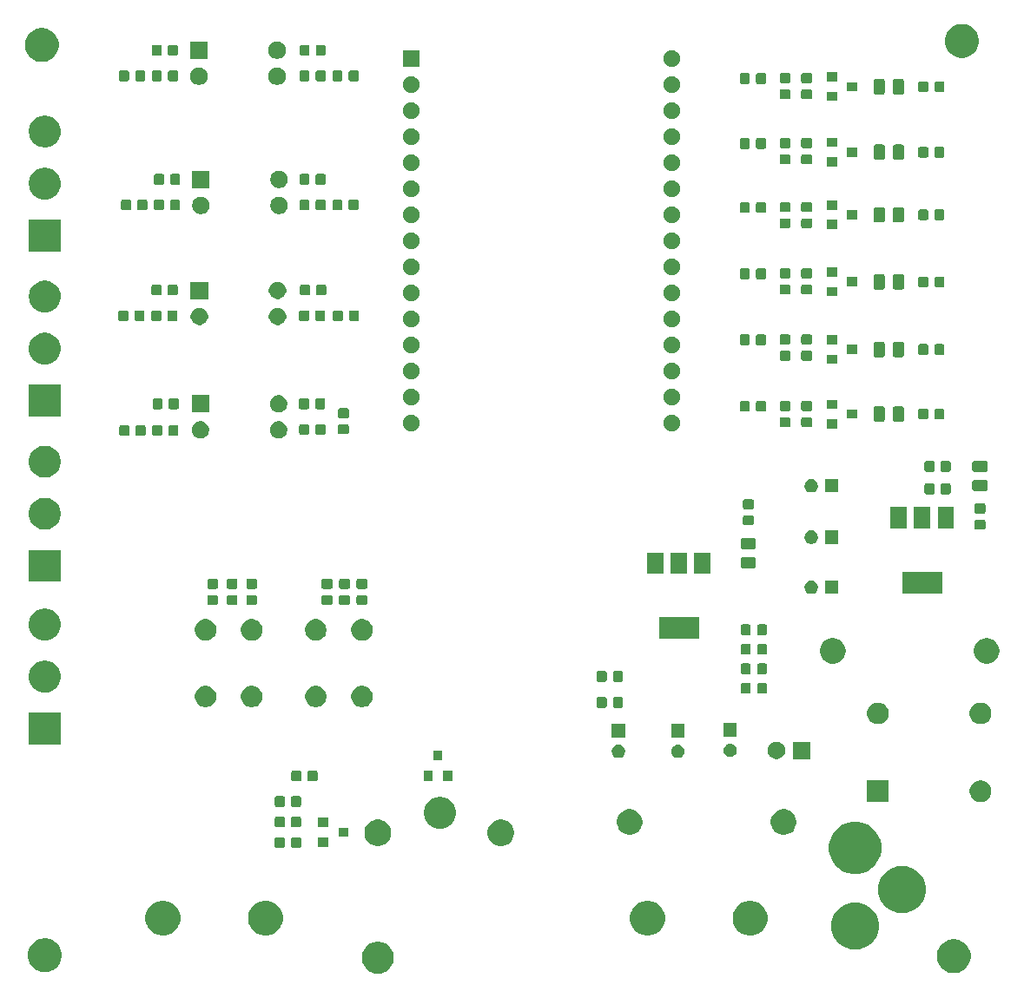
<source format=gbr>
G04 #@! TF.GenerationSoftware,KiCad,Pcbnew,(5.1.5)-3*
G04 #@! TF.CreationDate,2022-03-03T15:33:47+01:00*
G04 #@! TF.ProjectId,ESP32_client,45535033-325f-4636-9c69-656e742e6b69,rev?*
G04 #@! TF.SameCoordinates,Original*
G04 #@! TF.FileFunction,Soldermask,Top*
G04 #@! TF.FilePolarity,Negative*
%FSLAX46Y46*%
G04 Gerber Fmt 4.6, Leading zero omitted, Abs format (unit mm)*
G04 Created by KiCad (PCBNEW (5.1.5)-3) date 2022-03-03 15:33:47*
%MOMM*%
%LPD*%
G04 APERTURE LIST*
%ADD10C,0.100000*%
G04 APERTURE END LIST*
D10*
G36*
X147352585Y-147228802D02*
G01*
X147502410Y-147258604D01*
X147784674Y-147375521D01*
X148038705Y-147545259D01*
X148254741Y-147761295D01*
X148424479Y-148015326D01*
X148541396Y-148297590D01*
X148601000Y-148597240D01*
X148601000Y-148902760D01*
X148541396Y-149202410D01*
X148424479Y-149484674D01*
X148254741Y-149738705D01*
X148038705Y-149954741D01*
X147784674Y-150124479D01*
X147502410Y-150241396D01*
X147352585Y-150271198D01*
X147202761Y-150301000D01*
X146897239Y-150301000D01*
X146747415Y-150271198D01*
X146597590Y-150241396D01*
X146315326Y-150124479D01*
X146061295Y-149954741D01*
X145845259Y-149738705D01*
X145675521Y-149484674D01*
X145558604Y-149202410D01*
X145499000Y-148902760D01*
X145499000Y-148597240D01*
X145558604Y-148297590D01*
X145675521Y-148015326D01*
X145845259Y-147761295D01*
X146061295Y-147545259D01*
X146315326Y-147375521D01*
X146597590Y-147258604D01*
X146747415Y-147228802D01*
X146897239Y-147199000D01*
X147202761Y-147199000D01*
X147352585Y-147228802D01*
G37*
G36*
X203575256Y-146981298D02*
G01*
X203681579Y-147002447D01*
X203982042Y-147126903D01*
X204252451Y-147307585D01*
X204482415Y-147537549D01*
X204663097Y-147807958D01*
X204787553Y-148108421D01*
X204851000Y-148427391D01*
X204851000Y-148752609D01*
X204787553Y-149071579D01*
X204663097Y-149372042D01*
X204482415Y-149642451D01*
X204252451Y-149872415D01*
X203982042Y-150053097D01*
X203681579Y-150177553D01*
X203575256Y-150198702D01*
X203362611Y-150241000D01*
X203037389Y-150241000D01*
X202824744Y-150198702D01*
X202718421Y-150177553D01*
X202417958Y-150053097D01*
X202147549Y-149872415D01*
X201917585Y-149642451D01*
X201736903Y-149372042D01*
X201612447Y-149071579D01*
X201549000Y-148752609D01*
X201549000Y-148427391D01*
X201612447Y-148108421D01*
X201736903Y-147807958D01*
X201917585Y-147537549D01*
X202147549Y-147307585D01*
X202417958Y-147126903D01*
X202718421Y-147002447D01*
X202824744Y-146981298D01*
X203037389Y-146939000D01*
X203362611Y-146939000D01*
X203575256Y-146981298D01*
G37*
G36*
X114975256Y-146891298D02*
G01*
X115081579Y-146912447D01*
X115382042Y-147036903D01*
X115652451Y-147217585D01*
X115882415Y-147447549D01*
X116063097Y-147717958D01*
X116186272Y-148015328D01*
X116187553Y-148018422D01*
X116243084Y-148297591D01*
X116251000Y-148337391D01*
X116251000Y-148662609D01*
X116187553Y-148981579D01*
X116063097Y-149282042D01*
X115882415Y-149552451D01*
X115652451Y-149782415D01*
X115382042Y-149963097D01*
X115081579Y-150087553D01*
X114975256Y-150108702D01*
X114762611Y-150151000D01*
X114437389Y-150151000D01*
X114224744Y-150108702D01*
X114118421Y-150087553D01*
X113817958Y-149963097D01*
X113547549Y-149782415D01*
X113317585Y-149552451D01*
X113136903Y-149282042D01*
X113012447Y-148981579D01*
X112949000Y-148662609D01*
X112949000Y-148337391D01*
X112956917Y-148297591D01*
X113012447Y-148018422D01*
X113013729Y-148015328D01*
X113136903Y-147717958D01*
X113317585Y-147447549D01*
X113547549Y-147217585D01*
X113817958Y-147036903D01*
X114118421Y-146912447D01*
X114224744Y-146891298D01*
X114437389Y-146849000D01*
X114762611Y-146849000D01*
X114975256Y-146891298D01*
G37*
G36*
X193965458Y-143380593D02*
G01*
X194251177Y-143437426D01*
X194669932Y-143610880D01*
X195046802Y-143862696D01*
X195367304Y-144183198D01*
X195619120Y-144560068D01*
X195792574Y-144978823D01*
X195881000Y-145423371D01*
X195881000Y-145876629D01*
X195792574Y-146321177D01*
X195619120Y-146739932D01*
X195367304Y-147116802D01*
X195046802Y-147437304D01*
X194669932Y-147689120D01*
X194251177Y-147862574D01*
X194028903Y-147906787D01*
X193806630Y-147951000D01*
X193353370Y-147951000D01*
X193131097Y-147906787D01*
X192908823Y-147862574D01*
X192490068Y-147689120D01*
X192113198Y-147437304D01*
X191792696Y-147116802D01*
X191540880Y-146739932D01*
X191367426Y-146321177D01*
X191279000Y-145876629D01*
X191279000Y-145423371D01*
X191367426Y-144978823D01*
X191540880Y-144560068D01*
X191792696Y-144183198D01*
X192113198Y-143862696D01*
X192490068Y-143610880D01*
X192908823Y-143437426D01*
X193194542Y-143380593D01*
X193353370Y-143349000D01*
X193806630Y-143349000D01*
X193965458Y-143380593D01*
G37*
G36*
X173836162Y-143252368D02*
G01*
X174145724Y-143380593D01*
X174145725Y-143380594D01*
X174424324Y-143566747D01*
X174661253Y-143803676D01*
X174700689Y-143862697D01*
X174847407Y-144082276D01*
X174975632Y-144391838D01*
X175041000Y-144720465D01*
X175041000Y-145055535D01*
X174975632Y-145384162D01*
X174847407Y-145693724D01*
X174847406Y-145693725D01*
X174661253Y-145972324D01*
X174424324Y-146209253D01*
X174256817Y-146321177D01*
X174145724Y-146395407D01*
X173836162Y-146523632D01*
X173507535Y-146589000D01*
X173172465Y-146589000D01*
X172843838Y-146523632D01*
X172534276Y-146395407D01*
X172423183Y-146321177D01*
X172255676Y-146209253D01*
X172018747Y-145972324D01*
X171832594Y-145693725D01*
X171832593Y-145693724D01*
X171704368Y-145384162D01*
X171639000Y-145055535D01*
X171639000Y-144720465D01*
X171704368Y-144391838D01*
X171832593Y-144082276D01*
X171979311Y-143862697D01*
X172018747Y-143803676D01*
X172255676Y-143566747D01*
X172534275Y-143380594D01*
X172534276Y-143380593D01*
X172843838Y-143252368D01*
X173172465Y-143187000D01*
X173507535Y-143187000D01*
X173836162Y-143252368D01*
G37*
G36*
X183836162Y-143252368D02*
G01*
X184145724Y-143380593D01*
X184145725Y-143380594D01*
X184424324Y-143566747D01*
X184661253Y-143803676D01*
X184700689Y-143862697D01*
X184847407Y-144082276D01*
X184975632Y-144391838D01*
X185041000Y-144720465D01*
X185041000Y-145055535D01*
X184975632Y-145384162D01*
X184847407Y-145693724D01*
X184847406Y-145693725D01*
X184661253Y-145972324D01*
X184424324Y-146209253D01*
X184256817Y-146321177D01*
X184145724Y-146395407D01*
X183836162Y-146523632D01*
X183507535Y-146589000D01*
X183172465Y-146589000D01*
X182843838Y-146523632D01*
X182534276Y-146395407D01*
X182423183Y-146321177D01*
X182255676Y-146209253D01*
X182018747Y-145972324D01*
X181832594Y-145693725D01*
X181832593Y-145693724D01*
X181704368Y-145384162D01*
X181639000Y-145055535D01*
X181639000Y-144720465D01*
X181704368Y-144391838D01*
X181832593Y-144082276D01*
X181979311Y-143862697D01*
X182018747Y-143803676D01*
X182255676Y-143566747D01*
X182534275Y-143380594D01*
X182534276Y-143380593D01*
X182843838Y-143252368D01*
X183172465Y-143187000D01*
X183507535Y-143187000D01*
X183836162Y-143252368D01*
G37*
G36*
X126596162Y-143232368D02*
G01*
X126905724Y-143360593D01*
X126998170Y-143422363D01*
X127184324Y-143546747D01*
X127421253Y-143783676D01*
X127545637Y-143969830D01*
X127607407Y-144062276D01*
X127735632Y-144371838D01*
X127801000Y-144700465D01*
X127801000Y-145035535D01*
X127735632Y-145364162D01*
X127607407Y-145673724D01*
X127545637Y-145766170D01*
X127421253Y-145952324D01*
X127184324Y-146189253D01*
X126998170Y-146313637D01*
X126905724Y-146375407D01*
X126596162Y-146503632D01*
X126267535Y-146569000D01*
X125932465Y-146569000D01*
X125603838Y-146503632D01*
X125294276Y-146375407D01*
X125201830Y-146313637D01*
X125015676Y-146189253D01*
X124778747Y-145952324D01*
X124654363Y-145766170D01*
X124592593Y-145673724D01*
X124464368Y-145364162D01*
X124399000Y-145035535D01*
X124399000Y-144700465D01*
X124464368Y-144371838D01*
X124592593Y-144062276D01*
X124654363Y-143969830D01*
X124778747Y-143783676D01*
X125015676Y-143546747D01*
X125201830Y-143422363D01*
X125294276Y-143360593D01*
X125603838Y-143232368D01*
X125932465Y-143167000D01*
X126267535Y-143167000D01*
X126596162Y-143232368D01*
G37*
G36*
X136596162Y-143232368D02*
G01*
X136905724Y-143360593D01*
X136998170Y-143422363D01*
X137184324Y-143546747D01*
X137421253Y-143783676D01*
X137545637Y-143969830D01*
X137607407Y-144062276D01*
X137735632Y-144371838D01*
X137801000Y-144700465D01*
X137801000Y-145035535D01*
X137735632Y-145364162D01*
X137607407Y-145673724D01*
X137545637Y-145766170D01*
X137421253Y-145952324D01*
X137184324Y-146189253D01*
X136998170Y-146313637D01*
X136905724Y-146375407D01*
X136596162Y-146503632D01*
X136267535Y-146569000D01*
X135932465Y-146569000D01*
X135603838Y-146503632D01*
X135294276Y-146375407D01*
X135201830Y-146313637D01*
X135015676Y-146189253D01*
X134778747Y-145952324D01*
X134654363Y-145766170D01*
X134592593Y-145673724D01*
X134464368Y-145364162D01*
X134399000Y-145035535D01*
X134399000Y-144700465D01*
X134464368Y-144371838D01*
X134592593Y-144062276D01*
X134654363Y-143969830D01*
X134778747Y-143783676D01*
X135015676Y-143546747D01*
X135201830Y-143422363D01*
X135294276Y-143360593D01*
X135603838Y-143232368D01*
X135932465Y-143167000D01*
X136267535Y-143167000D01*
X136596162Y-143232368D01*
G37*
G36*
X198600903Y-139837213D02*
G01*
X198823177Y-139881426D01*
X199241932Y-140054880D01*
X199618802Y-140306696D01*
X199939304Y-140627198D01*
X200191120Y-141004068D01*
X200364574Y-141422823D01*
X200453000Y-141867371D01*
X200453000Y-142320629D01*
X200364574Y-142765177D01*
X200191120Y-143183932D01*
X199939304Y-143560802D01*
X199618802Y-143881304D01*
X199241932Y-144133120D01*
X198823177Y-144306574D01*
X198600903Y-144350787D01*
X198378630Y-144395000D01*
X197925370Y-144395000D01*
X197703097Y-144350787D01*
X197480823Y-144306574D01*
X197062068Y-144133120D01*
X196685198Y-143881304D01*
X196364696Y-143560802D01*
X196112880Y-143183932D01*
X195939426Y-142765177D01*
X195851000Y-142320629D01*
X195851000Y-141867371D01*
X195939426Y-141422823D01*
X196112880Y-141004068D01*
X196364696Y-140627198D01*
X196685198Y-140306696D01*
X197062068Y-140054880D01*
X197480823Y-139881426D01*
X197703097Y-139837213D01*
X197925370Y-139793000D01*
X198378630Y-139793000D01*
X198600903Y-139837213D01*
G37*
G36*
X194324098Y-135577033D02*
G01*
X194788350Y-135769332D01*
X194788352Y-135769333D01*
X195206168Y-136048509D01*
X195561491Y-136403832D01*
X195840667Y-136821648D01*
X195840668Y-136821650D01*
X196032967Y-137285902D01*
X196131000Y-137778747D01*
X196131000Y-138281253D01*
X196032967Y-138774098D01*
X195840668Y-139238350D01*
X195840667Y-139238352D01*
X195561491Y-139656168D01*
X195206168Y-140011491D01*
X194788352Y-140290667D01*
X194788351Y-140290668D01*
X194788350Y-140290668D01*
X194324098Y-140482967D01*
X193831253Y-140581000D01*
X193328747Y-140581000D01*
X192835902Y-140482967D01*
X192371650Y-140290668D01*
X192371649Y-140290668D01*
X192371648Y-140290667D01*
X191953832Y-140011491D01*
X191598509Y-139656168D01*
X191319333Y-139238352D01*
X191319332Y-139238350D01*
X191127033Y-138774098D01*
X191029000Y-138281253D01*
X191029000Y-137778747D01*
X191127033Y-137285902D01*
X191319332Y-136821650D01*
X191319333Y-136821648D01*
X191598509Y-136403832D01*
X191953832Y-136048509D01*
X192371648Y-135769333D01*
X192371650Y-135769332D01*
X192835902Y-135577033D01*
X193328747Y-135479000D01*
X193831253Y-135479000D01*
X194324098Y-135577033D01*
G37*
G36*
X137842091Y-136978085D02*
G01*
X137876069Y-136988393D01*
X137907390Y-137005134D01*
X137934839Y-137027661D01*
X137957366Y-137055110D01*
X137974107Y-137086431D01*
X137984415Y-137120409D01*
X137988500Y-137161890D01*
X137988500Y-137838110D01*
X137984415Y-137879591D01*
X137974107Y-137913569D01*
X137957366Y-137944890D01*
X137934839Y-137972339D01*
X137907390Y-137994866D01*
X137876069Y-138011607D01*
X137842091Y-138021915D01*
X137800610Y-138026000D01*
X137199390Y-138026000D01*
X137157909Y-138021915D01*
X137123931Y-138011607D01*
X137092610Y-137994866D01*
X137065161Y-137972339D01*
X137042634Y-137944890D01*
X137025893Y-137913569D01*
X137015585Y-137879591D01*
X137011500Y-137838110D01*
X137011500Y-137161890D01*
X137015585Y-137120409D01*
X137025893Y-137086431D01*
X137042634Y-137055110D01*
X137065161Y-137027661D01*
X137092610Y-137005134D01*
X137123931Y-136988393D01*
X137157909Y-136978085D01*
X137199390Y-136974000D01*
X137800610Y-136974000D01*
X137842091Y-136978085D01*
G37*
G36*
X139417091Y-136978085D02*
G01*
X139451069Y-136988393D01*
X139482390Y-137005134D01*
X139509839Y-137027661D01*
X139532366Y-137055110D01*
X139549107Y-137086431D01*
X139559415Y-137120409D01*
X139563500Y-137161890D01*
X139563500Y-137838110D01*
X139559415Y-137879591D01*
X139549107Y-137913569D01*
X139532366Y-137944890D01*
X139509839Y-137972339D01*
X139482390Y-137994866D01*
X139451069Y-138011607D01*
X139417091Y-138021915D01*
X139375610Y-138026000D01*
X138774390Y-138026000D01*
X138732909Y-138021915D01*
X138698931Y-138011607D01*
X138667610Y-137994866D01*
X138640161Y-137972339D01*
X138617634Y-137944890D01*
X138600893Y-137913569D01*
X138590585Y-137879591D01*
X138586500Y-137838110D01*
X138586500Y-137161890D01*
X138590585Y-137120409D01*
X138600893Y-137086431D01*
X138617634Y-137055110D01*
X138640161Y-137027661D01*
X138667610Y-137005134D01*
X138698931Y-136988393D01*
X138732909Y-136978085D01*
X138774390Y-136974000D01*
X139375610Y-136974000D01*
X139417091Y-136978085D01*
G37*
G36*
X142201000Y-137901000D02*
G01*
X141199000Y-137901000D01*
X141199000Y-136999000D01*
X142201000Y-136999000D01*
X142201000Y-137901000D01*
G37*
G36*
X147429487Y-135298996D02*
G01*
X147593148Y-135366787D01*
X147666255Y-135397069D01*
X147879339Y-135539447D01*
X148060553Y-135720661D01*
X148192042Y-135917448D01*
X148202932Y-135933747D01*
X148301004Y-136170513D01*
X148351000Y-136421861D01*
X148351000Y-136678139D01*
X148301004Y-136929487D01*
X148204739Y-137161890D01*
X148202931Y-137166255D01*
X148060553Y-137379339D01*
X147879339Y-137560553D01*
X147666255Y-137702931D01*
X147666254Y-137702932D01*
X147666253Y-137702932D01*
X147429487Y-137801004D01*
X147178139Y-137851000D01*
X146921861Y-137851000D01*
X146670513Y-137801004D01*
X146433747Y-137702932D01*
X146433746Y-137702932D01*
X146433745Y-137702931D01*
X146220661Y-137560553D01*
X146039447Y-137379339D01*
X145897069Y-137166255D01*
X145895261Y-137161890D01*
X145798996Y-136929487D01*
X145749000Y-136678139D01*
X145749000Y-136421861D01*
X145798996Y-136170513D01*
X145897068Y-135933747D01*
X145907959Y-135917448D01*
X146039447Y-135720661D01*
X146220661Y-135539447D01*
X146433745Y-135397069D01*
X146506852Y-135366787D01*
X146670513Y-135298996D01*
X146921861Y-135249000D01*
X147178139Y-135249000D01*
X147429487Y-135298996D01*
G37*
G36*
X159429487Y-135298996D02*
G01*
X159593148Y-135366787D01*
X159666255Y-135397069D01*
X159879339Y-135539447D01*
X160060553Y-135720661D01*
X160192042Y-135917448D01*
X160202932Y-135933747D01*
X160301004Y-136170513D01*
X160351000Y-136421861D01*
X160351000Y-136678139D01*
X160301004Y-136929487D01*
X160204739Y-137161890D01*
X160202931Y-137166255D01*
X160060553Y-137379339D01*
X159879339Y-137560553D01*
X159666255Y-137702931D01*
X159666254Y-137702932D01*
X159666253Y-137702932D01*
X159429487Y-137801004D01*
X159178139Y-137851000D01*
X158921861Y-137851000D01*
X158670513Y-137801004D01*
X158433747Y-137702932D01*
X158433746Y-137702932D01*
X158433745Y-137702931D01*
X158220661Y-137560553D01*
X158039447Y-137379339D01*
X157897069Y-137166255D01*
X157895261Y-137161890D01*
X157798996Y-136929487D01*
X157749000Y-136678139D01*
X157749000Y-136421861D01*
X157798996Y-136170513D01*
X157897068Y-135933747D01*
X157907959Y-135917448D01*
X158039447Y-135720661D01*
X158220661Y-135539447D01*
X158433745Y-135397069D01*
X158506852Y-135366787D01*
X158670513Y-135298996D01*
X158921861Y-135249000D01*
X159178139Y-135249000D01*
X159429487Y-135298996D01*
G37*
G36*
X144201000Y-136951000D02*
G01*
X143199000Y-136951000D01*
X143199000Y-136049000D01*
X144201000Y-136049000D01*
X144201000Y-136951000D01*
G37*
G36*
X186964903Y-134287075D02*
G01*
X187192571Y-134381378D01*
X187397466Y-134518285D01*
X187571715Y-134692534D01*
X187708622Y-134897429D01*
X187708623Y-134897431D01*
X187802925Y-135125097D01*
X187851000Y-135366786D01*
X187851000Y-135613214D01*
X187802925Y-135854903D01*
X187732055Y-136026000D01*
X187708622Y-136082571D01*
X187571715Y-136287466D01*
X187397466Y-136461715D01*
X187192571Y-136598622D01*
X187192570Y-136598623D01*
X187192569Y-136598623D01*
X186964903Y-136692925D01*
X186723214Y-136741000D01*
X186476786Y-136741000D01*
X186235097Y-136692925D01*
X186007431Y-136598623D01*
X186007430Y-136598623D01*
X186007429Y-136598622D01*
X185802534Y-136461715D01*
X185628285Y-136287466D01*
X185491378Y-136082571D01*
X185467946Y-136026000D01*
X185397075Y-135854903D01*
X185349000Y-135613214D01*
X185349000Y-135366786D01*
X185397075Y-135125097D01*
X185491377Y-134897431D01*
X185491378Y-134897429D01*
X185628285Y-134692534D01*
X185802534Y-134518285D01*
X186007429Y-134381378D01*
X186235097Y-134287075D01*
X186476786Y-134239000D01*
X186723214Y-134239000D01*
X186964903Y-134287075D01*
G37*
G36*
X171964903Y-134287075D02*
G01*
X172192571Y-134381378D01*
X172397466Y-134518285D01*
X172571715Y-134692534D01*
X172708622Y-134897429D01*
X172708623Y-134897431D01*
X172802925Y-135125097D01*
X172851000Y-135366786D01*
X172851000Y-135613214D01*
X172802925Y-135854903D01*
X172732055Y-136026000D01*
X172708622Y-136082571D01*
X172571715Y-136287466D01*
X172397466Y-136461715D01*
X172192571Y-136598622D01*
X172192570Y-136598623D01*
X172192569Y-136598623D01*
X171964903Y-136692925D01*
X171723214Y-136741000D01*
X171476786Y-136741000D01*
X171235097Y-136692925D01*
X171007431Y-136598623D01*
X171007430Y-136598623D01*
X171007429Y-136598622D01*
X170802534Y-136461715D01*
X170628285Y-136287466D01*
X170491378Y-136082571D01*
X170467946Y-136026000D01*
X170397075Y-135854903D01*
X170349000Y-135613214D01*
X170349000Y-135366786D01*
X170397075Y-135125097D01*
X170491377Y-134897431D01*
X170491378Y-134897429D01*
X170628285Y-134692534D01*
X170802534Y-134518285D01*
X171007429Y-134381378D01*
X171235097Y-134287075D01*
X171476786Y-134239000D01*
X171723214Y-134239000D01*
X171964903Y-134287075D01*
G37*
G36*
X153402585Y-133078802D02*
G01*
X153552410Y-133108604D01*
X153834674Y-133225521D01*
X154088705Y-133395259D01*
X154304741Y-133611295D01*
X154474479Y-133865326D01*
X154591396Y-134147590D01*
X154651000Y-134447240D01*
X154651000Y-134752760D01*
X154591396Y-135052410D01*
X154474479Y-135334674D01*
X154304741Y-135588705D01*
X154088705Y-135804741D01*
X153834674Y-135974479D01*
X153552410Y-136091396D01*
X153402585Y-136121198D01*
X153252761Y-136151000D01*
X152947239Y-136151000D01*
X152797415Y-136121198D01*
X152647590Y-136091396D01*
X152365326Y-135974479D01*
X152111295Y-135804741D01*
X151895259Y-135588705D01*
X151725521Y-135334674D01*
X151608604Y-135052410D01*
X151549000Y-134752760D01*
X151549000Y-134447240D01*
X151608604Y-134147590D01*
X151725521Y-133865326D01*
X151895259Y-133611295D01*
X152111295Y-133395259D01*
X152365326Y-133225521D01*
X152647590Y-133108604D01*
X152797415Y-133078802D01*
X152947239Y-133049000D01*
X153252761Y-133049000D01*
X153402585Y-133078802D01*
G37*
G36*
X139417091Y-134978085D02*
G01*
X139451069Y-134988393D01*
X139482390Y-135005134D01*
X139509839Y-135027661D01*
X139532366Y-135055110D01*
X139549107Y-135086431D01*
X139559415Y-135120409D01*
X139563500Y-135161890D01*
X139563500Y-135838110D01*
X139559415Y-135879591D01*
X139549107Y-135913569D01*
X139532366Y-135944890D01*
X139509839Y-135972339D01*
X139482390Y-135994866D01*
X139451069Y-136011607D01*
X139417091Y-136021915D01*
X139375610Y-136026000D01*
X138774390Y-136026000D01*
X138732909Y-136021915D01*
X138698931Y-136011607D01*
X138667610Y-135994866D01*
X138640161Y-135972339D01*
X138617634Y-135944890D01*
X138600893Y-135913569D01*
X138590585Y-135879591D01*
X138586500Y-135838110D01*
X138586500Y-135161890D01*
X138590585Y-135120409D01*
X138600893Y-135086431D01*
X138617634Y-135055110D01*
X138640161Y-135027661D01*
X138667610Y-135005134D01*
X138698931Y-134988393D01*
X138732909Y-134978085D01*
X138774390Y-134974000D01*
X139375610Y-134974000D01*
X139417091Y-134978085D01*
G37*
G36*
X137842091Y-134978085D02*
G01*
X137876069Y-134988393D01*
X137907390Y-135005134D01*
X137934839Y-135027661D01*
X137957366Y-135055110D01*
X137974107Y-135086431D01*
X137984415Y-135120409D01*
X137988500Y-135161890D01*
X137988500Y-135838110D01*
X137984415Y-135879591D01*
X137974107Y-135913569D01*
X137957366Y-135944890D01*
X137934839Y-135972339D01*
X137907390Y-135994866D01*
X137876069Y-136011607D01*
X137842091Y-136021915D01*
X137800610Y-136026000D01*
X137199390Y-136026000D01*
X137157909Y-136021915D01*
X137123931Y-136011607D01*
X137092610Y-135994866D01*
X137065161Y-135972339D01*
X137042634Y-135944890D01*
X137025893Y-135913569D01*
X137015585Y-135879591D01*
X137011500Y-135838110D01*
X137011500Y-135161890D01*
X137015585Y-135120409D01*
X137025893Y-135086431D01*
X137042634Y-135055110D01*
X137065161Y-135027661D01*
X137092610Y-135005134D01*
X137123931Y-134988393D01*
X137157909Y-134978085D01*
X137199390Y-134974000D01*
X137800610Y-134974000D01*
X137842091Y-134978085D01*
G37*
G36*
X142201000Y-136001000D02*
G01*
X141199000Y-136001000D01*
X141199000Y-135099000D01*
X142201000Y-135099000D01*
X142201000Y-136001000D01*
G37*
G36*
X139417091Y-132978085D02*
G01*
X139451069Y-132988393D01*
X139482390Y-133005134D01*
X139509839Y-133027661D01*
X139532366Y-133055110D01*
X139549107Y-133086431D01*
X139559415Y-133120409D01*
X139563500Y-133161890D01*
X139563500Y-133838110D01*
X139559415Y-133879591D01*
X139549107Y-133913569D01*
X139532366Y-133944890D01*
X139509839Y-133972339D01*
X139482390Y-133994866D01*
X139451069Y-134011607D01*
X139417091Y-134021915D01*
X139375610Y-134026000D01*
X138774390Y-134026000D01*
X138732909Y-134021915D01*
X138698931Y-134011607D01*
X138667610Y-133994866D01*
X138640161Y-133972339D01*
X138617634Y-133944890D01*
X138600893Y-133913569D01*
X138590585Y-133879591D01*
X138586500Y-133838110D01*
X138586500Y-133161890D01*
X138590585Y-133120409D01*
X138600893Y-133086431D01*
X138617634Y-133055110D01*
X138640161Y-133027661D01*
X138667610Y-133005134D01*
X138698931Y-132988393D01*
X138732909Y-132978085D01*
X138774390Y-132974000D01*
X139375610Y-132974000D01*
X139417091Y-132978085D01*
G37*
G36*
X137842091Y-132978085D02*
G01*
X137876069Y-132988393D01*
X137907390Y-133005134D01*
X137934839Y-133027661D01*
X137957366Y-133055110D01*
X137974107Y-133086431D01*
X137984415Y-133120409D01*
X137988500Y-133161890D01*
X137988500Y-133838110D01*
X137984415Y-133879591D01*
X137974107Y-133913569D01*
X137957366Y-133944890D01*
X137934839Y-133972339D01*
X137907390Y-133994866D01*
X137876069Y-134011607D01*
X137842091Y-134021915D01*
X137800610Y-134026000D01*
X137199390Y-134026000D01*
X137157909Y-134021915D01*
X137123931Y-134011607D01*
X137092610Y-133994866D01*
X137065161Y-133972339D01*
X137042634Y-133944890D01*
X137025893Y-133913569D01*
X137015585Y-133879591D01*
X137011500Y-133838110D01*
X137011500Y-133161890D01*
X137015585Y-133120409D01*
X137025893Y-133086431D01*
X137042634Y-133055110D01*
X137065161Y-133027661D01*
X137092610Y-133005134D01*
X137123931Y-132988393D01*
X137157909Y-132978085D01*
X137199390Y-132974000D01*
X137800610Y-132974000D01*
X137842091Y-132978085D01*
G37*
G36*
X206106564Y-131489389D02*
G01*
X206297833Y-131568615D01*
X206297835Y-131568616D01*
X206469973Y-131683635D01*
X206616365Y-131830027D01*
X206731385Y-132002167D01*
X206810611Y-132193436D01*
X206851000Y-132396484D01*
X206851000Y-132603516D01*
X206810611Y-132806564D01*
X206741257Y-132974000D01*
X206731384Y-132997835D01*
X206616365Y-133169973D01*
X206469973Y-133316365D01*
X206297835Y-133431384D01*
X206297834Y-133431385D01*
X206297833Y-133431385D01*
X206106564Y-133510611D01*
X205903516Y-133551000D01*
X205696484Y-133551000D01*
X205493436Y-133510611D01*
X205302167Y-133431385D01*
X205302166Y-133431385D01*
X205302165Y-133431384D01*
X205130027Y-133316365D01*
X204983635Y-133169973D01*
X204868616Y-132997835D01*
X204858743Y-132974000D01*
X204789389Y-132806564D01*
X204749000Y-132603516D01*
X204749000Y-132396484D01*
X204789389Y-132193436D01*
X204868615Y-132002167D01*
X204983635Y-131830027D01*
X205130027Y-131683635D01*
X205302165Y-131568616D01*
X205302167Y-131568615D01*
X205493436Y-131489389D01*
X205696484Y-131449000D01*
X205903516Y-131449000D01*
X206106564Y-131489389D01*
G37*
G36*
X196851000Y-133551000D02*
G01*
X194749000Y-133551000D01*
X194749000Y-131449000D01*
X196851000Y-131449000D01*
X196851000Y-133551000D01*
G37*
G36*
X141029591Y-130478085D02*
G01*
X141063569Y-130488393D01*
X141094890Y-130505134D01*
X141122339Y-130527661D01*
X141144866Y-130555110D01*
X141161607Y-130586431D01*
X141171915Y-130620409D01*
X141176000Y-130661890D01*
X141176000Y-131338110D01*
X141171915Y-131379591D01*
X141161607Y-131413569D01*
X141144866Y-131444890D01*
X141122339Y-131472339D01*
X141094890Y-131494866D01*
X141063569Y-131511607D01*
X141029591Y-131521915D01*
X140988110Y-131526000D01*
X140386890Y-131526000D01*
X140345409Y-131521915D01*
X140311431Y-131511607D01*
X140280110Y-131494866D01*
X140252661Y-131472339D01*
X140230134Y-131444890D01*
X140213393Y-131413569D01*
X140203085Y-131379591D01*
X140199000Y-131338110D01*
X140199000Y-130661890D01*
X140203085Y-130620409D01*
X140213393Y-130586431D01*
X140230134Y-130555110D01*
X140252661Y-130527661D01*
X140280110Y-130505134D01*
X140311431Y-130488393D01*
X140345409Y-130478085D01*
X140386890Y-130474000D01*
X140988110Y-130474000D01*
X141029591Y-130478085D01*
G37*
G36*
X139454591Y-130478085D02*
G01*
X139488569Y-130488393D01*
X139519890Y-130505134D01*
X139547339Y-130527661D01*
X139569866Y-130555110D01*
X139586607Y-130586431D01*
X139596915Y-130620409D01*
X139601000Y-130661890D01*
X139601000Y-131338110D01*
X139596915Y-131379591D01*
X139586607Y-131413569D01*
X139569866Y-131444890D01*
X139547339Y-131472339D01*
X139519890Y-131494866D01*
X139488569Y-131511607D01*
X139454591Y-131521915D01*
X139413110Y-131526000D01*
X138811890Y-131526000D01*
X138770409Y-131521915D01*
X138736431Y-131511607D01*
X138705110Y-131494866D01*
X138677661Y-131472339D01*
X138655134Y-131444890D01*
X138638393Y-131413569D01*
X138628085Y-131379591D01*
X138624000Y-131338110D01*
X138624000Y-130661890D01*
X138628085Y-130620409D01*
X138638393Y-130586431D01*
X138655134Y-130555110D01*
X138677661Y-130527661D01*
X138705110Y-130505134D01*
X138736431Y-130488393D01*
X138770409Y-130478085D01*
X138811890Y-130474000D01*
X139413110Y-130474000D01*
X139454591Y-130478085D01*
G37*
G36*
X154301000Y-131501000D02*
G01*
X153399000Y-131501000D01*
X153399000Y-130499000D01*
X154301000Y-130499000D01*
X154301000Y-131501000D01*
G37*
G36*
X152401000Y-131501000D02*
G01*
X151499000Y-131501000D01*
X151499000Y-130499000D01*
X152401000Y-130499000D01*
X152401000Y-131501000D01*
G37*
G36*
X153351000Y-129501000D02*
G01*
X152449000Y-129501000D01*
X152449000Y-128499000D01*
X153351000Y-128499000D01*
X153351000Y-129501000D01*
G37*
G36*
X189251000Y-129356000D02*
G01*
X187549000Y-129356000D01*
X187549000Y-127654000D01*
X189251000Y-127654000D01*
X189251000Y-129356000D01*
G37*
G36*
X186148228Y-127686703D02*
G01*
X186303100Y-127750853D01*
X186442481Y-127843985D01*
X186561015Y-127962519D01*
X186654147Y-128101900D01*
X186718297Y-128256772D01*
X186751000Y-128421184D01*
X186751000Y-128588816D01*
X186718297Y-128753228D01*
X186654147Y-128908100D01*
X186561015Y-129047481D01*
X186442481Y-129166015D01*
X186303100Y-129259147D01*
X186148228Y-129323297D01*
X185983816Y-129356000D01*
X185816184Y-129356000D01*
X185651772Y-129323297D01*
X185496900Y-129259147D01*
X185357519Y-129166015D01*
X185238985Y-129047481D01*
X185145853Y-128908100D01*
X185081703Y-128753228D01*
X185049000Y-128588816D01*
X185049000Y-128421184D01*
X185081703Y-128256772D01*
X185145853Y-128101900D01*
X185238985Y-127962519D01*
X185357519Y-127843985D01*
X185496900Y-127750853D01*
X185651772Y-127686703D01*
X185816184Y-127654000D01*
X185983816Y-127654000D01*
X186148228Y-127686703D01*
G37*
G36*
X176489890Y-127974017D02*
G01*
X176608364Y-128023091D01*
X176714988Y-128094335D01*
X176805665Y-128185012D01*
X176853614Y-128256772D01*
X176876910Y-128291638D01*
X176925983Y-128410110D01*
X176951000Y-128535881D01*
X176951000Y-128664119D01*
X176925983Y-128789890D01*
X176877019Y-128908100D01*
X176876909Y-128908364D01*
X176805665Y-129014988D01*
X176714988Y-129105665D01*
X176608364Y-129176909D01*
X176608363Y-129176910D01*
X176608362Y-129176910D01*
X176489890Y-129225983D01*
X176364119Y-129251000D01*
X176235881Y-129251000D01*
X176110110Y-129225983D01*
X175991638Y-129176910D01*
X175991637Y-129176910D01*
X175991636Y-129176909D01*
X175885012Y-129105665D01*
X175794335Y-129014988D01*
X175723091Y-128908364D01*
X175722982Y-128908100D01*
X175674017Y-128789890D01*
X175649000Y-128664119D01*
X175649000Y-128535881D01*
X175674017Y-128410110D01*
X175723090Y-128291638D01*
X175746387Y-128256772D01*
X175794335Y-128185012D01*
X175885012Y-128094335D01*
X175991636Y-128023091D01*
X176110110Y-127974017D01*
X176235881Y-127949000D01*
X176364119Y-127949000D01*
X176489890Y-127974017D01*
G37*
G36*
X170689890Y-127974017D02*
G01*
X170808364Y-128023091D01*
X170914988Y-128094335D01*
X171005665Y-128185012D01*
X171053614Y-128256772D01*
X171076910Y-128291638D01*
X171125983Y-128410110D01*
X171151000Y-128535881D01*
X171151000Y-128664119D01*
X171125983Y-128789890D01*
X171077019Y-128908100D01*
X171076909Y-128908364D01*
X171005665Y-129014988D01*
X170914988Y-129105665D01*
X170808364Y-129176909D01*
X170808363Y-129176910D01*
X170808362Y-129176910D01*
X170689890Y-129225983D01*
X170564119Y-129251000D01*
X170435881Y-129251000D01*
X170310110Y-129225983D01*
X170191638Y-129176910D01*
X170191637Y-129176910D01*
X170191636Y-129176909D01*
X170085012Y-129105665D01*
X169994335Y-129014988D01*
X169923091Y-128908364D01*
X169922982Y-128908100D01*
X169874017Y-128789890D01*
X169849000Y-128664119D01*
X169849000Y-128535881D01*
X169874017Y-128410110D01*
X169923090Y-128291638D01*
X169946387Y-128256772D01*
X169994335Y-128185012D01*
X170085012Y-128094335D01*
X170191636Y-128023091D01*
X170310110Y-127974017D01*
X170435881Y-127949000D01*
X170564119Y-127949000D01*
X170689890Y-127974017D01*
G37*
G36*
X181589890Y-127874017D02*
G01*
X181708364Y-127923091D01*
X181784580Y-127974017D01*
X181814988Y-127994335D01*
X181905665Y-128085012D01*
X181976910Y-128191638D01*
X182025983Y-128310110D01*
X182051000Y-128435881D01*
X182051000Y-128564119D01*
X182031109Y-128664118D01*
X182025983Y-128689890D01*
X181976909Y-128808364D01*
X181905665Y-128914988D01*
X181814988Y-129005665D01*
X181708364Y-129076909D01*
X181708363Y-129076910D01*
X181708362Y-129076910D01*
X181589890Y-129125983D01*
X181464119Y-129151000D01*
X181335881Y-129151000D01*
X181210110Y-129125983D01*
X181091638Y-129076910D01*
X181091637Y-129076910D01*
X181091636Y-129076909D01*
X180985012Y-129005665D01*
X180894335Y-128914988D01*
X180823091Y-128808364D01*
X180774017Y-128689890D01*
X180768891Y-128664118D01*
X180749000Y-128564119D01*
X180749000Y-128435881D01*
X180774017Y-128310110D01*
X180823090Y-128191638D01*
X180894335Y-128085012D01*
X180985012Y-127994335D01*
X181015420Y-127974017D01*
X181091636Y-127923091D01*
X181210110Y-127874017D01*
X181335881Y-127849000D01*
X181464119Y-127849000D01*
X181589890Y-127874017D01*
G37*
G36*
X116151000Y-127951000D02*
G01*
X113049000Y-127951000D01*
X113049000Y-124849000D01*
X116151000Y-124849000D01*
X116151000Y-127951000D01*
G37*
G36*
X171151000Y-127251000D02*
G01*
X169849000Y-127251000D01*
X169849000Y-125949000D01*
X171151000Y-125949000D01*
X171151000Y-127251000D01*
G37*
G36*
X176951000Y-127251000D02*
G01*
X175649000Y-127251000D01*
X175649000Y-125949000D01*
X176951000Y-125949000D01*
X176951000Y-127251000D01*
G37*
G36*
X182051000Y-127151000D02*
G01*
X180749000Y-127151000D01*
X180749000Y-125849000D01*
X182051000Y-125849000D01*
X182051000Y-127151000D01*
G37*
G36*
X206106564Y-123889389D02*
G01*
X206297833Y-123968615D01*
X206297835Y-123968616D01*
X206469973Y-124083635D01*
X206616365Y-124230027D01*
X206700743Y-124356307D01*
X206731385Y-124402167D01*
X206810611Y-124593436D01*
X206851000Y-124796484D01*
X206851000Y-125003516D01*
X206810611Y-125206564D01*
X206731385Y-125397833D01*
X206731384Y-125397835D01*
X206616365Y-125569973D01*
X206469973Y-125716365D01*
X206297835Y-125831384D01*
X206297834Y-125831385D01*
X206297833Y-125831385D01*
X206106564Y-125910611D01*
X205903516Y-125951000D01*
X205696484Y-125951000D01*
X205493436Y-125910611D01*
X205302167Y-125831385D01*
X205302166Y-125831385D01*
X205302165Y-125831384D01*
X205130027Y-125716365D01*
X204983635Y-125569973D01*
X204868616Y-125397835D01*
X204868615Y-125397833D01*
X204789389Y-125206564D01*
X204749000Y-125003516D01*
X204749000Y-124796484D01*
X204789389Y-124593436D01*
X204868615Y-124402167D01*
X204899258Y-124356307D01*
X204983635Y-124230027D01*
X205130027Y-124083635D01*
X205302165Y-123968616D01*
X205302167Y-123968615D01*
X205493436Y-123889389D01*
X205696484Y-123849000D01*
X205903516Y-123849000D01*
X206106564Y-123889389D01*
G37*
G36*
X196106564Y-123889389D02*
G01*
X196297833Y-123968615D01*
X196297835Y-123968616D01*
X196469973Y-124083635D01*
X196616365Y-124230027D01*
X196700743Y-124356307D01*
X196731385Y-124402167D01*
X196810611Y-124593436D01*
X196851000Y-124796484D01*
X196851000Y-125003516D01*
X196810611Y-125206564D01*
X196731385Y-125397833D01*
X196731384Y-125397835D01*
X196616365Y-125569973D01*
X196469973Y-125716365D01*
X196297835Y-125831384D01*
X196297834Y-125831385D01*
X196297833Y-125831385D01*
X196106564Y-125910611D01*
X195903516Y-125951000D01*
X195696484Y-125951000D01*
X195493436Y-125910611D01*
X195302167Y-125831385D01*
X195302166Y-125831385D01*
X195302165Y-125831384D01*
X195130027Y-125716365D01*
X194983635Y-125569973D01*
X194868616Y-125397835D01*
X194868615Y-125397833D01*
X194789389Y-125206564D01*
X194749000Y-125003516D01*
X194749000Y-124796484D01*
X194789389Y-124593436D01*
X194868615Y-124402167D01*
X194899258Y-124356307D01*
X194983635Y-124230027D01*
X195130027Y-124083635D01*
X195302165Y-123968616D01*
X195302167Y-123968615D01*
X195493436Y-123889389D01*
X195696484Y-123849000D01*
X195903516Y-123849000D01*
X196106564Y-123889389D01*
G37*
G36*
X170797091Y-123313085D02*
G01*
X170831069Y-123323393D01*
X170862390Y-123340134D01*
X170889839Y-123362661D01*
X170912366Y-123390110D01*
X170929107Y-123421431D01*
X170939415Y-123455409D01*
X170943500Y-123496890D01*
X170943500Y-124173110D01*
X170939415Y-124214591D01*
X170929107Y-124248569D01*
X170912366Y-124279890D01*
X170889839Y-124307339D01*
X170862390Y-124329866D01*
X170831069Y-124346607D01*
X170797091Y-124356915D01*
X170755610Y-124361000D01*
X170154390Y-124361000D01*
X170112909Y-124356915D01*
X170078931Y-124346607D01*
X170047610Y-124329866D01*
X170020161Y-124307339D01*
X169997634Y-124279890D01*
X169980893Y-124248569D01*
X169970585Y-124214591D01*
X169966500Y-124173110D01*
X169966500Y-123496890D01*
X169970585Y-123455409D01*
X169980893Y-123421431D01*
X169997634Y-123390110D01*
X170020161Y-123362661D01*
X170047610Y-123340134D01*
X170078931Y-123323393D01*
X170112909Y-123313085D01*
X170154390Y-123309000D01*
X170755610Y-123309000D01*
X170797091Y-123313085D01*
G37*
G36*
X169222091Y-123313085D02*
G01*
X169256069Y-123323393D01*
X169287390Y-123340134D01*
X169314839Y-123362661D01*
X169337366Y-123390110D01*
X169354107Y-123421431D01*
X169364415Y-123455409D01*
X169368500Y-123496890D01*
X169368500Y-124173110D01*
X169364415Y-124214591D01*
X169354107Y-124248569D01*
X169337366Y-124279890D01*
X169314839Y-124307339D01*
X169287390Y-124329866D01*
X169256069Y-124346607D01*
X169222091Y-124356915D01*
X169180610Y-124361000D01*
X168579390Y-124361000D01*
X168537909Y-124356915D01*
X168503931Y-124346607D01*
X168472610Y-124329866D01*
X168445161Y-124307339D01*
X168422634Y-124279890D01*
X168405893Y-124248569D01*
X168395585Y-124214591D01*
X168391500Y-124173110D01*
X168391500Y-123496890D01*
X168395585Y-123455409D01*
X168405893Y-123421431D01*
X168422634Y-123390110D01*
X168445161Y-123362661D01*
X168472610Y-123340134D01*
X168503931Y-123323393D01*
X168537909Y-123313085D01*
X168579390Y-123309000D01*
X169180610Y-123309000D01*
X169222091Y-123313085D01*
G37*
G36*
X141306564Y-122239389D02*
G01*
X141473908Y-122308705D01*
X141497835Y-122318616D01*
X141669973Y-122433635D01*
X141816365Y-122580027D01*
X141931385Y-122752167D01*
X142010611Y-122943436D01*
X142051000Y-123146484D01*
X142051000Y-123353516D01*
X142010611Y-123556564D01*
X141931385Y-123747833D01*
X141931384Y-123747835D01*
X141816365Y-123919973D01*
X141669973Y-124066365D01*
X141497835Y-124181384D01*
X141497834Y-124181385D01*
X141497833Y-124181385D01*
X141306564Y-124260611D01*
X141103516Y-124301000D01*
X140896484Y-124301000D01*
X140693436Y-124260611D01*
X140502167Y-124181385D01*
X140502166Y-124181385D01*
X140502165Y-124181384D01*
X140330027Y-124066365D01*
X140183635Y-123919973D01*
X140068616Y-123747835D01*
X140068615Y-123747833D01*
X139989389Y-123556564D01*
X139949000Y-123353516D01*
X139949000Y-123146484D01*
X139989389Y-122943436D01*
X140068615Y-122752167D01*
X140183635Y-122580027D01*
X140330027Y-122433635D01*
X140502165Y-122318616D01*
X140526092Y-122308705D01*
X140693436Y-122239389D01*
X140896484Y-122199000D01*
X141103516Y-122199000D01*
X141306564Y-122239389D01*
G37*
G36*
X145806564Y-122239389D02*
G01*
X145973908Y-122308705D01*
X145997835Y-122318616D01*
X146169973Y-122433635D01*
X146316365Y-122580027D01*
X146431385Y-122752167D01*
X146510611Y-122943436D01*
X146551000Y-123146484D01*
X146551000Y-123353516D01*
X146510611Y-123556564D01*
X146431385Y-123747833D01*
X146431384Y-123747835D01*
X146316365Y-123919973D01*
X146169973Y-124066365D01*
X145997835Y-124181384D01*
X145997834Y-124181385D01*
X145997833Y-124181385D01*
X145806564Y-124260611D01*
X145603516Y-124301000D01*
X145396484Y-124301000D01*
X145193436Y-124260611D01*
X145002167Y-124181385D01*
X145002166Y-124181385D01*
X145002165Y-124181384D01*
X144830027Y-124066365D01*
X144683635Y-123919973D01*
X144568616Y-123747835D01*
X144568615Y-123747833D01*
X144489389Y-123556564D01*
X144449000Y-123353516D01*
X144449000Y-123146484D01*
X144489389Y-122943436D01*
X144568615Y-122752167D01*
X144683635Y-122580027D01*
X144830027Y-122433635D01*
X145002165Y-122318616D01*
X145026092Y-122308705D01*
X145193436Y-122239389D01*
X145396484Y-122199000D01*
X145603516Y-122199000D01*
X145806564Y-122239389D01*
G37*
G36*
X135056564Y-122239389D02*
G01*
X135223908Y-122308705D01*
X135247835Y-122318616D01*
X135419973Y-122433635D01*
X135566365Y-122580027D01*
X135681385Y-122752167D01*
X135760611Y-122943436D01*
X135801000Y-123146484D01*
X135801000Y-123353516D01*
X135760611Y-123556564D01*
X135681385Y-123747833D01*
X135681384Y-123747835D01*
X135566365Y-123919973D01*
X135419973Y-124066365D01*
X135247835Y-124181384D01*
X135247834Y-124181385D01*
X135247833Y-124181385D01*
X135056564Y-124260611D01*
X134853516Y-124301000D01*
X134646484Y-124301000D01*
X134443436Y-124260611D01*
X134252167Y-124181385D01*
X134252166Y-124181385D01*
X134252165Y-124181384D01*
X134080027Y-124066365D01*
X133933635Y-123919973D01*
X133818616Y-123747835D01*
X133818615Y-123747833D01*
X133739389Y-123556564D01*
X133699000Y-123353516D01*
X133699000Y-123146484D01*
X133739389Y-122943436D01*
X133818615Y-122752167D01*
X133933635Y-122580027D01*
X134080027Y-122433635D01*
X134252165Y-122318616D01*
X134276092Y-122308705D01*
X134443436Y-122239389D01*
X134646484Y-122199000D01*
X134853516Y-122199000D01*
X135056564Y-122239389D01*
G37*
G36*
X130556564Y-122239389D02*
G01*
X130723908Y-122308705D01*
X130747835Y-122318616D01*
X130919973Y-122433635D01*
X131066365Y-122580027D01*
X131181385Y-122752167D01*
X131260611Y-122943436D01*
X131301000Y-123146484D01*
X131301000Y-123353516D01*
X131260611Y-123556564D01*
X131181385Y-123747833D01*
X131181384Y-123747835D01*
X131066365Y-123919973D01*
X130919973Y-124066365D01*
X130747835Y-124181384D01*
X130747834Y-124181385D01*
X130747833Y-124181385D01*
X130556564Y-124260611D01*
X130353516Y-124301000D01*
X130146484Y-124301000D01*
X129943436Y-124260611D01*
X129752167Y-124181385D01*
X129752166Y-124181385D01*
X129752165Y-124181384D01*
X129580027Y-124066365D01*
X129433635Y-123919973D01*
X129318616Y-123747835D01*
X129318615Y-123747833D01*
X129239389Y-123556564D01*
X129199000Y-123353516D01*
X129199000Y-123146484D01*
X129239389Y-122943436D01*
X129318615Y-122752167D01*
X129433635Y-122580027D01*
X129580027Y-122433635D01*
X129752165Y-122318616D01*
X129776092Y-122308705D01*
X129943436Y-122239389D01*
X130146484Y-122199000D01*
X130353516Y-122199000D01*
X130556564Y-122239389D01*
G37*
G36*
X183267091Y-121938085D02*
G01*
X183301069Y-121948393D01*
X183332390Y-121965134D01*
X183359839Y-121987661D01*
X183382366Y-122015110D01*
X183399107Y-122046431D01*
X183409415Y-122080409D01*
X183413500Y-122121890D01*
X183413500Y-122798110D01*
X183409415Y-122839591D01*
X183399107Y-122873569D01*
X183382366Y-122904890D01*
X183359839Y-122932339D01*
X183332390Y-122954866D01*
X183301069Y-122971607D01*
X183267091Y-122981915D01*
X183225610Y-122986000D01*
X182624390Y-122986000D01*
X182582909Y-122981915D01*
X182548931Y-122971607D01*
X182517610Y-122954866D01*
X182490161Y-122932339D01*
X182467634Y-122904890D01*
X182450893Y-122873569D01*
X182440585Y-122839591D01*
X182436500Y-122798110D01*
X182436500Y-122121890D01*
X182440585Y-122080409D01*
X182450893Y-122046431D01*
X182467634Y-122015110D01*
X182490161Y-121987661D01*
X182517610Y-121965134D01*
X182548931Y-121948393D01*
X182582909Y-121938085D01*
X182624390Y-121934000D01*
X183225610Y-121934000D01*
X183267091Y-121938085D01*
G37*
G36*
X184842091Y-121938085D02*
G01*
X184876069Y-121948393D01*
X184907390Y-121965134D01*
X184934839Y-121987661D01*
X184957366Y-122015110D01*
X184974107Y-122046431D01*
X184984415Y-122080409D01*
X184988500Y-122121890D01*
X184988500Y-122798110D01*
X184984415Y-122839591D01*
X184974107Y-122873569D01*
X184957366Y-122904890D01*
X184934839Y-122932339D01*
X184907390Y-122954866D01*
X184876069Y-122971607D01*
X184842091Y-122981915D01*
X184800610Y-122986000D01*
X184199390Y-122986000D01*
X184157909Y-122981915D01*
X184123931Y-122971607D01*
X184092610Y-122954866D01*
X184065161Y-122932339D01*
X184042634Y-122904890D01*
X184025893Y-122873569D01*
X184015585Y-122839591D01*
X184011500Y-122798110D01*
X184011500Y-122121890D01*
X184015585Y-122080409D01*
X184025893Y-122046431D01*
X184042634Y-122015110D01*
X184065161Y-121987661D01*
X184092610Y-121965134D01*
X184123931Y-121948393D01*
X184157909Y-121938085D01*
X184199390Y-121934000D01*
X184800610Y-121934000D01*
X184842091Y-121938085D01*
G37*
G36*
X114902585Y-119798802D02*
G01*
X115052410Y-119828604D01*
X115334674Y-119945521D01*
X115588705Y-120115259D01*
X115804741Y-120331295D01*
X115974479Y-120585326D01*
X116091396Y-120867590D01*
X116151000Y-121167240D01*
X116151000Y-121472760D01*
X116091396Y-121772410D01*
X115974479Y-122054674D01*
X115804741Y-122308705D01*
X115588705Y-122524741D01*
X115334674Y-122694479D01*
X115052410Y-122811396D01*
X114932638Y-122835220D01*
X114752761Y-122871000D01*
X114447239Y-122871000D01*
X114267362Y-122835220D01*
X114147590Y-122811396D01*
X113865326Y-122694479D01*
X113611295Y-122524741D01*
X113395259Y-122308705D01*
X113225521Y-122054674D01*
X113108604Y-121772410D01*
X113049000Y-121472760D01*
X113049000Y-121167240D01*
X113108604Y-120867590D01*
X113225521Y-120585326D01*
X113395259Y-120331295D01*
X113611295Y-120115259D01*
X113865326Y-119945521D01*
X114147590Y-119828604D01*
X114297415Y-119798802D01*
X114447239Y-119769000D01*
X114752761Y-119769000D01*
X114902585Y-119798802D01*
G37*
G36*
X170797091Y-120773085D02*
G01*
X170831069Y-120783393D01*
X170862390Y-120800134D01*
X170889839Y-120822661D01*
X170912366Y-120850110D01*
X170929107Y-120881431D01*
X170939415Y-120915409D01*
X170943500Y-120956890D01*
X170943500Y-121633110D01*
X170939415Y-121674591D01*
X170929107Y-121708569D01*
X170912366Y-121739890D01*
X170889839Y-121767339D01*
X170862390Y-121789866D01*
X170831069Y-121806607D01*
X170797091Y-121816915D01*
X170755610Y-121821000D01*
X170154390Y-121821000D01*
X170112909Y-121816915D01*
X170078931Y-121806607D01*
X170047610Y-121789866D01*
X170020161Y-121767339D01*
X169997634Y-121739890D01*
X169980893Y-121708569D01*
X169970585Y-121674591D01*
X169966500Y-121633110D01*
X169966500Y-120956890D01*
X169970585Y-120915409D01*
X169980893Y-120881431D01*
X169997634Y-120850110D01*
X170020161Y-120822661D01*
X170047610Y-120800134D01*
X170078931Y-120783393D01*
X170112909Y-120773085D01*
X170154390Y-120769000D01*
X170755610Y-120769000D01*
X170797091Y-120773085D01*
G37*
G36*
X169222091Y-120773085D02*
G01*
X169256069Y-120783393D01*
X169287390Y-120800134D01*
X169314839Y-120822661D01*
X169337366Y-120850110D01*
X169354107Y-120881431D01*
X169364415Y-120915409D01*
X169368500Y-120956890D01*
X169368500Y-121633110D01*
X169364415Y-121674591D01*
X169354107Y-121708569D01*
X169337366Y-121739890D01*
X169314839Y-121767339D01*
X169287390Y-121789866D01*
X169256069Y-121806607D01*
X169222091Y-121816915D01*
X169180610Y-121821000D01*
X168579390Y-121821000D01*
X168537909Y-121816915D01*
X168503931Y-121806607D01*
X168472610Y-121789866D01*
X168445161Y-121767339D01*
X168422634Y-121739890D01*
X168405893Y-121708569D01*
X168395585Y-121674591D01*
X168391500Y-121633110D01*
X168391500Y-120956890D01*
X168395585Y-120915409D01*
X168405893Y-120881431D01*
X168422634Y-120850110D01*
X168445161Y-120822661D01*
X168472610Y-120800134D01*
X168503931Y-120783393D01*
X168537909Y-120773085D01*
X168579390Y-120769000D01*
X169180610Y-120769000D01*
X169222091Y-120773085D01*
G37*
G36*
X183267091Y-120033085D02*
G01*
X183301069Y-120043393D01*
X183332390Y-120060134D01*
X183359839Y-120082661D01*
X183382366Y-120110110D01*
X183399107Y-120141431D01*
X183409415Y-120175409D01*
X183413500Y-120216890D01*
X183413500Y-120893110D01*
X183409415Y-120934591D01*
X183399107Y-120968569D01*
X183382366Y-120999890D01*
X183359839Y-121027339D01*
X183332390Y-121049866D01*
X183301069Y-121066607D01*
X183267091Y-121076915D01*
X183225610Y-121081000D01*
X182624390Y-121081000D01*
X182582909Y-121076915D01*
X182548931Y-121066607D01*
X182517610Y-121049866D01*
X182490161Y-121027339D01*
X182467634Y-120999890D01*
X182450893Y-120968569D01*
X182440585Y-120934591D01*
X182436500Y-120893110D01*
X182436500Y-120216890D01*
X182440585Y-120175409D01*
X182450893Y-120141431D01*
X182467634Y-120110110D01*
X182490161Y-120082661D01*
X182517610Y-120060134D01*
X182548931Y-120043393D01*
X182582909Y-120033085D01*
X182624390Y-120029000D01*
X183225610Y-120029000D01*
X183267091Y-120033085D01*
G37*
G36*
X184842091Y-120033085D02*
G01*
X184876069Y-120043393D01*
X184907390Y-120060134D01*
X184934839Y-120082661D01*
X184957366Y-120110110D01*
X184974107Y-120141431D01*
X184984415Y-120175409D01*
X184988500Y-120216890D01*
X184988500Y-120893110D01*
X184984415Y-120934591D01*
X184974107Y-120968569D01*
X184957366Y-120999890D01*
X184934839Y-121027339D01*
X184907390Y-121049866D01*
X184876069Y-121066607D01*
X184842091Y-121076915D01*
X184800610Y-121081000D01*
X184199390Y-121081000D01*
X184157909Y-121076915D01*
X184123931Y-121066607D01*
X184092610Y-121049866D01*
X184065161Y-121027339D01*
X184042634Y-120999890D01*
X184025893Y-120968569D01*
X184015585Y-120934591D01*
X184011500Y-120893110D01*
X184011500Y-120216890D01*
X184015585Y-120175409D01*
X184025893Y-120141431D01*
X184042634Y-120110110D01*
X184065161Y-120082661D01*
X184092610Y-120060134D01*
X184123931Y-120043393D01*
X184157909Y-120033085D01*
X184199390Y-120029000D01*
X184800610Y-120029000D01*
X184842091Y-120033085D01*
G37*
G36*
X206764903Y-117597075D02*
G01*
X206968444Y-117681384D01*
X206992571Y-117691378D01*
X207197466Y-117828285D01*
X207371715Y-118002534D01*
X207500677Y-118195539D01*
X207508623Y-118207431D01*
X207602925Y-118435097D01*
X207651000Y-118676786D01*
X207651000Y-118923214D01*
X207608906Y-119134836D01*
X207602925Y-119164903D01*
X207508622Y-119392571D01*
X207371715Y-119597466D01*
X207197466Y-119771715D01*
X206992571Y-119908622D01*
X206992570Y-119908623D01*
X206992569Y-119908623D01*
X206764903Y-120002925D01*
X206523214Y-120051000D01*
X206276786Y-120051000D01*
X206035097Y-120002925D01*
X205807431Y-119908623D01*
X205807430Y-119908623D01*
X205807429Y-119908622D01*
X205602534Y-119771715D01*
X205428285Y-119597466D01*
X205291378Y-119392571D01*
X205197075Y-119164903D01*
X205191094Y-119134836D01*
X205149000Y-118923214D01*
X205149000Y-118676786D01*
X205197075Y-118435097D01*
X205291377Y-118207431D01*
X205299323Y-118195539D01*
X205428285Y-118002534D01*
X205602534Y-117828285D01*
X205807429Y-117691378D01*
X205831557Y-117681384D01*
X206035097Y-117597075D01*
X206276786Y-117549000D01*
X206523214Y-117549000D01*
X206764903Y-117597075D01*
G37*
G36*
X191764903Y-117597075D02*
G01*
X191968444Y-117681384D01*
X191992571Y-117691378D01*
X192197466Y-117828285D01*
X192371715Y-118002534D01*
X192500677Y-118195539D01*
X192508623Y-118207431D01*
X192602925Y-118435097D01*
X192651000Y-118676786D01*
X192651000Y-118923214D01*
X192608906Y-119134836D01*
X192602925Y-119164903D01*
X192508622Y-119392571D01*
X192371715Y-119597466D01*
X192197466Y-119771715D01*
X191992571Y-119908622D01*
X191992570Y-119908623D01*
X191992569Y-119908623D01*
X191764903Y-120002925D01*
X191523214Y-120051000D01*
X191276786Y-120051000D01*
X191035097Y-120002925D01*
X190807431Y-119908623D01*
X190807430Y-119908623D01*
X190807429Y-119908622D01*
X190602534Y-119771715D01*
X190428285Y-119597466D01*
X190291378Y-119392571D01*
X190197075Y-119164903D01*
X190191094Y-119134836D01*
X190149000Y-118923214D01*
X190149000Y-118676786D01*
X190197075Y-118435097D01*
X190291377Y-118207431D01*
X190299323Y-118195539D01*
X190428285Y-118002534D01*
X190602534Y-117828285D01*
X190807429Y-117691378D01*
X190831557Y-117681384D01*
X191035097Y-117597075D01*
X191276786Y-117549000D01*
X191523214Y-117549000D01*
X191764903Y-117597075D01*
G37*
G36*
X184842091Y-118128085D02*
G01*
X184876069Y-118138393D01*
X184907390Y-118155134D01*
X184934839Y-118177661D01*
X184957366Y-118205110D01*
X184974107Y-118236431D01*
X184984415Y-118270409D01*
X184988500Y-118311890D01*
X184988500Y-118988110D01*
X184984415Y-119029591D01*
X184974107Y-119063569D01*
X184957366Y-119094890D01*
X184934839Y-119122339D01*
X184907390Y-119144866D01*
X184876069Y-119161607D01*
X184842091Y-119171915D01*
X184800610Y-119176000D01*
X184199390Y-119176000D01*
X184157909Y-119171915D01*
X184123931Y-119161607D01*
X184092610Y-119144866D01*
X184065161Y-119122339D01*
X184042634Y-119094890D01*
X184025893Y-119063569D01*
X184015585Y-119029591D01*
X184011500Y-118988110D01*
X184011500Y-118311890D01*
X184015585Y-118270409D01*
X184025893Y-118236431D01*
X184042634Y-118205110D01*
X184065161Y-118177661D01*
X184092610Y-118155134D01*
X184123931Y-118138393D01*
X184157909Y-118128085D01*
X184199390Y-118124000D01*
X184800610Y-118124000D01*
X184842091Y-118128085D01*
G37*
G36*
X183267091Y-118128085D02*
G01*
X183301069Y-118138393D01*
X183332390Y-118155134D01*
X183359839Y-118177661D01*
X183382366Y-118205110D01*
X183399107Y-118236431D01*
X183409415Y-118270409D01*
X183413500Y-118311890D01*
X183413500Y-118988110D01*
X183409415Y-119029591D01*
X183399107Y-119063569D01*
X183382366Y-119094890D01*
X183359839Y-119122339D01*
X183332390Y-119144866D01*
X183301069Y-119161607D01*
X183267091Y-119171915D01*
X183225610Y-119176000D01*
X182624390Y-119176000D01*
X182582909Y-119171915D01*
X182548931Y-119161607D01*
X182517610Y-119144866D01*
X182490161Y-119122339D01*
X182467634Y-119094890D01*
X182450893Y-119063569D01*
X182440585Y-119029591D01*
X182436500Y-118988110D01*
X182436500Y-118311890D01*
X182440585Y-118270409D01*
X182450893Y-118236431D01*
X182467634Y-118205110D01*
X182490161Y-118177661D01*
X182517610Y-118155134D01*
X182548931Y-118138393D01*
X182582909Y-118128085D01*
X182624390Y-118124000D01*
X183225610Y-118124000D01*
X183267091Y-118128085D01*
G37*
G36*
X130556564Y-115739389D02*
G01*
X130747833Y-115818615D01*
X130747835Y-115818616D01*
X130919973Y-115933635D01*
X131066365Y-116080027D01*
X131171647Y-116237592D01*
X131181385Y-116252167D01*
X131260611Y-116443436D01*
X131301000Y-116646484D01*
X131301000Y-116853516D01*
X131260611Y-117056564D01*
X131184685Y-117239866D01*
X131181384Y-117247835D01*
X131066365Y-117419973D01*
X130919973Y-117566365D01*
X130747835Y-117681384D01*
X130747834Y-117681385D01*
X130747833Y-117681385D01*
X130556564Y-117760611D01*
X130353516Y-117801000D01*
X130146484Y-117801000D01*
X129943436Y-117760611D01*
X129752167Y-117681385D01*
X129752166Y-117681385D01*
X129752165Y-117681384D01*
X129580027Y-117566365D01*
X129433635Y-117419973D01*
X129318616Y-117247835D01*
X129315315Y-117239866D01*
X129239389Y-117056564D01*
X129199000Y-116853516D01*
X129199000Y-116646484D01*
X129239389Y-116443436D01*
X129318615Y-116252167D01*
X129328354Y-116237592D01*
X129433635Y-116080027D01*
X129580027Y-115933635D01*
X129752165Y-115818616D01*
X129752167Y-115818615D01*
X129943436Y-115739389D01*
X130146484Y-115699000D01*
X130353516Y-115699000D01*
X130556564Y-115739389D01*
G37*
G36*
X135056564Y-115739389D02*
G01*
X135247833Y-115818615D01*
X135247835Y-115818616D01*
X135419973Y-115933635D01*
X135566365Y-116080027D01*
X135671647Y-116237592D01*
X135681385Y-116252167D01*
X135760611Y-116443436D01*
X135801000Y-116646484D01*
X135801000Y-116853516D01*
X135760611Y-117056564D01*
X135684685Y-117239866D01*
X135681384Y-117247835D01*
X135566365Y-117419973D01*
X135419973Y-117566365D01*
X135247835Y-117681384D01*
X135247834Y-117681385D01*
X135247833Y-117681385D01*
X135056564Y-117760611D01*
X134853516Y-117801000D01*
X134646484Y-117801000D01*
X134443436Y-117760611D01*
X134252167Y-117681385D01*
X134252166Y-117681385D01*
X134252165Y-117681384D01*
X134080027Y-117566365D01*
X133933635Y-117419973D01*
X133818616Y-117247835D01*
X133815315Y-117239866D01*
X133739389Y-117056564D01*
X133699000Y-116853516D01*
X133699000Y-116646484D01*
X133739389Y-116443436D01*
X133818615Y-116252167D01*
X133828354Y-116237592D01*
X133933635Y-116080027D01*
X134080027Y-115933635D01*
X134252165Y-115818616D01*
X134252167Y-115818615D01*
X134443436Y-115739389D01*
X134646484Y-115699000D01*
X134853516Y-115699000D01*
X135056564Y-115739389D01*
G37*
G36*
X145806564Y-115739389D02*
G01*
X145997833Y-115818615D01*
X145997835Y-115818616D01*
X146169973Y-115933635D01*
X146316365Y-116080027D01*
X146421647Y-116237592D01*
X146431385Y-116252167D01*
X146510611Y-116443436D01*
X146551000Y-116646484D01*
X146551000Y-116853516D01*
X146510611Y-117056564D01*
X146434685Y-117239866D01*
X146431384Y-117247835D01*
X146316365Y-117419973D01*
X146169973Y-117566365D01*
X145997835Y-117681384D01*
X145997834Y-117681385D01*
X145997833Y-117681385D01*
X145806564Y-117760611D01*
X145603516Y-117801000D01*
X145396484Y-117801000D01*
X145193436Y-117760611D01*
X145002167Y-117681385D01*
X145002166Y-117681385D01*
X145002165Y-117681384D01*
X144830027Y-117566365D01*
X144683635Y-117419973D01*
X144568616Y-117247835D01*
X144565315Y-117239866D01*
X144489389Y-117056564D01*
X144449000Y-116853516D01*
X144449000Y-116646484D01*
X144489389Y-116443436D01*
X144568615Y-116252167D01*
X144578354Y-116237592D01*
X144683635Y-116080027D01*
X144830027Y-115933635D01*
X145002165Y-115818616D01*
X145002167Y-115818615D01*
X145193436Y-115739389D01*
X145396484Y-115699000D01*
X145603516Y-115699000D01*
X145806564Y-115739389D01*
G37*
G36*
X141306564Y-115739389D02*
G01*
X141497833Y-115818615D01*
X141497835Y-115818616D01*
X141669973Y-115933635D01*
X141816365Y-116080027D01*
X141921647Y-116237592D01*
X141931385Y-116252167D01*
X142010611Y-116443436D01*
X142051000Y-116646484D01*
X142051000Y-116853516D01*
X142010611Y-117056564D01*
X141934685Y-117239866D01*
X141931384Y-117247835D01*
X141816365Y-117419973D01*
X141669973Y-117566365D01*
X141497835Y-117681384D01*
X141497834Y-117681385D01*
X141497833Y-117681385D01*
X141306564Y-117760611D01*
X141103516Y-117801000D01*
X140896484Y-117801000D01*
X140693436Y-117760611D01*
X140502167Y-117681385D01*
X140502166Y-117681385D01*
X140502165Y-117681384D01*
X140330027Y-117566365D01*
X140183635Y-117419973D01*
X140068616Y-117247835D01*
X140065315Y-117239866D01*
X139989389Y-117056564D01*
X139949000Y-116853516D01*
X139949000Y-116646484D01*
X139989389Y-116443436D01*
X140068615Y-116252167D01*
X140078354Y-116237592D01*
X140183635Y-116080027D01*
X140330027Y-115933635D01*
X140502165Y-115818616D01*
X140502167Y-115818615D01*
X140693436Y-115739389D01*
X140896484Y-115699000D01*
X141103516Y-115699000D01*
X141306564Y-115739389D01*
G37*
G36*
X114902585Y-114718802D02*
G01*
X115052410Y-114748604D01*
X115334674Y-114865521D01*
X115588705Y-115035259D01*
X115804741Y-115251295D01*
X115974479Y-115505326D01*
X116071431Y-115739390D01*
X116091396Y-115787591D01*
X116151000Y-116087239D01*
X116151000Y-116392761D01*
X116146457Y-116415599D01*
X116091396Y-116692410D01*
X115974479Y-116974674D01*
X115804741Y-117228705D01*
X115588705Y-117444741D01*
X115334674Y-117614479D01*
X115052410Y-117731396D01*
X114905541Y-117760610D01*
X114752761Y-117791000D01*
X114447239Y-117791000D01*
X114294459Y-117760610D01*
X114147590Y-117731396D01*
X113865326Y-117614479D01*
X113611295Y-117444741D01*
X113395259Y-117228705D01*
X113225521Y-116974674D01*
X113108604Y-116692410D01*
X113053543Y-116415599D01*
X113049000Y-116392761D01*
X113049000Y-116087239D01*
X113108604Y-115787591D01*
X113128569Y-115739390D01*
X113225521Y-115505326D01*
X113395259Y-115251295D01*
X113611295Y-115035259D01*
X113865326Y-114865521D01*
X114147590Y-114748604D01*
X114297415Y-114718802D01*
X114447239Y-114689000D01*
X114752761Y-114689000D01*
X114902585Y-114718802D01*
G37*
G36*
X178351000Y-117601000D02*
G01*
X174449000Y-117601000D01*
X174449000Y-115499000D01*
X178351000Y-115499000D01*
X178351000Y-117601000D01*
G37*
G36*
X183267091Y-116223085D02*
G01*
X183301069Y-116233393D01*
X183332390Y-116250134D01*
X183359839Y-116272661D01*
X183382366Y-116300110D01*
X183399107Y-116331431D01*
X183409415Y-116365409D01*
X183413500Y-116406890D01*
X183413500Y-117083110D01*
X183409415Y-117124591D01*
X183399107Y-117158569D01*
X183382366Y-117189890D01*
X183359839Y-117217339D01*
X183332390Y-117239866D01*
X183301069Y-117256607D01*
X183267091Y-117266915D01*
X183225610Y-117271000D01*
X182624390Y-117271000D01*
X182582909Y-117266915D01*
X182548931Y-117256607D01*
X182517610Y-117239866D01*
X182490161Y-117217339D01*
X182467634Y-117189890D01*
X182450893Y-117158569D01*
X182440585Y-117124591D01*
X182436500Y-117083110D01*
X182436500Y-116406890D01*
X182440585Y-116365409D01*
X182450893Y-116331431D01*
X182467634Y-116300110D01*
X182490161Y-116272661D01*
X182517610Y-116250134D01*
X182548931Y-116233393D01*
X182582909Y-116223085D01*
X182624390Y-116219000D01*
X183225610Y-116219000D01*
X183267091Y-116223085D01*
G37*
G36*
X184842091Y-116223085D02*
G01*
X184876069Y-116233393D01*
X184907390Y-116250134D01*
X184934839Y-116272661D01*
X184957366Y-116300110D01*
X184974107Y-116331431D01*
X184984415Y-116365409D01*
X184988500Y-116406890D01*
X184988500Y-117083110D01*
X184984415Y-117124591D01*
X184974107Y-117158569D01*
X184957366Y-117189890D01*
X184934839Y-117217339D01*
X184907390Y-117239866D01*
X184876069Y-117256607D01*
X184842091Y-117266915D01*
X184800610Y-117271000D01*
X184199390Y-117271000D01*
X184157909Y-117266915D01*
X184123931Y-117256607D01*
X184092610Y-117239866D01*
X184065161Y-117217339D01*
X184042634Y-117189890D01*
X184025893Y-117158569D01*
X184015585Y-117124591D01*
X184011500Y-117083110D01*
X184011500Y-116406890D01*
X184015585Y-116365409D01*
X184025893Y-116331431D01*
X184042634Y-116300110D01*
X184065161Y-116272661D01*
X184092610Y-116250134D01*
X184123931Y-116233393D01*
X184157909Y-116223085D01*
X184199390Y-116219000D01*
X184800610Y-116219000D01*
X184842091Y-116223085D01*
G37*
G36*
X135129591Y-113353085D02*
G01*
X135163569Y-113363393D01*
X135194890Y-113380134D01*
X135222339Y-113402661D01*
X135244866Y-113430110D01*
X135261607Y-113461431D01*
X135271915Y-113495409D01*
X135276000Y-113536890D01*
X135276000Y-114138110D01*
X135271915Y-114179591D01*
X135261607Y-114213569D01*
X135244866Y-114244890D01*
X135222339Y-114272339D01*
X135194890Y-114294866D01*
X135163569Y-114311607D01*
X135129591Y-114321915D01*
X135088110Y-114326000D01*
X134411890Y-114326000D01*
X134370409Y-114321915D01*
X134336431Y-114311607D01*
X134305110Y-114294866D01*
X134277661Y-114272339D01*
X134255134Y-114244890D01*
X134238393Y-114213569D01*
X134228085Y-114179591D01*
X134224000Y-114138110D01*
X134224000Y-113536890D01*
X134228085Y-113495409D01*
X134238393Y-113461431D01*
X134255134Y-113430110D01*
X134277661Y-113402661D01*
X134305110Y-113380134D01*
X134336431Y-113363393D01*
X134370409Y-113353085D01*
X134411890Y-113349000D01*
X135088110Y-113349000D01*
X135129591Y-113353085D01*
G37*
G36*
X131329591Y-113353085D02*
G01*
X131363569Y-113363393D01*
X131394890Y-113380134D01*
X131422339Y-113402661D01*
X131444866Y-113430110D01*
X131461607Y-113461431D01*
X131471915Y-113495409D01*
X131476000Y-113536890D01*
X131476000Y-114138110D01*
X131471915Y-114179591D01*
X131461607Y-114213569D01*
X131444866Y-114244890D01*
X131422339Y-114272339D01*
X131394890Y-114294866D01*
X131363569Y-114311607D01*
X131329591Y-114321915D01*
X131288110Y-114326000D01*
X130611890Y-114326000D01*
X130570409Y-114321915D01*
X130536431Y-114311607D01*
X130505110Y-114294866D01*
X130477661Y-114272339D01*
X130455134Y-114244890D01*
X130438393Y-114213569D01*
X130428085Y-114179591D01*
X130424000Y-114138110D01*
X130424000Y-113536890D01*
X130428085Y-113495409D01*
X130438393Y-113461431D01*
X130455134Y-113430110D01*
X130477661Y-113402661D01*
X130505110Y-113380134D01*
X130536431Y-113363393D01*
X130570409Y-113353085D01*
X130611890Y-113349000D01*
X131288110Y-113349000D01*
X131329591Y-113353085D01*
G37*
G36*
X142479591Y-113353085D02*
G01*
X142513569Y-113363393D01*
X142544890Y-113380134D01*
X142572339Y-113402661D01*
X142594866Y-113430110D01*
X142611607Y-113461431D01*
X142621915Y-113495409D01*
X142626000Y-113536890D01*
X142626000Y-114138110D01*
X142621915Y-114179591D01*
X142611607Y-114213569D01*
X142594866Y-114244890D01*
X142572339Y-114272339D01*
X142544890Y-114294866D01*
X142513569Y-114311607D01*
X142479591Y-114321915D01*
X142438110Y-114326000D01*
X141761890Y-114326000D01*
X141720409Y-114321915D01*
X141686431Y-114311607D01*
X141655110Y-114294866D01*
X141627661Y-114272339D01*
X141605134Y-114244890D01*
X141588393Y-114213569D01*
X141578085Y-114179591D01*
X141574000Y-114138110D01*
X141574000Y-113536890D01*
X141578085Y-113495409D01*
X141588393Y-113461431D01*
X141605134Y-113430110D01*
X141627661Y-113402661D01*
X141655110Y-113380134D01*
X141686431Y-113363393D01*
X141720409Y-113353085D01*
X141761890Y-113349000D01*
X142438110Y-113349000D01*
X142479591Y-113353085D01*
G37*
G36*
X145879591Y-113353085D02*
G01*
X145913569Y-113363393D01*
X145944890Y-113380134D01*
X145972339Y-113402661D01*
X145994866Y-113430110D01*
X146011607Y-113461431D01*
X146021915Y-113495409D01*
X146026000Y-113536890D01*
X146026000Y-114138110D01*
X146021915Y-114179591D01*
X146011607Y-114213569D01*
X145994866Y-114244890D01*
X145972339Y-114272339D01*
X145944890Y-114294866D01*
X145913569Y-114311607D01*
X145879591Y-114321915D01*
X145838110Y-114326000D01*
X145161890Y-114326000D01*
X145120409Y-114321915D01*
X145086431Y-114311607D01*
X145055110Y-114294866D01*
X145027661Y-114272339D01*
X145005134Y-114244890D01*
X144988393Y-114213569D01*
X144978085Y-114179591D01*
X144974000Y-114138110D01*
X144974000Y-113536890D01*
X144978085Y-113495409D01*
X144988393Y-113461431D01*
X145005134Y-113430110D01*
X145027661Y-113402661D01*
X145055110Y-113380134D01*
X145086431Y-113363393D01*
X145120409Y-113353085D01*
X145161890Y-113349000D01*
X145838110Y-113349000D01*
X145879591Y-113353085D01*
G37*
G36*
X144179591Y-113353085D02*
G01*
X144213569Y-113363393D01*
X144244890Y-113380134D01*
X144272339Y-113402661D01*
X144294866Y-113430110D01*
X144311607Y-113461431D01*
X144321915Y-113495409D01*
X144326000Y-113536890D01*
X144326000Y-114138110D01*
X144321915Y-114179591D01*
X144311607Y-114213569D01*
X144294866Y-114244890D01*
X144272339Y-114272339D01*
X144244890Y-114294866D01*
X144213569Y-114311607D01*
X144179591Y-114321915D01*
X144138110Y-114326000D01*
X143461890Y-114326000D01*
X143420409Y-114321915D01*
X143386431Y-114311607D01*
X143355110Y-114294866D01*
X143327661Y-114272339D01*
X143305134Y-114244890D01*
X143288393Y-114213569D01*
X143278085Y-114179591D01*
X143274000Y-114138110D01*
X143274000Y-113536890D01*
X143278085Y-113495409D01*
X143288393Y-113461431D01*
X143305134Y-113430110D01*
X143327661Y-113402661D01*
X143355110Y-113380134D01*
X143386431Y-113363393D01*
X143420409Y-113353085D01*
X143461890Y-113349000D01*
X144138110Y-113349000D01*
X144179591Y-113353085D01*
G37*
G36*
X133229591Y-113353085D02*
G01*
X133263569Y-113363393D01*
X133294890Y-113380134D01*
X133322339Y-113402661D01*
X133344866Y-113430110D01*
X133361607Y-113461431D01*
X133371915Y-113495409D01*
X133376000Y-113536890D01*
X133376000Y-114138110D01*
X133371915Y-114179591D01*
X133361607Y-114213569D01*
X133344866Y-114244890D01*
X133322339Y-114272339D01*
X133294890Y-114294866D01*
X133263569Y-114311607D01*
X133229591Y-114321915D01*
X133188110Y-114326000D01*
X132511890Y-114326000D01*
X132470409Y-114321915D01*
X132436431Y-114311607D01*
X132405110Y-114294866D01*
X132377661Y-114272339D01*
X132355134Y-114244890D01*
X132338393Y-114213569D01*
X132328085Y-114179591D01*
X132324000Y-114138110D01*
X132324000Y-113536890D01*
X132328085Y-113495409D01*
X132338393Y-113461431D01*
X132355134Y-113430110D01*
X132377661Y-113402661D01*
X132405110Y-113380134D01*
X132436431Y-113363393D01*
X132470409Y-113353085D01*
X132511890Y-113349000D01*
X133188110Y-113349000D01*
X133229591Y-113353085D01*
G37*
G36*
X191951000Y-113251000D02*
G01*
X190649000Y-113251000D01*
X190649000Y-111949000D01*
X191951000Y-111949000D01*
X191951000Y-113251000D01*
G37*
G36*
X189428922Y-111961890D02*
G01*
X189489890Y-111974017D01*
X189608364Y-112023091D01*
X189714988Y-112094335D01*
X189805665Y-112185012D01*
X189876910Y-112291638D01*
X189925983Y-112410110D01*
X189945206Y-112506750D01*
X189951000Y-112535882D01*
X189951000Y-112664118D01*
X189925983Y-112789890D01*
X189876909Y-112908364D01*
X189805665Y-113014988D01*
X189714988Y-113105665D01*
X189608364Y-113176909D01*
X189608363Y-113176910D01*
X189608362Y-113176910D01*
X189489890Y-113225983D01*
X189364119Y-113251000D01*
X189235881Y-113251000D01*
X189110110Y-113225983D01*
X188991638Y-113176910D01*
X188991637Y-113176910D01*
X188991636Y-113176909D01*
X188885012Y-113105665D01*
X188794335Y-113014988D01*
X188723091Y-112908364D01*
X188674017Y-112789890D01*
X188649000Y-112664118D01*
X188649000Y-112535882D01*
X188654795Y-112506750D01*
X188674017Y-112410110D01*
X188723090Y-112291638D01*
X188794335Y-112185012D01*
X188885012Y-112094335D01*
X188991636Y-112023091D01*
X189110110Y-111974017D01*
X189171078Y-111961890D01*
X189235881Y-111949000D01*
X189364119Y-111949000D01*
X189428922Y-111961890D01*
G37*
G36*
X202071000Y-113181000D02*
G01*
X198169000Y-113181000D01*
X198169000Y-111079000D01*
X202071000Y-111079000D01*
X202071000Y-113181000D01*
G37*
G36*
X142479591Y-111778085D02*
G01*
X142513569Y-111788393D01*
X142544890Y-111805134D01*
X142572339Y-111827661D01*
X142594866Y-111855110D01*
X142611607Y-111886431D01*
X142621915Y-111920409D01*
X142626000Y-111961890D01*
X142626000Y-112563110D01*
X142621915Y-112604591D01*
X142611607Y-112638569D01*
X142594866Y-112669890D01*
X142572339Y-112697339D01*
X142544890Y-112719866D01*
X142513569Y-112736607D01*
X142479591Y-112746915D01*
X142438110Y-112751000D01*
X141761890Y-112751000D01*
X141720409Y-112746915D01*
X141686431Y-112736607D01*
X141655110Y-112719866D01*
X141627661Y-112697339D01*
X141605134Y-112669890D01*
X141588393Y-112638569D01*
X141578085Y-112604591D01*
X141574000Y-112563110D01*
X141574000Y-111961890D01*
X141578085Y-111920409D01*
X141588393Y-111886431D01*
X141605134Y-111855110D01*
X141627661Y-111827661D01*
X141655110Y-111805134D01*
X141686431Y-111788393D01*
X141720409Y-111778085D01*
X141761890Y-111774000D01*
X142438110Y-111774000D01*
X142479591Y-111778085D01*
G37*
G36*
X144179591Y-111778085D02*
G01*
X144213569Y-111788393D01*
X144244890Y-111805134D01*
X144272339Y-111827661D01*
X144294866Y-111855110D01*
X144311607Y-111886431D01*
X144321915Y-111920409D01*
X144326000Y-111961890D01*
X144326000Y-112563110D01*
X144321915Y-112604591D01*
X144311607Y-112638569D01*
X144294866Y-112669890D01*
X144272339Y-112697339D01*
X144244890Y-112719866D01*
X144213569Y-112736607D01*
X144179591Y-112746915D01*
X144138110Y-112751000D01*
X143461890Y-112751000D01*
X143420409Y-112746915D01*
X143386431Y-112736607D01*
X143355110Y-112719866D01*
X143327661Y-112697339D01*
X143305134Y-112669890D01*
X143288393Y-112638569D01*
X143278085Y-112604591D01*
X143274000Y-112563110D01*
X143274000Y-111961890D01*
X143278085Y-111920409D01*
X143288393Y-111886431D01*
X143305134Y-111855110D01*
X143327661Y-111827661D01*
X143355110Y-111805134D01*
X143386431Y-111788393D01*
X143420409Y-111778085D01*
X143461890Y-111774000D01*
X144138110Y-111774000D01*
X144179591Y-111778085D01*
G37*
G36*
X145879591Y-111778085D02*
G01*
X145913569Y-111788393D01*
X145944890Y-111805134D01*
X145972339Y-111827661D01*
X145994866Y-111855110D01*
X146011607Y-111886431D01*
X146021915Y-111920409D01*
X146026000Y-111961890D01*
X146026000Y-112563110D01*
X146021915Y-112604591D01*
X146011607Y-112638569D01*
X145994866Y-112669890D01*
X145972339Y-112697339D01*
X145944890Y-112719866D01*
X145913569Y-112736607D01*
X145879591Y-112746915D01*
X145838110Y-112751000D01*
X145161890Y-112751000D01*
X145120409Y-112746915D01*
X145086431Y-112736607D01*
X145055110Y-112719866D01*
X145027661Y-112697339D01*
X145005134Y-112669890D01*
X144988393Y-112638569D01*
X144978085Y-112604591D01*
X144974000Y-112563110D01*
X144974000Y-111961890D01*
X144978085Y-111920409D01*
X144988393Y-111886431D01*
X145005134Y-111855110D01*
X145027661Y-111827661D01*
X145055110Y-111805134D01*
X145086431Y-111788393D01*
X145120409Y-111778085D01*
X145161890Y-111774000D01*
X145838110Y-111774000D01*
X145879591Y-111778085D01*
G37*
G36*
X131329591Y-111778085D02*
G01*
X131363569Y-111788393D01*
X131394890Y-111805134D01*
X131422339Y-111827661D01*
X131444866Y-111855110D01*
X131461607Y-111886431D01*
X131471915Y-111920409D01*
X131476000Y-111961890D01*
X131476000Y-112563110D01*
X131471915Y-112604591D01*
X131461607Y-112638569D01*
X131444866Y-112669890D01*
X131422339Y-112697339D01*
X131394890Y-112719866D01*
X131363569Y-112736607D01*
X131329591Y-112746915D01*
X131288110Y-112751000D01*
X130611890Y-112751000D01*
X130570409Y-112746915D01*
X130536431Y-112736607D01*
X130505110Y-112719866D01*
X130477661Y-112697339D01*
X130455134Y-112669890D01*
X130438393Y-112638569D01*
X130428085Y-112604591D01*
X130424000Y-112563110D01*
X130424000Y-111961890D01*
X130428085Y-111920409D01*
X130438393Y-111886431D01*
X130455134Y-111855110D01*
X130477661Y-111827661D01*
X130505110Y-111805134D01*
X130536431Y-111788393D01*
X130570409Y-111778085D01*
X130611890Y-111774000D01*
X131288110Y-111774000D01*
X131329591Y-111778085D01*
G37*
G36*
X135129591Y-111778085D02*
G01*
X135163569Y-111788393D01*
X135194890Y-111805134D01*
X135222339Y-111827661D01*
X135244866Y-111855110D01*
X135261607Y-111886431D01*
X135271915Y-111920409D01*
X135276000Y-111961890D01*
X135276000Y-112563110D01*
X135271915Y-112604591D01*
X135261607Y-112638569D01*
X135244866Y-112669890D01*
X135222339Y-112697339D01*
X135194890Y-112719866D01*
X135163569Y-112736607D01*
X135129591Y-112746915D01*
X135088110Y-112751000D01*
X134411890Y-112751000D01*
X134370409Y-112746915D01*
X134336431Y-112736607D01*
X134305110Y-112719866D01*
X134277661Y-112697339D01*
X134255134Y-112669890D01*
X134238393Y-112638569D01*
X134228085Y-112604591D01*
X134224000Y-112563110D01*
X134224000Y-111961890D01*
X134228085Y-111920409D01*
X134238393Y-111886431D01*
X134255134Y-111855110D01*
X134277661Y-111827661D01*
X134305110Y-111805134D01*
X134336431Y-111788393D01*
X134370409Y-111778085D01*
X134411890Y-111774000D01*
X135088110Y-111774000D01*
X135129591Y-111778085D01*
G37*
G36*
X133229591Y-111778085D02*
G01*
X133263569Y-111788393D01*
X133294890Y-111805134D01*
X133322339Y-111827661D01*
X133344866Y-111855110D01*
X133361607Y-111886431D01*
X133371915Y-111920409D01*
X133376000Y-111961890D01*
X133376000Y-112563110D01*
X133371915Y-112604591D01*
X133361607Y-112638569D01*
X133344866Y-112669890D01*
X133322339Y-112697339D01*
X133294890Y-112719866D01*
X133263569Y-112736607D01*
X133229591Y-112746915D01*
X133188110Y-112751000D01*
X132511890Y-112751000D01*
X132470409Y-112746915D01*
X132436431Y-112736607D01*
X132405110Y-112719866D01*
X132377661Y-112697339D01*
X132355134Y-112669890D01*
X132338393Y-112638569D01*
X132328085Y-112604591D01*
X132324000Y-112563110D01*
X132324000Y-111961890D01*
X132328085Y-111920409D01*
X132338393Y-111886431D01*
X132355134Y-111855110D01*
X132377661Y-111827661D01*
X132405110Y-111805134D01*
X132436431Y-111788393D01*
X132470409Y-111778085D01*
X132511890Y-111774000D01*
X133188110Y-111774000D01*
X133229591Y-111778085D01*
G37*
G36*
X116151000Y-112051000D02*
G01*
X113049000Y-112051000D01*
X113049000Y-108949000D01*
X116151000Y-108949000D01*
X116151000Y-112051000D01*
G37*
G36*
X177201000Y-111301000D02*
G01*
X175599000Y-111301000D01*
X175599000Y-109199000D01*
X177201000Y-109199000D01*
X177201000Y-111301000D01*
G37*
G36*
X179501000Y-111301000D02*
G01*
X177899000Y-111301000D01*
X177899000Y-109199000D01*
X179501000Y-109199000D01*
X179501000Y-111301000D01*
G37*
G36*
X174901000Y-111301000D02*
G01*
X173299000Y-111301000D01*
X173299000Y-109199000D01*
X174901000Y-109199000D01*
X174901000Y-111301000D01*
G37*
G36*
X183749468Y-109671065D02*
G01*
X183788138Y-109682796D01*
X183823777Y-109701846D01*
X183855017Y-109727483D01*
X183880654Y-109758723D01*
X183899704Y-109794362D01*
X183911435Y-109833032D01*
X183916000Y-109879388D01*
X183916000Y-110530612D01*
X183911435Y-110576968D01*
X183899704Y-110615638D01*
X183880654Y-110651277D01*
X183855017Y-110682517D01*
X183823777Y-110708154D01*
X183788138Y-110727204D01*
X183749468Y-110738935D01*
X183703112Y-110743500D01*
X182626888Y-110743500D01*
X182580532Y-110738935D01*
X182541862Y-110727204D01*
X182506223Y-110708154D01*
X182474983Y-110682517D01*
X182449346Y-110651277D01*
X182430296Y-110615638D01*
X182418565Y-110576968D01*
X182414000Y-110530612D01*
X182414000Y-109879388D01*
X182418565Y-109833032D01*
X182430296Y-109794362D01*
X182449346Y-109758723D01*
X182474983Y-109727483D01*
X182506223Y-109701846D01*
X182541862Y-109682796D01*
X182580532Y-109671065D01*
X182626888Y-109666500D01*
X183703112Y-109666500D01*
X183749468Y-109671065D01*
G37*
G36*
X183749468Y-107796065D02*
G01*
X183788138Y-107807796D01*
X183823777Y-107826846D01*
X183855017Y-107852483D01*
X183880654Y-107883723D01*
X183899704Y-107919362D01*
X183911435Y-107958032D01*
X183916000Y-108004388D01*
X183916000Y-108655612D01*
X183911435Y-108701968D01*
X183899704Y-108740638D01*
X183880654Y-108776277D01*
X183855017Y-108807517D01*
X183823777Y-108833154D01*
X183788138Y-108852204D01*
X183749468Y-108863935D01*
X183703112Y-108868500D01*
X182626888Y-108868500D01*
X182580532Y-108863935D01*
X182541862Y-108852204D01*
X182506223Y-108833154D01*
X182474983Y-108807517D01*
X182449346Y-108776277D01*
X182430296Y-108740638D01*
X182418565Y-108701968D01*
X182414000Y-108655612D01*
X182414000Y-108004388D01*
X182418565Y-107958032D01*
X182430296Y-107919362D01*
X182449346Y-107883723D01*
X182474983Y-107852483D01*
X182506223Y-107826846D01*
X182541862Y-107807796D01*
X182580532Y-107796065D01*
X182626888Y-107791500D01*
X183703112Y-107791500D01*
X183749468Y-107796065D01*
G37*
G36*
X191951000Y-108351000D02*
G01*
X190649000Y-108351000D01*
X190649000Y-107049000D01*
X191951000Y-107049000D01*
X191951000Y-108351000D01*
G37*
G36*
X189489890Y-107074017D02*
G01*
X189608364Y-107123091D01*
X189714988Y-107194335D01*
X189805665Y-107285012D01*
X189876910Y-107391638D01*
X189925983Y-107510110D01*
X189951000Y-107635881D01*
X189951000Y-107764119D01*
X189942312Y-107807796D01*
X189925983Y-107889890D01*
X189876909Y-108008364D01*
X189805665Y-108114988D01*
X189714988Y-108205665D01*
X189608364Y-108276909D01*
X189608363Y-108276910D01*
X189608362Y-108276910D01*
X189489890Y-108325983D01*
X189364119Y-108351000D01*
X189235881Y-108351000D01*
X189110110Y-108325983D01*
X188991638Y-108276910D01*
X188991637Y-108276910D01*
X188991636Y-108276909D01*
X188885012Y-108205665D01*
X188794335Y-108114988D01*
X188723091Y-108008364D01*
X188674017Y-107889890D01*
X188657688Y-107807796D01*
X188649000Y-107764119D01*
X188649000Y-107635881D01*
X188674017Y-107510110D01*
X188723090Y-107391638D01*
X188794335Y-107285012D01*
X188885012Y-107194335D01*
X188991636Y-107123091D01*
X189110110Y-107074017D01*
X189235881Y-107049000D01*
X189364119Y-107049000D01*
X189489890Y-107074017D01*
G37*
G36*
X206129591Y-106000585D02*
G01*
X206163569Y-106010893D01*
X206194890Y-106027634D01*
X206222339Y-106050161D01*
X206244866Y-106077610D01*
X206261607Y-106108931D01*
X206271915Y-106142909D01*
X206276000Y-106184390D01*
X206276000Y-106785610D01*
X206271915Y-106827091D01*
X206261607Y-106861069D01*
X206244866Y-106892390D01*
X206222339Y-106919839D01*
X206194890Y-106942366D01*
X206163569Y-106959107D01*
X206129591Y-106969415D01*
X206088110Y-106973500D01*
X205411890Y-106973500D01*
X205370409Y-106969415D01*
X205336431Y-106959107D01*
X205305110Y-106942366D01*
X205277661Y-106919839D01*
X205255134Y-106892390D01*
X205238393Y-106861069D01*
X205228085Y-106827091D01*
X205224000Y-106785610D01*
X205224000Y-106184390D01*
X205228085Y-106142909D01*
X205238393Y-106108931D01*
X205255134Y-106077610D01*
X205277661Y-106050161D01*
X205305110Y-106027634D01*
X205336431Y-106010893D01*
X205370409Y-106000585D01*
X205411890Y-105996500D01*
X206088110Y-105996500D01*
X206129591Y-106000585D01*
G37*
G36*
X114902585Y-103898802D02*
G01*
X115052410Y-103928604D01*
X115334674Y-104045521D01*
X115588705Y-104215259D01*
X115804741Y-104431295D01*
X115974479Y-104685326D01*
X116091396Y-104967590D01*
X116151000Y-105267240D01*
X116151000Y-105572760D01*
X116091396Y-105872410D01*
X115974479Y-106154674D01*
X115804741Y-106408705D01*
X115588705Y-106624741D01*
X115334674Y-106794479D01*
X115052410Y-106911396D01*
X114947137Y-106932336D01*
X114752761Y-106971000D01*
X114447239Y-106971000D01*
X114252863Y-106932336D01*
X114147590Y-106911396D01*
X113865326Y-106794479D01*
X113611295Y-106624741D01*
X113395259Y-106408705D01*
X113225521Y-106154674D01*
X113108604Y-105872410D01*
X113049000Y-105572760D01*
X113049000Y-105267240D01*
X113108604Y-104967590D01*
X113225521Y-104685326D01*
X113395259Y-104431295D01*
X113611295Y-104215259D01*
X113865326Y-104045521D01*
X114147590Y-103928604D01*
X114297415Y-103898802D01*
X114447239Y-103869000D01*
X114752761Y-103869000D01*
X114902585Y-103898802D01*
G37*
G36*
X198621000Y-106881000D02*
G01*
X197019000Y-106881000D01*
X197019000Y-104779000D01*
X198621000Y-104779000D01*
X198621000Y-106881000D01*
G37*
G36*
X203221000Y-106881000D02*
G01*
X201619000Y-106881000D01*
X201619000Y-104779000D01*
X203221000Y-104779000D01*
X203221000Y-106881000D01*
G37*
G36*
X200921000Y-106881000D02*
G01*
X199319000Y-106881000D01*
X199319000Y-104779000D01*
X200921000Y-104779000D01*
X200921000Y-106881000D01*
G37*
G36*
X183544591Y-105580585D02*
G01*
X183578569Y-105590893D01*
X183609890Y-105607634D01*
X183637339Y-105630161D01*
X183659866Y-105657610D01*
X183676607Y-105688931D01*
X183686915Y-105722909D01*
X183691000Y-105764390D01*
X183691000Y-106365610D01*
X183686915Y-106407091D01*
X183676607Y-106441069D01*
X183659866Y-106472390D01*
X183637339Y-106499839D01*
X183609890Y-106522366D01*
X183578569Y-106539107D01*
X183544591Y-106549415D01*
X183503110Y-106553500D01*
X182826890Y-106553500D01*
X182785409Y-106549415D01*
X182751431Y-106539107D01*
X182720110Y-106522366D01*
X182692661Y-106499839D01*
X182670134Y-106472390D01*
X182653393Y-106441069D01*
X182643085Y-106407091D01*
X182639000Y-106365610D01*
X182639000Y-105764390D01*
X182643085Y-105722909D01*
X182653393Y-105688931D01*
X182670134Y-105657610D01*
X182692661Y-105630161D01*
X182720110Y-105607634D01*
X182751431Y-105590893D01*
X182785409Y-105580585D01*
X182826890Y-105576500D01*
X183503110Y-105576500D01*
X183544591Y-105580585D01*
G37*
G36*
X206129591Y-104425585D02*
G01*
X206163569Y-104435893D01*
X206194890Y-104452634D01*
X206222339Y-104475161D01*
X206244866Y-104502610D01*
X206261607Y-104533931D01*
X206271915Y-104567909D01*
X206276000Y-104609390D01*
X206276000Y-105210610D01*
X206271915Y-105252091D01*
X206261607Y-105286069D01*
X206244866Y-105317390D01*
X206222339Y-105344839D01*
X206194890Y-105367366D01*
X206163569Y-105384107D01*
X206129591Y-105394415D01*
X206088110Y-105398500D01*
X205411890Y-105398500D01*
X205370409Y-105394415D01*
X205336431Y-105384107D01*
X205305110Y-105367366D01*
X205277661Y-105344839D01*
X205255134Y-105317390D01*
X205238393Y-105286069D01*
X205228085Y-105252091D01*
X205224000Y-105210610D01*
X205224000Y-104609390D01*
X205228085Y-104567909D01*
X205238393Y-104533931D01*
X205255134Y-104502610D01*
X205277661Y-104475161D01*
X205305110Y-104452634D01*
X205336431Y-104435893D01*
X205370409Y-104425585D01*
X205411890Y-104421500D01*
X206088110Y-104421500D01*
X206129591Y-104425585D01*
G37*
G36*
X183544591Y-104005585D02*
G01*
X183578569Y-104015893D01*
X183609890Y-104032634D01*
X183637339Y-104055161D01*
X183659866Y-104082610D01*
X183676607Y-104113931D01*
X183686915Y-104147909D01*
X183691000Y-104189390D01*
X183691000Y-104790610D01*
X183686915Y-104832091D01*
X183676607Y-104866069D01*
X183659866Y-104897390D01*
X183637339Y-104924839D01*
X183609890Y-104947366D01*
X183578569Y-104964107D01*
X183544591Y-104974415D01*
X183503110Y-104978500D01*
X182826890Y-104978500D01*
X182785409Y-104974415D01*
X182751431Y-104964107D01*
X182720110Y-104947366D01*
X182692661Y-104924839D01*
X182670134Y-104897390D01*
X182653393Y-104866069D01*
X182643085Y-104832091D01*
X182639000Y-104790610D01*
X182639000Y-104189390D01*
X182643085Y-104147909D01*
X182653393Y-104113931D01*
X182670134Y-104082610D01*
X182692661Y-104055161D01*
X182720110Y-104032634D01*
X182751431Y-104015893D01*
X182785409Y-104005585D01*
X182826890Y-104001500D01*
X183503110Y-104001500D01*
X183544591Y-104005585D01*
G37*
G36*
X202742091Y-102478085D02*
G01*
X202776069Y-102488393D01*
X202807390Y-102505134D01*
X202834839Y-102527661D01*
X202857366Y-102555110D01*
X202874107Y-102586431D01*
X202884415Y-102620409D01*
X202888500Y-102661890D01*
X202888500Y-103338110D01*
X202884415Y-103379591D01*
X202874107Y-103413569D01*
X202857366Y-103444890D01*
X202834839Y-103472339D01*
X202807390Y-103494866D01*
X202776069Y-103511607D01*
X202742091Y-103521915D01*
X202700610Y-103526000D01*
X202099390Y-103526000D01*
X202057909Y-103521915D01*
X202023931Y-103511607D01*
X201992610Y-103494866D01*
X201965161Y-103472339D01*
X201942634Y-103444890D01*
X201925893Y-103413569D01*
X201915585Y-103379591D01*
X201911500Y-103338110D01*
X201911500Y-102661890D01*
X201915585Y-102620409D01*
X201925893Y-102586431D01*
X201942634Y-102555110D01*
X201965161Y-102527661D01*
X201992610Y-102505134D01*
X202023931Y-102488393D01*
X202057909Y-102478085D01*
X202099390Y-102474000D01*
X202700610Y-102474000D01*
X202742091Y-102478085D01*
G37*
G36*
X201167091Y-102478085D02*
G01*
X201201069Y-102488393D01*
X201232390Y-102505134D01*
X201259839Y-102527661D01*
X201282366Y-102555110D01*
X201299107Y-102586431D01*
X201309415Y-102620409D01*
X201313500Y-102661890D01*
X201313500Y-103338110D01*
X201309415Y-103379591D01*
X201299107Y-103413569D01*
X201282366Y-103444890D01*
X201259839Y-103472339D01*
X201232390Y-103494866D01*
X201201069Y-103511607D01*
X201167091Y-103521915D01*
X201125610Y-103526000D01*
X200524390Y-103526000D01*
X200482909Y-103521915D01*
X200448931Y-103511607D01*
X200417610Y-103494866D01*
X200390161Y-103472339D01*
X200367634Y-103444890D01*
X200350893Y-103413569D01*
X200340585Y-103379591D01*
X200336500Y-103338110D01*
X200336500Y-102661890D01*
X200340585Y-102620409D01*
X200350893Y-102586431D01*
X200367634Y-102555110D01*
X200390161Y-102527661D01*
X200417610Y-102505134D01*
X200448931Y-102488393D01*
X200482909Y-102478085D01*
X200524390Y-102474000D01*
X201125610Y-102474000D01*
X201167091Y-102478085D01*
G37*
G36*
X189489890Y-102074017D02*
G01*
X189608364Y-102123091D01*
X189714988Y-102194335D01*
X189805665Y-102285012D01*
X189876909Y-102391636D01*
X189925983Y-102510110D01*
X189951000Y-102635882D01*
X189951000Y-102764118D01*
X189925983Y-102889890D01*
X189876909Y-103008364D01*
X189805665Y-103114988D01*
X189714988Y-103205665D01*
X189608364Y-103276909D01*
X189608363Y-103276910D01*
X189608362Y-103276910D01*
X189489890Y-103325983D01*
X189364119Y-103351000D01*
X189235881Y-103351000D01*
X189110110Y-103325983D01*
X188991638Y-103276910D01*
X188991637Y-103276910D01*
X188991636Y-103276909D01*
X188885012Y-103205665D01*
X188794335Y-103114988D01*
X188723091Y-103008364D01*
X188674017Y-102889890D01*
X188649000Y-102764118D01*
X188649000Y-102635882D01*
X188674017Y-102510110D01*
X188723091Y-102391636D01*
X188794335Y-102285012D01*
X188885012Y-102194335D01*
X188991636Y-102123091D01*
X189110110Y-102074017D01*
X189235881Y-102049000D01*
X189364119Y-102049000D01*
X189489890Y-102074017D01*
G37*
G36*
X191951000Y-103351000D02*
G01*
X190649000Y-103351000D01*
X190649000Y-102049000D01*
X191951000Y-102049000D01*
X191951000Y-103351000D01*
G37*
G36*
X206334468Y-102138565D02*
G01*
X206373138Y-102150296D01*
X206408777Y-102169346D01*
X206440017Y-102194983D01*
X206465654Y-102226223D01*
X206484704Y-102261862D01*
X206496435Y-102300532D01*
X206501000Y-102346888D01*
X206501000Y-102998112D01*
X206496435Y-103044468D01*
X206484704Y-103083138D01*
X206465654Y-103118777D01*
X206440017Y-103150017D01*
X206408777Y-103175654D01*
X206373138Y-103194704D01*
X206334468Y-103206435D01*
X206288112Y-103211000D01*
X205211888Y-103211000D01*
X205165532Y-103206435D01*
X205126862Y-103194704D01*
X205091223Y-103175654D01*
X205059983Y-103150017D01*
X205034346Y-103118777D01*
X205015296Y-103083138D01*
X205003565Y-103044468D01*
X204999000Y-102998112D01*
X204999000Y-102346888D01*
X205003565Y-102300532D01*
X205015296Y-102261862D01*
X205034346Y-102226223D01*
X205059983Y-102194983D01*
X205091223Y-102169346D01*
X205126862Y-102150296D01*
X205165532Y-102138565D01*
X205211888Y-102134000D01*
X206288112Y-102134000D01*
X206334468Y-102138565D01*
G37*
G36*
X114902585Y-98818802D02*
G01*
X115052410Y-98848604D01*
X115334674Y-98965521D01*
X115588705Y-99135259D01*
X115804741Y-99351295D01*
X115974479Y-99605326D01*
X116091396Y-99887590D01*
X116151000Y-100187240D01*
X116151000Y-100492760D01*
X116091396Y-100792410D01*
X115974479Y-101074674D01*
X115804741Y-101328705D01*
X115588705Y-101544741D01*
X115334674Y-101714479D01*
X115052410Y-101831396D01*
X114902585Y-101861198D01*
X114752761Y-101891000D01*
X114447239Y-101891000D01*
X114297415Y-101861198D01*
X114147590Y-101831396D01*
X113865326Y-101714479D01*
X113611295Y-101544741D01*
X113395259Y-101328705D01*
X113225521Y-101074674D01*
X113108604Y-100792410D01*
X113049000Y-100492760D01*
X113049000Y-100187240D01*
X113108604Y-99887590D01*
X113225521Y-99605326D01*
X113395259Y-99351295D01*
X113611295Y-99135259D01*
X113865326Y-98965521D01*
X114147590Y-98848604D01*
X114297415Y-98818802D01*
X114447239Y-98789000D01*
X114752761Y-98789000D01*
X114902585Y-98818802D01*
G37*
G36*
X206334468Y-100263565D02*
G01*
X206373138Y-100275296D01*
X206408777Y-100294346D01*
X206440017Y-100319983D01*
X206465654Y-100351223D01*
X206484704Y-100386862D01*
X206496435Y-100425532D01*
X206501000Y-100471888D01*
X206501000Y-101123112D01*
X206496435Y-101169468D01*
X206484704Y-101208138D01*
X206465654Y-101243777D01*
X206440017Y-101275017D01*
X206408777Y-101300654D01*
X206373138Y-101319704D01*
X206334468Y-101331435D01*
X206288112Y-101336000D01*
X205211888Y-101336000D01*
X205165532Y-101331435D01*
X205126862Y-101319704D01*
X205091223Y-101300654D01*
X205059983Y-101275017D01*
X205034346Y-101243777D01*
X205015296Y-101208138D01*
X205003565Y-101169468D01*
X204999000Y-101123112D01*
X204999000Y-100471888D01*
X205003565Y-100425532D01*
X205015296Y-100386862D01*
X205034346Y-100351223D01*
X205059983Y-100319983D01*
X205091223Y-100294346D01*
X205126862Y-100275296D01*
X205165532Y-100263565D01*
X205211888Y-100259000D01*
X206288112Y-100259000D01*
X206334468Y-100263565D01*
G37*
G36*
X201167091Y-100278085D02*
G01*
X201201069Y-100288393D01*
X201232390Y-100305134D01*
X201259839Y-100327661D01*
X201282366Y-100355110D01*
X201299107Y-100386431D01*
X201309415Y-100420409D01*
X201313500Y-100461890D01*
X201313500Y-101138110D01*
X201309415Y-101179591D01*
X201299107Y-101213569D01*
X201282366Y-101244890D01*
X201259839Y-101272339D01*
X201232390Y-101294866D01*
X201201069Y-101311607D01*
X201167091Y-101321915D01*
X201125610Y-101326000D01*
X200524390Y-101326000D01*
X200482909Y-101321915D01*
X200448931Y-101311607D01*
X200417610Y-101294866D01*
X200390161Y-101272339D01*
X200367634Y-101244890D01*
X200350893Y-101213569D01*
X200340585Y-101179591D01*
X200336500Y-101138110D01*
X200336500Y-100461890D01*
X200340585Y-100420409D01*
X200350893Y-100386431D01*
X200367634Y-100355110D01*
X200390161Y-100327661D01*
X200417610Y-100305134D01*
X200448931Y-100288393D01*
X200482909Y-100278085D01*
X200524390Y-100274000D01*
X201125610Y-100274000D01*
X201167091Y-100278085D01*
G37*
G36*
X202742091Y-100278085D02*
G01*
X202776069Y-100288393D01*
X202807390Y-100305134D01*
X202834839Y-100327661D01*
X202857366Y-100355110D01*
X202874107Y-100386431D01*
X202884415Y-100420409D01*
X202888500Y-100461890D01*
X202888500Y-101138110D01*
X202884415Y-101179591D01*
X202874107Y-101213569D01*
X202857366Y-101244890D01*
X202834839Y-101272339D01*
X202807390Y-101294866D01*
X202776069Y-101311607D01*
X202742091Y-101321915D01*
X202700610Y-101326000D01*
X202099390Y-101326000D01*
X202057909Y-101321915D01*
X202023931Y-101311607D01*
X201992610Y-101294866D01*
X201965161Y-101272339D01*
X201942634Y-101244890D01*
X201925893Y-101213569D01*
X201915585Y-101179591D01*
X201911500Y-101138110D01*
X201911500Y-100461890D01*
X201915585Y-100420409D01*
X201925893Y-100386431D01*
X201942634Y-100355110D01*
X201965161Y-100327661D01*
X201992610Y-100305134D01*
X202023931Y-100288393D01*
X202057909Y-100278085D01*
X202099390Y-100274000D01*
X202700610Y-100274000D01*
X202742091Y-100278085D01*
G37*
G36*
X137618228Y-96421703D02*
G01*
X137773100Y-96485853D01*
X137912481Y-96578985D01*
X138031015Y-96697519D01*
X138124147Y-96836900D01*
X138188297Y-96991772D01*
X138221000Y-97156184D01*
X138221000Y-97323816D01*
X138188297Y-97488228D01*
X138124147Y-97643100D01*
X138031015Y-97782481D01*
X137912481Y-97901015D01*
X137773100Y-97994147D01*
X137618228Y-98058297D01*
X137453816Y-98091000D01*
X137286184Y-98091000D01*
X137121772Y-98058297D01*
X136966900Y-97994147D01*
X136827519Y-97901015D01*
X136708985Y-97782481D01*
X136615853Y-97643100D01*
X136551703Y-97488228D01*
X136519000Y-97323816D01*
X136519000Y-97156184D01*
X136551703Y-96991772D01*
X136615853Y-96836900D01*
X136708985Y-96697519D01*
X136827519Y-96578985D01*
X136966900Y-96485853D01*
X137121772Y-96421703D01*
X137286184Y-96389000D01*
X137453816Y-96389000D01*
X137618228Y-96421703D01*
G37*
G36*
X129998228Y-96421703D02*
G01*
X130153100Y-96485853D01*
X130292481Y-96578985D01*
X130411015Y-96697519D01*
X130504147Y-96836900D01*
X130568297Y-96991772D01*
X130601000Y-97156184D01*
X130601000Y-97323816D01*
X130568297Y-97488228D01*
X130504147Y-97643100D01*
X130411015Y-97782481D01*
X130292481Y-97901015D01*
X130153100Y-97994147D01*
X129998228Y-98058297D01*
X129833816Y-98091000D01*
X129666184Y-98091000D01*
X129501772Y-98058297D01*
X129346900Y-97994147D01*
X129207519Y-97901015D01*
X129088985Y-97782481D01*
X128995853Y-97643100D01*
X128931703Y-97488228D01*
X128899000Y-97323816D01*
X128899000Y-97156184D01*
X128931703Y-96991772D01*
X128995853Y-96836900D01*
X129088985Y-96697519D01*
X129207519Y-96578985D01*
X129346900Y-96485853D01*
X129501772Y-96421703D01*
X129666184Y-96389000D01*
X129833816Y-96389000D01*
X129998228Y-96421703D01*
G37*
G36*
X122692091Y-96778085D02*
G01*
X122726069Y-96788393D01*
X122757390Y-96805134D01*
X122784839Y-96827661D01*
X122807366Y-96855110D01*
X122824107Y-96886431D01*
X122834415Y-96920409D01*
X122838500Y-96961890D01*
X122838500Y-97638110D01*
X122834415Y-97679591D01*
X122824107Y-97713569D01*
X122807366Y-97744890D01*
X122784839Y-97772339D01*
X122757390Y-97794866D01*
X122726069Y-97811607D01*
X122692091Y-97821915D01*
X122650610Y-97826000D01*
X122049390Y-97826000D01*
X122007909Y-97821915D01*
X121973931Y-97811607D01*
X121942610Y-97794866D01*
X121915161Y-97772339D01*
X121892634Y-97744890D01*
X121875893Y-97713569D01*
X121865585Y-97679591D01*
X121861500Y-97638110D01*
X121861500Y-96961890D01*
X121865585Y-96920409D01*
X121875893Y-96886431D01*
X121892634Y-96855110D01*
X121915161Y-96827661D01*
X121942610Y-96805134D01*
X121973931Y-96788393D01*
X122007909Y-96778085D01*
X122049390Y-96774000D01*
X122650610Y-96774000D01*
X122692091Y-96778085D01*
G37*
G36*
X127467091Y-96778085D02*
G01*
X127501069Y-96788393D01*
X127532390Y-96805134D01*
X127559839Y-96827661D01*
X127582366Y-96855110D01*
X127599107Y-96886431D01*
X127609415Y-96920409D01*
X127613500Y-96961890D01*
X127613500Y-97638110D01*
X127609415Y-97679591D01*
X127599107Y-97713569D01*
X127582366Y-97744890D01*
X127559839Y-97772339D01*
X127532390Y-97794866D01*
X127501069Y-97811607D01*
X127467091Y-97821915D01*
X127425610Y-97826000D01*
X126824390Y-97826000D01*
X126782909Y-97821915D01*
X126748931Y-97811607D01*
X126717610Y-97794866D01*
X126690161Y-97772339D01*
X126667634Y-97744890D01*
X126650893Y-97713569D01*
X126640585Y-97679591D01*
X126636500Y-97638110D01*
X126636500Y-96961890D01*
X126640585Y-96920409D01*
X126650893Y-96886431D01*
X126667634Y-96855110D01*
X126690161Y-96827661D01*
X126717610Y-96805134D01*
X126748931Y-96788393D01*
X126782909Y-96778085D01*
X126824390Y-96774000D01*
X127425610Y-96774000D01*
X127467091Y-96778085D01*
G37*
G36*
X124267091Y-96778085D02*
G01*
X124301069Y-96788393D01*
X124332390Y-96805134D01*
X124359839Y-96827661D01*
X124382366Y-96855110D01*
X124399107Y-96886431D01*
X124409415Y-96920409D01*
X124413500Y-96961890D01*
X124413500Y-97638110D01*
X124409415Y-97679591D01*
X124399107Y-97713569D01*
X124382366Y-97744890D01*
X124359839Y-97772339D01*
X124332390Y-97794866D01*
X124301069Y-97811607D01*
X124267091Y-97821915D01*
X124225610Y-97826000D01*
X123624390Y-97826000D01*
X123582909Y-97821915D01*
X123548931Y-97811607D01*
X123517610Y-97794866D01*
X123490161Y-97772339D01*
X123467634Y-97744890D01*
X123450893Y-97713569D01*
X123440585Y-97679591D01*
X123436500Y-97638110D01*
X123436500Y-96961890D01*
X123440585Y-96920409D01*
X123450893Y-96886431D01*
X123467634Y-96855110D01*
X123490161Y-96827661D01*
X123517610Y-96805134D01*
X123548931Y-96788393D01*
X123582909Y-96778085D01*
X123624390Y-96774000D01*
X124225610Y-96774000D01*
X124267091Y-96778085D01*
G37*
G36*
X125892091Y-96778085D02*
G01*
X125926069Y-96788393D01*
X125957390Y-96805134D01*
X125984839Y-96827661D01*
X126007366Y-96855110D01*
X126024107Y-96886431D01*
X126034415Y-96920409D01*
X126038500Y-96961890D01*
X126038500Y-97638110D01*
X126034415Y-97679591D01*
X126024107Y-97713569D01*
X126007366Y-97744890D01*
X125984839Y-97772339D01*
X125957390Y-97794866D01*
X125926069Y-97811607D01*
X125892091Y-97821915D01*
X125850610Y-97826000D01*
X125249390Y-97826000D01*
X125207909Y-97821915D01*
X125173931Y-97811607D01*
X125142610Y-97794866D01*
X125115161Y-97772339D01*
X125092634Y-97744890D01*
X125075893Y-97713569D01*
X125065585Y-97679591D01*
X125061500Y-97638110D01*
X125061500Y-96961890D01*
X125065585Y-96920409D01*
X125075893Y-96886431D01*
X125092634Y-96855110D01*
X125115161Y-96827661D01*
X125142610Y-96805134D01*
X125173931Y-96788393D01*
X125207909Y-96778085D01*
X125249390Y-96774000D01*
X125850610Y-96774000D01*
X125892091Y-96778085D01*
G37*
G36*
X141792091Y-96678085D02*
G01*
X141826069Y-96688393D01*
X141857390Y-96705134D01*
X141884839Y-96727661D01*
X141907366Y-96755110D01*
X141924107Y-96786431D01*
X141934415Y-96820409D01*
X141938500Y-96861890D01*
X141938500Y-97538110D01*
X141934415Y-97579591D01*
X141924107Y-97613569D01*
X141907366Y-97644890D01*
X141884839Y-97672339D01*
X141857390Y-97694866D01*
X141826069Y-97711607D01*
X141792091Y-97721915D01*
X141750610Y-97726000D01*
X141149390Y-97726000D01*
X141107909Y-97721915D01*
X141073931Y-97711607D01*
X141042610Y-97694866D01*
X141015161Y-97672339D01*
X140992634Y-97644890D01*
X140975893Y-97613569D01*
X140965585Y-97579591D01*
X140961500Y-97538110D01*
X140961500Y-96861890D01*
X140965585Y-96820409D01*
X140975893Y-96786431D01*
X140992634Y-96755110D01*
X141015161Y-96727661D01*
X141042610Y-96705134D01*
X141073931Y-96688393D01*
X141107909Y-96678085D01*
X141149390Y-96674000D01*
X141750610Y-96674000D01*
X141792091Y-96678085D01*
G37*
G36*
X140217091Y-96678085D02*
G01*
X140251069Y-96688393D01*
X140282390Y-96705134D01*
X140309839Y-96727661D01*
X140332366Y-96755110D01*
X140349107Y-96786431D01*
X140359415Y-96820409D01*
X140363500Y-96861890D01*
X140363500Y-97538110D01*
X140359415Y-97579591D01*
X140349107Y-97613569D01*
X140332366Y-97644890D01*
X140309839Y-97672339D01*
X140282390Y-97694866D01*
X140251069Y-97711607D01*
X140217091Y-97721915D01*
X140175610Y-97726000D01*
X139574390Y-97726000D01*
X139532909Y-97721915D01*
X139498931Y-97711607D01*
X139467610Y-97694866D01*
X139440161Y-97672339D01*
X139417634Y-97644890D01*
X139400893Y-97613569D01*
X139390585Y-97579591D01*
X139386500Y-97538110D01*
X139386500Y-96861890D01*
X139390585Y-96820409D01*
X139400893Y-96786431D01*
X139417634Y-96755110D01*
X139440161Y-96727661D01*
X139467610Y-96705134D01*
X139498931Y-96688393D01*
X139532909Y-96678085D01*
X139574390Y-96674000D01*
X140175610Y-96674000D01*
X140217091Y-96678085D01*
G37*
G36*
X144079591Y-96703085D02*
G01*
X144113569Y-96713393D01*
X144144890Y-96730134D01*
X144172339Y-96752661D01*
X144194866Y-96780110D01*
X144211607Y-96811431D01*
X144221915Y-96845409D01*
X144226000Y-96886890D01*
X144226000Y-97488110D01*
X144221915Y-97529591D01*
X144211607Y-97563569D01*
X144194866Y-97594890D01*
X144172339Y-97622339D01*
X144144890Y-97644866D01*
X144113569Y-97661607D01*
X144079591Y-97671915D01*
X144038110Y-97676000D01*
X143361890Y-97676000D01*
X143320409Y-97671915D01*
X143286431Y-97661607D01*
X143255110Y-97644866D01*
X143227661Y-97622339D01*
X143205134Y-97594890D01*
X143188393Y-97563569D01*
X143178085Y-97529591D01*
X143174000Y-97488110D01*
X143174000Y-96886890D01*
X143178085Y-96845409D01*
X143188393Y-96811431D01*
X143205134Y-96780110D01*
X143227661Y-96752661D01*
X143255110Y-96730134D01*
X143286431Y-96713393D01*
X143320409Y-96703085D01*
X143361890Y-96699000D01*
X144038110Y-96699000D01*
X144079591Y-96703085D01*
G37*
G36*
X175937142Y-95778242D02*
G01*
X176085101Y-95839529D01*
X176218255Y-95928499D01*
X176331501Y-96041745D01*
X176420471Y-96174899D01*
X176481758Y-96322858D01*
X176513000Y-96479925D01*
X176513000Y-96640075D01*
X176481758Y-96797142D01*
X176420471Y-96945101D01*
X176331501Y-97078255D01*
X176218255Y-97191501D01*
X176085101Y-97280471D01*
X175937142Y-97341758D01*
X175780075Y-97373000D01*
X175619925Y-97373000D01*
X175462858Y-97341758D01*
X175314899Y-97280471D01*
X175181745Y-97191501D01*
X175068499Y-97078255D01*
X174979529Y-96945101D01*
X174918242Y-96797142D01*
X174887000Y-96640075D01*
X174887000Y-96479925D01*
X174918242Y-96322858D01*
X174979529Y-96174899D01*
X175068499Y-96041745D01*
X175181745Y-95928499D01*
X175314899Y-95839529D01*
X175462858Y-95778242D01*
X175619925Y-95747000D01*
X175780075Y-95747000D01*
X175937142Y-95778242D01*
G37*
G36*
X150537142Y-95778242D02*
G01*
X150685101Y-95839529D01*
X150818255Y-95928499D01*
X150931501Y-96041745D01*
X151020471Y-96174899D01*
X151081758Y-96322858D01*
X151113000Y-96479925D01*
X151113000Y-96640075D01*
X151081758Y-96797142D01*
X151020471Y-96945101D01*
X150931501Y-97078255D01*
X150818255Y-97191501D01*
X150685101Y-97280471D01*
X150537142Y-97341758D01*
X150380075Y-97373000D01*
X150219925Y-97373000D01*
X150062858Y-97341758D01*
X149914899Y-97280471D01*
X149781745Y-97191501D01*
X149668499Y-97078255D01*
X149579529Y-96945101D01*
X149518242Y-96797142D01*
X149487000Y-96640075D01*
X149487000Y-96479925D01*
X149518242Y-96322858D01*
X149579529Y-96174899D01*
X149668499Y-96041745D01*
X149781745Y-95928499D01*
X149914899Y-95839529D01*
X150062858Y-95778242D01*
X150219925Y-95747000D01*
X150380075Y-95747000D01*
X150537142Y-95778242D01*
G37*
G36*
X191801000Y-97101000D02*
G01*
X190799000Y-97101000D01*
X190799000Y-96199000D01*
X191801000Y-96199000D01*
X191801000Y-97101000D01*
G37*
G36*
X189229591Y-96003085D02*
G01*
X189263569Y-96013393D01*
X189294890Y-96030134D01*
X189322339Y-96052661D01*
X189344866Y-96080110D01*
X189361607Y-96111431D01*
X189371915Y-96145409D01*
X189376000Y-96186890D01*
X189376000Y-96788110D01*
X189371915Y-96829591D01*
X189361607Y-96863569D01*
X189344866Y-96894890D01*
X189322339Y-96922339D01*
X189294890Y-96944866D01*
X189263569Y-96961607D01*
X189229591Y-96971915D01*
X189188110Y-96976000D01*
X188511890Y-96976000D01*
X188470409Y-96971915D01*
X188436431Y-96961607D01*
X188405110Y-96944866D01*
X188377661Y-96922339D01*
X188355134Y-96894890D01*
X188338393Y-96863569D01*
X188328085Y-96829591D01*
X188324000Y-96788110D01*
X188324000Y-96186890D01*
X188328085Y-96145409D01*
X188338393Y-96111431D01*
X188355134Y-96080110D01*
X188377661Y-96052661D01*
X188405110Y-96030134D01*
X188436431Y-96013393D01*
X188470409Y-96003085D01*
X188511890Y-95999000D01*
X189188110Y-95999000D01*
X189229591Y-96003085D01*
G37*
G36*
X187129591Y-96003085D02*
G01*
X187163569Y-96013393D01*
X187194890Y-96030134D01*
X187222339Y-96052661D01*
X187244866Y-96080110D01*
X187261607Y-96111431D01*
X187271915Y-96145409D01*
X187276000Y-96186890D01*
X187276000Y-96788110D01*
X187271915Y-96829591D01*
X187261607Y-96863569D01*
X187244866Y-96894890D01*
X187222339Y-96922339D01*
X187194890Y-96944866D01*
X187163569Y-96961607D01*
X187129591Y-96971915D01*
X187088110Y-96976000D01*
X186411890Y-96976000D01*
X186370409Y-96971915D01*
X186336431Y-96961607D01*
X186305110Y-96944866D01*
X186277661Y-96922339D01*
X186255134Y-96894890D01*
X186238393Y-96863569D01*
X186228085Y-96829591D01*
X186224000Y-96788110D01*
X186224000Y-96186890D01*
X186228085Y-96145409D01*
X186238393Y-96111431D01*
X186255134Y-96080110D01*
X186277661Y-96052661D01*
X186305110Y-96030134D01*
X186336431Y-96013393D01*
X186370409Y-96003085D01*
X186411890Y-95999000D01*
X187088110Y-95999000D01*
X187129591Y-96003085D01*
G37*
G36*
X198171968Y-94953565D02*
G01*
X198210638Y-94965296D01*
X198246277Y-94984346D01*
X198277517Y-95009983D01*
X198303154Y-95041223D01*
X198322204Y-95076862D01*
X198333935Y-95115532D01*
X198338500Y-95161888D01*
X198338500Y-96238112D01*
X198333935Y-96284468D01*
X198322204Y-96323138D01*
X198303154Y-96358777D01*
X198277517Y-96390017D01*
X198246277Y-96415654D01*
X198210638Y-96434704D01*
X198171968Y-96446435D01*
X198125612Y-96451000D01*
X197474388Y-96451000D01*
X197428032Y-96446435D01*
X197389362Y-96434704D01*
X197353723Y-96415654D01*
X197322483Y-96390017D01*
X197296846Y-96358777D01*
X197277796Y-96323138D01*
X197266065Y-96284468D01*
X197261500Y-96238112D01*
X197261500Y-95161888D01*
X197266065Y-95115532D01*
X197277796Y-95076862D01*
X197296846Y-95041223D01*
X197322483Y-95009983D01*
X197353723Y-94984346D01*
X197389362Y-94965296D01*
X197428032Y-94953565D01*
X197474388Y-94949000D01*
X198125612Y-94949000D01*
X198171968Y-94953565D01*
G37*
G36*
X196296968Y-94953565D02*
G01*
X196335638Y-94965296D01*
X196371277Y-94984346D01*
X196402517Y-95009983D01*
X196428154Y-95041223D01*
X196447204Y-95076862D01*
X196458935Y-95115532D01*
X196463500Y-95161888D01*
X196463500Y-96238112D01*
X196458935Y-96284468D01*
X196447204Y-96323138D01*
X196428154Y-96358777D01*
X196402517Y-96390017D01*
X196371277Y-96415654D01*
X196335638Y-96434704D01*
X196296968Y-96446435D01*
X196250612Y-96451000D01*
X195599388Y-96451000D01*
X195553032Y-96446435D01*
X195514362Y-96434704D01*
X195478723Y-96415654D01*
X195447483Y-96390017D01*
X195421846Y-96358777D01*
X195402796Y-96323138D01*
X195391065Y-96284468D01*
X195386500Y-96238112D01*
X195386500Y-95161888D01*
X195391065Y-95115532D01*
X195402796Y-95076862D01*
X195421846Y-95041223D01*
X195447483Y-95009983D01*
X195478723Y-94984346D01*
X195514362Y-94965296D01*
X195553032Y-94953565D01*
X195599388Y-94949000D01*
X196250612Y-94949000D01*
X196296968Y-94953565D01*
G37*
G36*
X202142091Y-95178085D02*
G01*
X202176069Y-95188393D01*
X202207390Y-95205134D01*
X202234839Y-95227661D01*
X202257366Y-95255110D01*
X202274107Y-95286431D01*
X202284415Y-95320409D01*
X202288500Y-95361890D01*
X202288500Y-96038110D01*
X202284415Y-96079591D01*
X202274107Y-96113569D01*
X202257366Y-96144890D01*
X202234839Y-96172339D01*
X202207390Y-96194866D01*
X202176069Y-96211607D01*
X202142091Y-96221915D01*
X202100610Y-96226000D01*
X201499390Y-96226000D01*
X201457909Y-96221915D01*
X201423931Y-96211607D01*
X201392610Y-96194866D01*
X201365161Y-96172339D01*
X201342634Y-96144890D01*
X201325893Y-96113569D01*
X201315585Y-96079591D01*
X201311500Y-96038110D01*
X201311500Y-95361890D01*
X201315585Y-95320409D01*
X201325893Y-95286431D01*
X201342634Y-95255110D01*
X201365161Y-95227661D01*
X201392610Y-95205134D01*
X201423931Y-95188393D01*
X201457909Y-95178085D01*
X201499390Y-95174000D01*
X202100610Y-95174000D01*
X202142091Y-95178085D01*
G37*
G36*
X200567091Y-95178085D02*
G01*
X200601069Y-95188393D01*
X200632390Y-95205134D01*
X200659839Y-95227661D01*
X200682366Y-95255110D01*
X200699107Y-95286431D01*
X200709415Y-95320409D01*
X200713500Y-95361890D01*
X200713500Y-96038110D01*
X200709415Y-96079591D01*
X200699107Y-96113569D01*
X200682366Y-96144890D01*
X200659839Y-96172339D01*
X200632390Y-96194866D01*
X200601069Y-96211607D01*
X200567091Y-96221915D01*
X200525610Y-96226000D01*
X199924390Y-96226000D01*
X199882909Y-96221915D01*
X199848931Y-96211607D01*
X199817610Y-96194866D01*
X199790161Y-96172339D01*
X199767634Y-96144890D01*
X199750893Y-96113569D01*
X199740585Y-96079591D01*
X199736500Y-96038110D01*
X199736500Y-95361890D01*
X199740585Y-95320409D01*
X199750893Y-95286431D01*
X199767634Y-95255110D01*
X199790161Y-95227661D01*
X199817610Y-95205134D01*
X199848931Y-95188393D01*
X199882909Y-95178085D01*
X199924390Y-95174000D01*
X200525610Y-95174000D01*
X200567091Y-95178085D01*
G37*
G36*
X193801000Y-96151000D02*
G01*
X192799000Y-96151000D01*
X192799000Y-95249000D01*
X193801000Y-95249000D01*
X193801000Y-96151000D01*
G37*
G36*
X144079591Y-95128085D02*
G01*
X144113569Y-95138393D01*
X144144890Y-95155134D01*
X144172339Y-95177661D01*
X144194866Y-95205110D01*
X144211607Y-95236431D01*
X144221915Y-95270409D01*
X144226000Y-95311890D01*
X144226000Y-95913110D01*
X144221915Y-95954591D01*
X144211607Y-95988569D01*
X144194866Y-96019890D01*
X144172339Y-96047339D01*
X144144890Y-96069866D01*
X144113569Y-96086607D01*
X144079591Y-96096915D01*
X144038110Y-96101000D01*
X143361890Y-96101000D01*
X143320409Y-96096915D01*
X143286431Y-96086607D01*
X143255110Y-96069866D01*
X143227661Y-96047339D01*
X143205134Y-96019890D01*
X143188393Y-95988569D01*
X143178085Y-95954591D01*
X143174000Y-95913110D01*
X143174000Y-95311890D01*
X143178085Y-95270409D01*
X143188393Y-95236431D01*
X143205134Y-95205110D01*
X143227661Y-95177661D01*
X143255110Y-95155134D01*
X143286431Y-95138393D01*
X143320409Y-95128085D01*
X143361890Y-95124000D01*
X144038110Y-95124000D01*
X144079591Y-95128085D01*
G37*
G36*
X116151000Y-95951000D02*
G01*
X113049000Y-95951000D01*
X113049000Y-92849000D01*
X116151000Y-92849000D01*
X116151000Y-95951000D01*
G37*
G36*
X130601000Y-95551000D02*
G01*
X128899000Y-95551000D01*
X128899000Y-93849000D01*
X130601000Y-93849000D01*
X130601000Y-95551000D01*
G37*
G36*
X137618228Y-93881703D02*
G01*
X137773100Y-93945853D01*
X137912481Y-94038985D01*
X138031015Y-94157519D01*
X138124147Y-94296900D01*
X138188297Y-94451772D01*
X138221000Y-94616184D01*
X138221000Y-94783816D01*
X138188297Y-94948228D01*
X138124147Y-95103100D01*
X138031015Y-95242481D01*
X137912481Y-95361015D01*
X137773100Y-95454147D01*
X137618228Y-95518297D01*
X137453816Y-95551000D01*
X137286184Y-95551000D01*
X137121772Y-95518297D01*
X136966900Y-95454147D01*
X136827519Y-95361015D01*
X136708985Y-95242481D01*
X136615853Y-95103100D01*
X136551703Y-94948228D01*
X136519000Y-94783816D01*
X136519000Y-94616184D01*
X136551703Y-94451772D01*
X136615853Y-94296900D01*
X136708985Y-94157519D01*
X136827519Y-94038985D01*
X136966900Y-93945853D01*
X137121772Y-93881703D01*
X137286184Y-93849000D01*
X137453816Y-93849000D01*
X137618228Y-93881703D01*
G37*
G36*
X183167091Y-94428085D02*
G01*
X183201069Y-94438393D01*
X183232390Y-94455134D01*
X183259839Y-94477661D01*
X183282366Y-94505110D01*
X183299107Y-94536431D01*
X183309415Y-94570409D01*
X183313500Y-94611890D01*
X183313500Y-95288110D01*
X183309415Y-95329591D01*
X183299107Y-95363569D01*
X183282366Y-95394890D01*
X183259839Y-95422339D01*
X183232390Y-95444866D01*
X183201069Y-95461607D01*
X183167091Y-95471915D01*
X183125610Y-95476000D01*
X182524390Y-95476000D01*
X182482909Y-95471915D01*
X182448931Y-95461607D01*
X182417610Y-95444866D01*
X182390161Y-95422339D01*
X182367634Y-95394890D01*
X182350893Y-95363569D01*
X182340585Y-95329591D01*
X182336500Y-95288110D01*
X182336500Y-94611890D01*
X182340585Y-94570409D01*
X182350893Y-94536431D01*
X182367634Y-94505110D01*
X182390161Y-94477661D01*
X182417610Y-94455134D01*
X182448931Y-94438393D01*
X182482909Y-94428085D01*
X182524390Y-94424000D01*
X183125610Y-94424000D01*
X183167091Y-94428085D01*
G37*
G36*
X184742091Y-94428085D02*
G01*
X184776069Y-94438393D01*
X184807390Y-94455134D01*
X184834839Y-94477661D01*
X184857366Y-94505110D01*
X184874107Y-94536431D01*
X184884415Y-94570409D01*
X184888500Y-94611890D01*
X184888500Y-95288110D01*
X184884415Y-95329591D01*
X184874107Y-95363569D01*
X184857366Y-95394890D01*
X184834839Y-95422339D01*
X184807390Y-95444866D01*
X184776069Y-95461607D01*
X184742091Y-95471915D01*
X184700610Y-95476000D01*
X184099390Y-95476000D01*
X184057909Y-95471915D01*
X184023931Y-95461607D01*
X183992610Y-95444866D01*
X183965161Y-95422339D01*
X183942634Y-95394890D01*
X183925893Y-95363569D01*
X183915585Y-95329591D01*
X183911500Y-95288110D01*
X183911500Y-94611890D01*
X183915585Y-94570409D01*
X183925893Y-94536431D01*
X183942634Y-94505110D01*
X183965161Y-94477661D01*
X183992610Y-94455134D01*
X184023931Y-94438393D01*
X184057909Y-94428085D01*
X184099390Y-94424000D01*
X184700610Y-94424000D01*
X184742091Y-94428085D01*
G37*
G36*
X187129591Y-94428085D02*
G01*
X187163569Y-94438393D01*
X187194890Y-94455134D01*
X187222339Y-94477661D01*
X187244866Y-94505110D01*
X187261607Y-94536431D01*
X187271915Y-94570409D01*
X187276000Y-94611890D01*
X187276000Y-95213110D01*
X187271915Y-95254591D01*
X187261607Y-95288569D01*
X187244866Y-95319890D01*
X187222339Y-95347339D01*
X187194890Y-95369866D01*
X187163569Y-95386607D01*
X187129591Y-95396915D01*
X187088110Y-95401000D01*
X186411890Y-95401000D01*
X186370409Y-95396915D01*
X186336431Y-95386607D01*
X186305110Y-95369866D01*
X186277661Y-95347339D01*
X186255134Y-95319890D01*
X186238393Y-95288569D01*
X186228085Y-95254591D01*
X186224000Y-95213110D01*
X186224000Y-94611890D01*
X186228085Y-94570409D01*
X186238393Y-94536431D01*
X186255134Y-94505110D01*
X186277661Y-94477661D01*
X186305110Y-94455134D01*
X186336431Y-94438393D01*
X186370409Y-94428085D01*
X186411890Y-94424000D01*
X187088110Y-94424000D01*
X187129591Y-94428085D01*
G37*
G36*
X189229591Y-94428085D02*
G01*
X189263569Y-94438393D01*
X189294890Y-94455134D01*
X189322339Y-94477661D01*
X189344866Y-94505110D01*
X189361607Y-94536431D01*
X189371915Y-94570409D01*
X189376000Y-94611890D01*
X189376000Y-95213110D01*
X189371915Y-95254591D01*
X189361607Y-95288569D01*
X189344866Y-95319890D01*
X189322339Y-95347339D01*
X189294890Y-95369866D01*
X189263569Y-95386607D01*
X189229591Y-95396915D01*
X189188110Y-95401000D01*
X188511890Y-95401000D01*
X188470409Y-95396915D01*
X188436431Y-95386607D01*
X188405110Y-95369866D01*
X188377661Y-95347339D01*
X188355134Y-95319890D01*
X188338393Y-95288569D01*
X188328085Y-95254591D01*
X188324000Y-95213110D01*
X188324000Y-94611890D01*
X188328085Y-94570409D01*
X188338393Y-94536431D01*
X188355134Y-94505110D01*
X188377661Y-94477661D01*
X188405110Y-94455134D01*
X188436431Y-94438393D01*
X188470409Y-94428085D01*
X188511890Y-94424000D01*
X189188110Y-94424000D01*
X189229591Y-94428085D01*
G37*
G36*
X127492091Y-94178085D02*
G01*
X127526069Y-94188393D01*
X127557390Y-94205134D01*
X127584839Y-94227661D01*
X127607366Y-94255110D01*
X127624107Y-94286431D01*
X127634415Y-94320409D01*
X127638500Y-94361890D01*
X127638500Y-95038110D01*
X127634415Y-95079591D01*
X127624107Y-95113569D01*
X127607366Y-95144890D01*
X127584839Y-95172339D01*
X127557390Y-95194866D01*
X127526069Y-95211607D01*
X127492091Y-95221915D01*
X127450610Y-95226000D01*
X126849390Y-95226000D01*
X126807909Y-95221915D01*
X126773931Y-95211607D01*
X126742610Y-95194866D01*
X126715161Y-95172339D01*
X126692634Y-95144890D01*
X126675893Y-95113569D01*
X126665585Y-95079591D01*
X126661500Y-95038110D01*
X126661500Y-94361890D01*
X126665585Y-94320409D01*
X126675893Y-94286431D01*
X126692634Y-94255110D01*
X126715161Y-94227661D01*
X126742610Y-94205134D01*
X126773931Y-94188393D01*
X126807909Y-94178085D01*
X126849390Y-94174000D01*
X127450610Y-94174000D01*
X127492091Y-94178085D01*
G37*
G36*
X141779591Y-94178085D02*
G01*
X141813569Y-94188393D01*
X141844890Y-94205134D01*
X141872339Y-94227661D01*
X141894866Y-94255110D01*
X141911607Y-94286431D01*
X141921915Y-94320409D01*
X141926000Y-94361890D01*
X141926000Y-95038110D01*
X141921915Y-95079591D01*
X141911607Y-95113569D01*
X141894866Y-95144890D01*
X141872339Y-95172339D01*
X141844890Y-95194866D01*
X141813569Y-95211607D01*
X141779591Y-95221915D01*
X141738110Y-95226000D01*
X141136890Y-95226000D01*
X141095409Y-95221915D01*
X141061431Y-95211607D01*
X141030110Y-95194866D01*
X141002661Y-95172339D01*
X140980134Y-95144890D01*
X140963393Y-95113569D01*
X140953085Y-95079591D01*
X140949000Y-95038110D01*
X140949000Y-94361890D01*
X140953085Y-94320409D01*
X140963393Y-94286431D01*
X140980134Y-94255110D01*
X141002661Y-94227661D01*
X141030110Y-94205134D01*
X141061431Y-94188393D01*
X141095409Y-94178085D01*
X141136890Y-94174000D01*
X141738110Y-94174000D01*
X141779591Y-94178085D01*
G37*
G36*
X125917091Y-94178085D02*
G01*
X125951069Y-94188393D01*
X125982390Y-94205134D01*
X126009839Y-94227661D01*
X126032366Y-94255110D01*
X126049107Y-94286431D01*
X126059415Y-94320409D01*
X126063500Y-94361890D01*
X126063500Y-95038110D01*
X126059415Y-95079591D01*
X126049107Y-95113569D01*
X126032366Y-95144890D01*
X126009839Y-95172339D01*
X125982390Y-95194866D01*
X125951069Y-95211607D01*
X125917091Y-95221915D01*
X125875610Y-95226000D01*
X125274390Y-95226000D01*
X125232909Y-95221915D01*
X125198931Y-95211607D01*
X125167610Y-95194866D01*
X125140161Y-95172339D01*
X125117634Y-95144890D01*
X125100893Y-95113569D01*
X125090585Y-95079591D01*
X125086500Y-95038110D01*
X125086500Y-94361890D01*
X125090585Y-94320409D01*
X125100893Y-94286431D01*
X125117634Y-94255110D01*
X125140161Y-94227661D01*
X125167610Y-94205134D01*
X125198931Y-94188393D01*
X125232909Y-94178085D01*
X125274390Y-94174000D01*
X125875610Y-94174000D01*
X125917091Y-94178085D01*
G37*
G36*
X140204591Y-94178085D02*
G01*
X140238569Y-94188393D01*
X140269890Y-94205134D01*
X140297339Y-94227661D01*
X140319866Y-94255110D01*
X140336607Y-94286431D01*
X140346915Y-94320409D01*
X140351000Y-94361890D01*
X140351000Y-95038110D01*
X140346915Y-95079591D01*
X140336607Y-95113569D01*
X140319866Y-95144890D01*
X140297339Y-95172339D01*
X140269890Y-95194866D01*
X140238569Y-95211607D01*
X140204591Y-95221915D01*
X140163110Y-95226000D01*
X139561890Y-95226000D01*
X139520409Y-95221915D01*
X139486431Y-95211607D01*
X139455110Y-95194866D01*
X139427661Y-95172339D01*
X139405134Y-95144890D01*
X139388393Y-95113569D01*
X139378085Y-95079591D01*
X139374000Y-95038110D01*
X139374000Y-94361890D01*
X139378085Y-94320409D01*
X139388393Y-94286431D01*
X139405134Y-94255110D01*
X139427661Y-94227661D01*
X139455110Y-94205134D01*
X139486431Y-94188393D01*
X139520409Y-94178085D01*
X139561890Y-94174000D01*
X140163110Y-94174000D01*
X140204591Y-94178085D01*
G37*
G36*
X191801000Y-95201000D02*
G01*
X190799000Y-95201000D01*
X190799000Y-94299000D01*
X191801000Y-94299000D01*
X191801000Y-95201000D01*
G37*
G36*
X175937142Y-93238242D02*
G01*
X176085101Y-93299529D01*
X176218255Y-93388499D01*
X176331501Y-93501745D01*
X176420471Y-93634899D01*
X176481758Y-93782858D01*
X176513000Y-93939925D01*
X176513000Y-94100075D01*
X176481758Y-94257142D01*
X176420471Y-94405101D01*
X176331501Y-94538255D01*
X176218255Y-94651501D01*
X176085101Y-94740471D01*
X175937142Y-94801758D01*
X175780075Y-94833000D01*
X175619925Y-94833000D01*
X175462858Y-94801758D01*
X175314899Y-94740471D01*
X175181745Y-94651501D01*
X175068499Y-94538255D01*
X174979529Y-94405101D01*
X174918242Y-94257142D01*
X174887000Y-94100075D01*
X174887000Y-93939925D01*
X174918242Y-93782858D01*
X174979529Y-93634899D01*
X175068499Y-93501745D01*
X175181745Y-93388499D01*
X175314899Y-93299529D01*
X175462858Y-93238242D01*
X175619925Y-93207000D01*
X175780075Y-93207000D01*
X175937142Y-93238242D01*
G37*
G36*
X150537142Y-93238242D02*
G01*
X150685101Y-93299529D01*
X150818255Y-93388499D01*
X150931501Y-93501745D01*
X151020471Y-93634899D01*
X151081758Y-93782858D01*
X151113000Y-93939925D01*
X151113000Y-94100075D01*
X151081758Y-94257142D01*
X151020471Y-94405101D01*
X150931501Y-94538255D01*
X150818255Y-94651501D01*
X150685101Y-94740471D01*
X150537142Y-94801758D01*
X150380075Y-94833000D01*
X150219925Y-94833000D01*
X150062858Y-94801758D01*
X149914899Y-94740471D01*
X149781745Y-94651501D01*
X149668499Y-94538255D01*
X149579529Y-94405101D01*
X149518242Y-94257142D01*
X149487000Y-94100075D01*
X149487000Y-93939925D01*
X149518242Y-93782858D01*
X149579529Y-93634899D01*
X149668499Y-93501745D01*
X149781745Y-93388499D01*
X149914899Y-93299529D01*
X150062858Y-93238242D01*
X150219925Y-93207000D01*
X150380075Y-93207000D01*
X150537142Y-93238242D01*
G37*
G36*
X175937142Y-90698242D02*
G01*
X176085101Y-90759529D01*
X176218255Y-90848499D01*
X176331501Y-90961745D01*
X176420471Y-91094899D01*
X176481758Y-91242858D01*
X176513000Y-91399925D01*
X176513000Y-91560075D01*
X176481758Y-91717142D01*
X176420471Y-91865101D01*
X176331501Y-91998255D01*
X176218255Y-92111501D01*
X176085101Y-92200471D01*
X175937142Y-92261758D01*
X175780075Y-92293000D01*
X175619925Y-92293000D01*
X175462858Y-92261758D01*
X175314899Y-92200471D01*
X175181745Y-92111501D01*
X175068499Y-91998255D01*
X174979529Y-91865101D01*
X174918242Y-91717142D01*
X174887000Y-91560075D01*
X174887000Y-91399925D01*
X174918242Y-91242858D01*
X174979529Y-91094899D01*
X175068499Y-90961745D01*
X175181745Y-90848499D01*
X175314899Y-90759529D01*
X175462858Y-90698242D01*
X175619925Y-90667000D01*
X175780075Y-90667000D01*
X175937142Y-90698242D01*
G37*
G36*
X150537142Y-90698242D02*
G01*
X150685101Y-90759529D01*
X150818255Y-90848499D01*
X150931501Y-90961745D01*
X151020471Y-91094899D01*
X151081758Y-91242858D01*
X151113000Y-91399925D01*
X151113000Y-91560075D01*
X151081758Y-91717142D01*
X151020471Y-91865101D01*
X150931501Y-91998255D01*
X150818255Y-92111501D01*
X150685101Y-92200471D01*
X150537142Y-92261758D01*
X150380075Y-92293000D01*
X150219925Y-92293000D01*
X150062858Y-92261758D01*
X149914899Y-92200471D01*
X149781745Y-92111501D01*
X149668499Y-91998255D01*
X149579529Y-91865101D01*
X149518242Y-91717142D01*
X149487000Y-91560075D01*
X149487000Y-91399925D01*
X149518242Y-91242858D01*
X149579529Y-91094899D01*
X149668499Y-90961745D01*
X149781745Y-90848499D01*
X149914899Y-90759529D01*
X150062858Y-90698242D01*
X150219925Y-90667000D01*
X150380075Y-90667000D01*
X150537142Y-90698242D01*
G37*
G36*
X114902585Y-87798802D02*
G01*
X115052410Y-87828604D01*
X115334674Y-87945521D01*
X115588705Y-88115259D01*
X115804741Y-88331295D01*
X115974479Y-88585326D01*
X116091396Y-88867590D01*
X116151000Y-89167240D01*
X116151000Y-89472760D01*
X116091396Y-89772410D01*
X115974479Y-90054674D01*
X115804741Y-90308705D01*
X115588705Y-90524741D01*
X115334674Y-90694479D01*
X115052410Y-90811396D01*
X114902585Y-90841198D01*
X114752761Y-90871000D01*
X114447239Y-90871000D01*
X114297415Y-90841198D01*
X114147590Y-90811396D01*
X113865326Y-90694479D01*
X113611295Y-90524741D01*
X113395259Y-90308705D01*
X113225521Y-90054674D01*
X113108604Y-89772410D01*
X113049000Y-89472760D01*
X113049000Y-89167240D01*
X113108604Y-88867590D01*
X113225521Y-88585326D01*
X113395259Y-88331295D01*
X113611295Y-88115259D01*
X113865326Y-87945521D01*
X114147590Y-87828604D01*
X114297415Y-87798802D01*
X114447239Y-87769000D01*
X114752761Y-87769000D01*
X114902585Y-87798802D01*
G37*
G36*
X191801000Y-90801000D02*
G01*
X190799000Y-90801000D01*
X190799000Y-89899000D01*
X191801000Y-89899000D01*
X191801000Y-90801000D01*
G37*
G36*
X189229591Y-89515585D02*
G01*
X189263569Y-89525893D01*
X189294890Y-89542634D01*
X189322339Y-89565161D01*
X189344866Y-89592610D01*
X189361607Y-89623931D01*
X189371915Y-89657909D01*
X189376000Y-89699390D01*
X189376000Y-90300610D01*
X189371915Y-90342091D01*
X189361607Y-90376069D01*
X189344866Y-90407390D01*
X189322339Y-90434839D01*
X189294890Y-90457366D01*
X189263569Y-90474107D01*
X189229591Y-90484415D01*
X189188110Y-90488500D01*
X188511890Y-90488500D01*
X188470409Y-90484415D01*
X188436431Y-90474107D01*
X188405110Y-90457366D01*
X188377661Y-90434839D01*
X188355134Y-90407390D01*
X188338393Y-90376069D01*
X188328085Y-90342091D01*
X188324000Y-90300610D01*
X188324000Y-89699390D01*
X188328085Y-89657909D01*
X188338393Y-89623931D01*
X188355134Y-89592610D01*
X188377661Y-89565161D01*
X188405110Y-89542634D01*
X188436431Y-89525893D01*
X188470409Y-89515585D01*
X188511890Y-89511500D01*
X189188110Y-89511500D01*
X189229591Y-89515585D01*
G37*
G36*
X187129591Y-89515585D02*
G01*
X187163569Y-89525893D01*
X187194890Y-89542634D01*
X187222339Y-89565161D01*
X187244866Y-89592610D01*
X187261607Y-89623931D01*
X187271915Y-89657909D01*
X187276000Y-89699390D01*
X187276000Y-90300610D01*
X187271915Y-90342091D01*
X187261607Y-90376069D01*
X187244866Y-90407390D01*
X187222339Y-90434839D01*
X187194890Y-90457366D01*
X187163569Y-90474107D01*
X187129591Y-90484415D01*
X187088110Y-90488500D01*
X186411890Y-90488500D01*
X186370409Y-90484415D01*
X186336431Y-90474107D01*
X186305110Y-90457366D01*
X186277661Y-90434839D01*
X186255134Y-90407390D01*
X186238393Y-90376069D01*
X186228085Y-90342091D01*
X186224000Y-90300610D01*
X186224000Y-89699390D01*
X186228085Y-89657909D01*
X186238393Y-89623931D01*
X186255134Y-89592610D01*
X186277661Y-89565161D01*
X186305110Y-89542634D01*
X186336431Y-89525893D01*
X186370409Y-89515585D01*
X186411890Y-89511500D01*
X187088110Y-89511500D01*
X187129591Y-89515585D01*
G37*
G36*
X198171968Y-88653565D02*
G01*
X198210638Y-88665296D01*
X198246277Y-88684346D01*
X198277517Y-88709983D01*
X198303154Y-88741223D01*
X198322204Y-88776862D01*
X198333935Y-88815532D01*
X198338500Y-88861888D01*
X198338500Y-89938112D01*
X198333935Y-89984468D01*
X198322204Y-90023138D01*
X198303154Y-90058777D01*
X198277517Y-90090017D01*
X198246277Y-90115654D01*
X198210638Y-90134704D01*
X198171968Y-90146435D01*
X198125612Y-90151000D01*
X197474388Y-90151000D01*
X197428032Y-90146435D01*
X197389362Y-90134704D01*
X197353723Y-90115654D01*
X197322483Y-90090017D01*
X197296846Y-90058777D01*
X197277796Y-90023138D01*
X197266065Y-89984468D01*
X197261500Y-89938112D01*
X197261500Y-88861888D01*
X197266065Y-88815532D01*
X197277796Y-88776862D01*
X197296846Y-88741223D01*
X197322483Y-88709983D01*
X197353723Y-88684346D01*
X197389362Y-88665296D01*
X197428032Y-88653565D01*
X197474388Y-88649000D01*
X198125612Y-88649000D01*
X198171968Y-88653565D01*
G37*
G36*
X196296968Y-88653565D02*
G01*
X196335638Y-88665296D01*
X196371277Y-88684346D01*
X196402517Y-88709983D01*
X196428154Y-88741223D01*
X196447204Y-88776862D01*
X196458935Y-88815532D01*
X196463500Y-88861888D01*
X196463500Y-89938112D01*
X196458935Y-89984468D01*
X196447204Y-90023138D01*
X196428154Y-90058777D01*
X196402517Y-90090017D01*
X196371277Y-90115654D01*
X196335638Y-90134704D01*
X196296968Y-90146435D01*
X196250612Y-90151000D01*
X195599388Y-90151000D01*
X195553032Y-90146435D01*
X195514362Y-90134704D01*
X195478723Y-90115654D01*
X195447483Y-90090017D01*
X195421846Y-90058777D01*
X195402796Y-90023138D01*
X195391065Y-89984468D01*
X195386500Y-89938112D01*
X195386500Y-88861888D01*
X195391065Y-88815532D01*
X195402796Y-88776862D01*
X195421846Y-88741223D01*
X195447483Y-88709983D01*
X195478723Y-88684346D01*
X195514362Y-88665296D01*
X195553032Y-88653565D01*
X195599388Y-88649000D01*
X196250612Y-88649000D01*
X196296968Y-88653565D01*
G37*
G36*
X202142091Y-88878085D02*
G01*
X202176069Y-88888393D01*
X202207390Y-88905134D01*
X202234839Y-88927661D01*
X202257366Y-88955110D01*
X202274107Y-88986431D01*
X202284415Y-89020409D01*
X202288500Y-89061890D01*
X202288500Y-89738110D01*
X202284415Y-89779591D01*
X202274107Y-89813569D01*
X202257366Y-89844890D01*
X202234839Y-89872339D01*
X202207390Y-89894866D01*
X202176069Y-89911607D01*
X202142091Y-89921915D01*
X202100610Y-89926000D01*
X201499390Y-89926000D01*
X201457909Y-89921915D01*
X201423931Y-89911607D01*
X201392610Y-89894866D01*
X201365161Y-89872339D01*
X201342634Y-89844890D01*
X201325893Y-89813569D01*
X201315585Y-89779591D01*
X201311500Y-89738110D01*
X201311500Y-89061890D01*
X201315585Y-89020409D01*
X201325893Y-88986431D01*
X201342634Y-88955110D01*
X201365161Y-88927661D01*
X201392610Y-88905134D01*
X201423931Y-88888393D01*
X201457909Y-88878085D01*
X201499390Y-88874000D01*
X202100610Y-88874000D01*
X202142091Y-88878085D01*
G37*
G36*
X200567091Y-88878085D02*
G01*
X200601069Y-88888393D01*
X200632390Y-88905134D01*
X200659839Y-88927661D01*
X200682366Y-88955110D01*
X200699107Y-88986431D01*
X200709415Y-89020409D01*
X200713500Y-89061890D01*
X200713500Y-89738110D01*
X200709415Y-89779591D01*
X200699107Y-89813569D01*
X200682366Y-89844890D01*
X200659839Y-89872339D01*
X200632390Y-89894866D01*
X200601069Y-89911607D01*
X200567091Y-89921915D01*
X200525610Y-89926000D01*
X199924390Y-89926000D01*
X199882909Y-89921915D01*
X199848931Y-89911607D01*
X199817610Y-89894866D01*
X199790161Y-89872339D01*
X199767634Y-89844890D01*
X199750893Y-89813569D01*
X199740585Y-89779591D01*
X199736500Y-89738110D01*
X199736500Y-89061890D01*
X199740585Y-89020409D01*
X199750893Y-88986431D01*
X199767634Y-88955110D01*
X199790161Y-88927661D01*
X199817610Y-88905134D01*
X199848931Y-88888393D01*
X199882909Y-88878085D01*
X199924390Y-88874000D01*
X200525610Y-88874000D01*
X200567091Y-88878085D01*
G37*
G36*
X193801000Y-89851000D02*
G01*
X192799000Y-89851000D01*
X192799000Y-88949000D01*
X193801000Y-88949000D01*
X193801000Y-89851000D01*
G37*
G36*
X175937142Y-88158242D02*
G01*
X176085101Y-88219529D01*
X176218255Y-88308499D01*
X176331501Y-88421745D01*
X176420471Y-88554899D01*
X176481758Y-88702858D01*
X176513000Y-88859925D01*
X176513000Y-89020075D01*
X176481758Y-89177142D01*
X176420471Y-89325101D01*
X176331501Y-89458255D01*
X176218255Y-89571501D01*
X176085101Y-89660471D01*
X175937142Y-89721758D01*
X175780075Y-89753000D01*
X175619925Y-89753000D01*
X175462858Y-89721758D01*
X175314899Y-89660471D01*
X175181745Y-89571501D01*
X175068499Y-89458255D01*
X174979529Y-89325101D01*
X174918242Y-89177142D01*
X174887000Y-89020075D01*
X174887000Y-88859925D01*
X174918242Y-88702858D01*
X174979529Y-88554899D01*
X175068499Y-88421745D01*
X175181745Y-88308499D01*
X175314899Y-88219529D01*
X175462858Y-88158242D01*
X175619925Y-88127000D01*
X175780075Y-88127000D01*
X175937142Y-88158242D01*
G37*
G36*
X150537142Y-88158242D02*
G01*
X150685101Y-88219529D01*
X150818255Y-88308499D01*
X150931501Y-88421745D01*
X151020471Y-88554899D01*
X151081758Y-88702858D01*
X151113000Y-88859925D01*
X151113000Y-89020075D01*
X151081758Y-89177142D01*
X151020471Y-89325101D01*
X150931501Y-89458255D01*
X150818255Y-89571501D01*
X150685101Y-89660471D01*
X150537142Y-89721758D01*
X150380075Y-89753000D01*
X150219925Y-89753000D01*
X150062858Y-89721758D01*
X149914899Y-89660471D01*
X149781745Y-89571501D01*
X149668499Y-89458255D01*
X149579529Y-89325101D01*
X149518242Y-89177142D01*
X149487000Y-89020075D01*
X149487000Y-88859925D01*
X149518242Y-88702858D01*
X149579529Y-88554899D01*
X149668499Y-88421745D01*
X149781745Y-88308499D01*
X149914899Y-88219529D01*
X150062858Y-88158242D01*
X150219925Y-88127000D01*
X150380075Y-88127000D01*
X150537142Y-88158242D01*
G37*
G36*
X183167091Y-87940585D02*
G01*
X183201069Y-87950893D01*
X183232390Y-87967634D01*
X183259839Y-87990161D01*
X183282366Y-88017610D01*
X183299107Y-88048931D01*
X183309415Y-88082909D01*
X183313500Y-88124390D01*
X183313500Y-88800610D01*
X183309415Y-88842091D01*
X183299107Y-88876069D01*
X183282366Y-88907390D01*
X183259839Y-88934839D01*
X183232390Y-88957366D01*
X183201069Y-88974107D01*
X183167091Y-88984415D01*
X183125610Y-88988500D01*
X182524390Y-88988500D01*
X182482909Y-88984415D01*
X182448931Y-88974107D01*
X182417610Y-88957366D01*
X182390161Y-88934839D01*
X182367634Y-88907390D01*
X182350893Y-88876069D01*
X182340585Y-88842091D01*
X182336500Y-88800610D01*
X182336500Y-88124390D01*
X182340585Y-88082909D01*
X182350893Y-88048931D01*
X182367634Y-88017610D01*
X182390161Y-87990161D01*
X182417610Y-87967634D01*
X182448931Y-87950893D01*
X182482909Y-87940585D01*
X182524390Y-87936500D01*
X183125610Y-87936500D01*
X183167091Y-87940585D01*
G37*
G36*
X184742091Y-87940585D02*
G01*
X184776069Y-87950893D01*
X184807390Y-87967634D01*
X184834839Y-87990161D01*
X184857366Y-88017610D01*
X184874107Y-88048931D01*
X184884415Y-88082909D01*
X184888500Y-88124390D01*
X184888500Y-88800610D01*
X184884415Y-88842091D01*
X184874107Y-88876069D01*
X184857366Y-88907390D01*
X184834839Y-88934839D01*
X184807390Y-88957366D01*
X184776069Y-88974107D01*
X184742091Y-88984415D01*
X184700610Y-88988500D01*
X184099390Y-88988500D01*
X184057909Y-88984415D01*
X184023931Y-88974107D01*
X183992610Y-88957366D01*
X183965161Y-88934839D01*
X183942634Y-88907390D01*
X183925893Y-88876069D01*
X183915585Y-88842091D01*
X183911500Y-88800610D01*
X183911500Y-88124390D01*
X183915585Y-88082909D01*
X183925893Y-88048931D01*
X183942634Y-88017610D01*
X183965161Y-87990161D01*
X183992610Y-87967634D01*
X184023931Y-87950893D01*
X184057909Y-87940585D01*
X184099390Y-87936500D01*
X184700610Y-87936500D01*
X184742091Y-87940585D01*
G37*
G36*
X189229591Y-87940585D02*
G01*
X189263569Y-87950893D01*
X189294890Y-87967634D01*
X189322339Y-87990161D01*
X189344866Y-88017610D01*
X189361607Y-88048931D01*
X189371915Y-88082909D01*
X189376000Y-88124390D01*
X189376000Y-88725610D01*
X189371915Y-88767091D01*
X189361607Y-88801069D01*
X189344866Y-88832390D01*
X189322339Y-88859839D01*
X189294890Y-88882366D01*
X189263569Y-88899107D01*
X189229591Y-88909415D01*
X189188110Y-88913500D01*
X188511890Y-88913500D01*
X188470409Y-88909415D01*
X188436431Y-88899107D01*
X188405110Y-88882366D01*
X188377661Y-88859839D01*
X188355134Y-88832390D01*
X188338393Y-88801069D01*
X188328085Y-88767091D01*
X188324000Y-88725610D01*
X188324000Y-88124390D01*
X188328085Y-88082909D01*
X188338393Y-88048931D01*
X188355134Y-88017610D01*
X188377661Y-87990161D01*
X188405110Y-87967634D01*
X188436431Y-87950893D01*
X188470409Y-87940585D01*
X188511890Y-87936500D01*
X189188110Y-87936500D01*
X189229591Y-87940585D01*
G37*
G36*
X187129591Y-87940585D02*
G01*
X187163569Y-87950893D01*
X187194890Y-87967634D01*
X187222339Y-87990161D01*
X187244866Y-88017610D01*
X187261607Y-88048931D01*
X187271915Y-88082909D01*
X187276000Y-88124390D01*
X187276000Y-88725610D01*
X187271915Y-88767091D01*
X187261607Y-88801069D01*
X187244866Y-88832390D01*
X187222339Y-88859839D01*
X187194890Y-88882366D01*
X187163569Y-88899107D01*
X187129591Y-88909415D01*
X187088110Y-88913500D01*
X186411890Y-88913500D01*
X186370409Y-88909415D01*
X186336431Y-88899107D01*
X186305110Y-88882366D01*
X186277661Y-88859839D01*
X186255134Y-88832390D01*
X186238393Y-88801069D01*
X186228085Y-88767091D01*
X186224000Y-88725610D01*
X186224000Y-88124390D01*
X186228085Y-88082909D01*
X186238393Y-88048931D01*
X186255134Y-88017610D01*
X186277661Y-87990161D01*
X186305110Y-87967634D01*
X186336431Y-87950893D01*
X186370409Y-87940585D01*
X186411890Y-87936500D01*
X187088110Y-87936500D01*
X187129591Y-87940585D01*
G37*
G36*
X191801000Y-88901000D02*
G01*
X190799000Y-88901000D01*
X190799000Y-87999000D01*
X191801000Y-87999000D01*
X191801000Y-88901000D01*
G37*
G36*
X150537142Y-85618242D02*
G01*
X150685101Y-85679529D01*
X150818255Y-85768499D01*
X150931501Y-85881745D01*
X151020471Y-86014899D01*
X151081758Y-86162858D01*
X151113000Y-86319925D01*
X151113000Y-86480075D01*
X151081758Y-86637142D01*
X151020471Y-86785101D01*
X150931501Y-86918255D01*
X150818255Y-87031501D01*
X150685101Y-87120471D01*
X150537142Y-87181758D01*
X150380075Y-87213000D01*
X150219925Y-87213000D01*
X150062858Y-87181758D01*
X149914899Y-87120471D01*
X149781745Y-87031501D01*
X149668499Y-86918255D01*
X149579529Y-86785101D01*
X149518242Y-86637142D01*
X149487000Y-86480075D01*
X149487000Y-86319925D01*
X149518242Y-86162858D01*
X149579529Y-86014899D01*
X149668499Y-85881745D01*
X149781745Y-85768499D01*
X149914899Y-85679529D01*
X150062858Y-85618242D01*
X150219925Y-85587000D01*
X150380075Y-85587000D01*
X150537142Y-85618242D01*
G37*
G36*
X175937142Y-85618242D02*
G01*
X176085101Y-85679529D01*
X176218255Y-85768499D01*
X176331501Y-85881745D01*
X176420471Y-86014899D01*
X176481758Y-86162858D01*
X176513000Y-86319925D01*
X176513000Y-86480075D01*
X176481758Y-86637142D01*
X176420471Y-86785101D01*
X176331501Y-86918255D01*
X176218255Y-87031501D01*
X176085101Y-87120471D01*
X175937142Y-87181758D01*
X175780075Y-87213000D01*
X175619925Y-87213000D01*
X175462858Y-87181758D01*
X175314899Y-87120471D01*
X175181745Y-87031501D01*
X175068499Y-86918255D01*
X174979529Y-86785101D01*
X174918242Y-86637142D01*
X174887000Y-86480075D01*
X174887000Y-86319925D01*
X174918242Y-86162858D01*
X174979529Y-86014899D01*
X175068499Y-85881745D01*
X175181745Y-85768499D01*
X175314899Y-85679529D01*
X175462858Y-85618242D01*
X175619925Y-85587000D01*
X175780075Y-85587000D01*
X175937142Y-85618242D01*
G37*
G36*
X129903228Y-85351703D02*
G01*
X130058100Y-85415853D01*
X130197481Y-85508985D01*
X130316015Y-85627519D01*
X130409147Y-85766900D01*
X130473297Y-85921772D01*
X130506000Y-86086184D01*
X130506000Y-86253816D01*
X130473297Y-86418228D01*
X130409147Y-86573100D01*
X130316015Y-86712481D01*
X130197481Y-86831015D01*
X130058100Y-86924147D01*
X129903228Y-86988297D01*
X129738816Y-87021000D01*
X129571184Y-87021000D01*
X129406772Y-86988297D01*
X129251900Y-86924147D01*
X129112519Y-86831015D01*
X128993985Y-86712481D01*
X128900853Y-86573100D01*
X128836703Y-86418228D01*
X128804000Y-86253816D01*
X128804000Y-86086184D01*
X128836703Y-85921772D01*
X128900853Y-85766900D01*
X128993985Y-85627519D01*
X129112519Y-85508985D01*
X129251900Y-85415853D01*
X129406772Y-85351703D01*
X129571184Y-85319000D01*
X129738816Y-85319000D01*
X129903228Y-85351703D01*
G37*
G36*
X137523228Y-85351703D02*
G01*
X137678100Y-85415853D01*
X137817481Y-85508985D01*
X137936015Y-85627519D01*
X138029147Y-85766900D01*
X138093297Y-85921772D01*
X138126000Y-86086184D01*
X138126000Y-86253816D01*
X138093297Y-86418228D01*
X138029147Y-86573100D01*
X137936015Y-86712481D01*
X137817481Y-86831015D01*
X137678100Y-86924147D01*
X137523228Y-86988297D01*
X137358816Y-87021000D01*
X137191184Y-87021000D01*
X137026772Y-86988297D01*
X136871900Y-86924147D01*
X136732519Y-86831015D01*
X136613985Y-86712481D01*
X136520853Y-86573100D01*
X136456703Y-86418228D01*
X136424000Y-86253816D01*
X136424000Y-86086184D01*
X136456703Y-85921772D01*
X136520853Y-85766900D01*
X136613985Y-85627519D01*
X136732519Y-85508985D01*
X136871900Y-85415853D01*
X137026772Y-85351703D01*
X137191184Y-85319000D01*
X137358816Y-85319000D01*
X137523228Y-85351703D01*
G37*
G36*
X145079591Y-85578085D02*
G01*
X145113569Y-85588393D01*
X145144890Y-85605134D01*
X145172339Y-85627661D01*
X145194866Y-85655110D01*
X145211607Y-85686431D01*
X145221915Y-85720409D01*
X145226000Y-85761890D01*
X145226000Y-86438110D01*
X145221915Y-86479591D01*
X145211607Y-86513569D01*
X145194866Y-86544890D01*
X145172339Y-86572339D01*
X145144890Y-86594866D01*
X145113569Y-86611607D01*
X145079591Y-86621915D01*
X145038110Y-86626000D01*
X144436890Y-86626000D01*
X144395409Y-86621915D01*
X144361431Y-86611607D01*
X144330110Y-86594866D01*
X144302661Y-86572339D01*
X144280134Y-86544890D01*
X144263393Y-86513569D01*
X144253085Y-86479591D01*
X144249000Y-86438110D01*
X144249000Y-85761890D01*
X144253085Y-85720409D01*
X144263393Y-85686431D01*
X144280134Y-85655110D01*
X144302661Y-85627661D01*
X144330110Y-85605134D01*
X144361431Y-85588393D01*
X144395409Y-85578085D01*
X144436890Y-85574000D01*
X145038110Y-85574000D01*
X145079591Y-85578085D01*
G37*
G36*
X141779591Y-85578085D02*
G01*
X141813569Y-85588393D01*
X141844890Y-85605134D01*
X141872339Y-85627661D01*
X141894866Y-85655110D01*
X141911607Y-85686431D01*
X141921915Y-85720409D01*
X141926000Y-85761890D01*
X141926000Y-86438110D01*
X141921915Y-86479591D01*
X141911607Y-86513569D01*
X141894866Y-86544890D01*
X141872339Y-86572339D01*
X141844890Y-86594866D01*
X141813569Y-86611607D01*
X141779591Y-86621915D01*
X141738110Y-86626000D01*
X141136890Y-86626000D01*
X141095409Y-86621915D01*
X141061431Y-86611607D01*
X141030110Y-86594866D01*
X141002661Y-86572339D01*
X140980134Y-86544890D01*
X140963393Y-86513569D01*
X140953085Y-86479591D01*
X140949000Y-86438110D01*
X140949000Y-85761890D01*
X140953085Y-85720409D01*
X140963393Y-85686431D01*
X140980134Y-85655110D01*
X141002661Y-85627661D01*
X141030110Y-85605134D01*
X141061431Y-85588393D01*
X141095409Y-85578085D01*
X141136890Y-85574000D01*
X141738110Y-85574000D01*
X141779591Y-85578085D01*
G37*
G36*
X143504591Y-85578085D02*
G01*
X143538569Y-85588393D01*
X143569890Y-85605134D01*
X143597339Y-85627661D01*
X143619866Y-85655110D01*
X143636607Y-85686431D01*
X143646915Y-85720409D01*
X143651000Y-85761890D01*
X143651000Y-86438110D01*
X143646915Y-86479591D01*
X143636607Y-86513569D01*
X143619866Y-86544890D01*
X143597339Y-86572339D01*
X143569890Y-86594866D01*
X143538569Y-86611607D01*
X143504591Y-86621915D01*
X143463110Y-86626000D01*
X142861890Y-86626000D01*
X142820409Y-86621915D01*
X142786431Y-86611607D01*
X142755110Y-86594866D01*
X142727661Y-86572339D01*
X142705134Y-86544890D01*
X142688393Y-86513569D01*
X142678085Y-86479591D01*
X142674000Y-86438110D01*
X142674000Y-85761890D01*
X142678085Y-85720409D01*
X142688393Y-85686431D01*
X142705134Y-85655110D01*
X142727661Y-85627661D01*
X142755110Y-85605134D01*
X142786431Y-85588393D01*
X142820409Y-85578085D01*
X142861890Y-85574000D01*
X143463110Y-85574000D01*
X143504591Y-85578085D01*
G37*
G36*
X122592091Y-85578085D02*
G01*
X122626069Y-85588393D01*
X122657390Y-85605134D01*
X122684839Y-85627661D01*
X122707366Y-85655110D01*
X122724107Y-85686431D01*
X122734415Y-85720409D01*
X122738500Y-85761890D01*
X122738500Y-86438110D01*
X122734415Y-86479591D01*
X122724107Y-86513569D01*
X122707366Y-86544890D01*
X122684839Y-86572339D01*
X122657390Y-86594866D01*
X122626069Y-86611607D01*
X122592091Y-86621915D01*
X122550610Y-86626000D01*
X121949390Y-86626000D01*
X121907909Y-86621915D01*
X121873931Y-86611607D01*
X121842610Y-86594866D01*
X121815161Y-86572339D01*
X121792634Y-86544890D01*
X121775893Y-86513569D01*
X121765585Y-86479591D01*
X121761500Y-86438110D01*
X121761500Y-85761890D01*
X121765585Y-85720409D01*
X121775893Y-85686431D01*
X121792634Y-85655110D01*
X121815161Y-85627661D01*
X121842610Y-85605134D01*
X121873931Y-85588393D01*
X121907909Y-85578085D01*
X121949390Y-85574000D01*
X122550610Y-85574000D01*
X122592091Y-85578085D01*
G37*
G36*
X124167091Y-85578085D02*
G01*
X124201069Y-85588393D01*
X124232390Y-85605134D01*
X124259839Y-85627661D01*
X124282366Y-85655110D01*
X124299107Y-85686431D01*
X124309415Y-85720409D01*
X124313500Y-85761890D01*
X124313500Y-86438110D01*
X124309415Y-86479591D01*
X124299107Y-86513569D01*
X124282366Y-86544890D01*
X124259839Y-86572339D01*
X124232390Y-86594866D01*
X124201069Y-86611607D01*
X124167091Y-86621915D01*
X124125610Y-86626000D01*
X123524390Y-86626000D01*
X123482909Y-86621915D01*
X123448931Y-86611607D01*
X123417610Y-86594866D01*
X123390161Y-86572339D01*
X123367634Y-86544890D01*
X123350893Y-86513569D01*
X123340585Y-86479591D01*
X123336500Y-86438110D01*
X123336500Y-85761890D01*
X123340585Y-85720409D01*
X123350893Y-85686431D01*
X123367634Y-85655110D01*
X123390161Y-85627661D01*
X123417610Y-85605134D01*
X123448931Y-85588393D01*
X123482909Y-85578085D01*
X123524390Y-85574000D01*
X124125610Y-85574000D01*
X124167091Y-85578085D01*
G37*
G36*
X125804591Y-85578085D02*
G01*
X125838569Y-85588393D01*
X125869890Y-85605134D01*
X125897339Y-85627661D01*
X125919866Y-85655110D01*
X125936607Y-85686431D01*
X125946915Y-85720409D01*
X125951000Y-85761890D01*
X125951000Y-86438110D01*
X125946915Y-86479591D01*
X125936607Y-86513569D01*
X125919866Y-86544890D01*
X125897339Y-86572339D01*
X125869890Y-86594866D01*
X125838569Y-86611607D01*
X125804591Y-86621915D01*
X125763110Y-86626000D01*
X125161890Y-86626000D01*
X125120409Y-86621915D01*
X125086431Y-86611607D01*
X125055110Y-86594866D01*
X125027661Y-86572339D01*
X125005134Y-86544890D01*
X124988393Y-86513569D01*
X124978085Y-86479591D01*
X124974000Y-86438110D01*
X124974000Y-85761890D01*
X124978085Y-85720409D01*
X124988393Y-85686431D01*
X125005134Y-85655110D01*
X125027661Y-85627661D01*
X125055110Y-85605134D01*
X125086431Y-85588393D01*
X125120409Y-85578085D01*
X125161890Y-85574000D01*
X125763110Y-85574000D01*
X125804591Y-85578085D01*
G37*
G36*
X140204591Y-85578085D02*
G01*
X140238569Y-85588393D01*
X140269890Y-85605134D01*
X140297339Y-85627661D01*
X140319866Y-85655110D01*
X140336607Y-85686431D01*
X140346915Y-85720409D01*
X140351000Y-85761890D01*
X140351000Y-86438110D01*
X140346915Y-86479591D01*
X140336607Y-86513569D01*
X140319866Y-86544890D01*
X140297339Y-86572339D01*
X140269890Y-86594866D01*
X140238569Y-86611607D01*
X140204591Y-86621915D01*
X140163110Y-86626000D01*
X139561890Y-86626000D01*
X139520409Y-86621915D01*
X139486431Y-86611607D01*
X139455110Y-86594866D01*
X139427661Y-86572339D01*
X139405134Y-86544890D01*
X139388393Y-86513569D01*
X139378085Y-86479591D01*
X139374000Y-86438110D01*
X139374000Y-85761890D01*
X139378085Y-85720409D01*
X139388393Y-85686431D01*
X139405134Y-85655110D01*
X139427661Y-85627661D01*
X139455110Y-85605134D01*
X139486431Y-85588393D01*
X139520409Y-85578085D01*
X139561890Y-85574000D01*
X140163110Y-85574000D01*
X140204591Y-85578085D01*
G37*
G36*
X127379591Y-85578085D02*
G01*
X127413569Y-85588393D01*
X127444890Y-85605134D01*
X127472339Y-85627661D01*
X127494866Y-85655110D01*
X127511607Y-85686431D01*
X127521915Y-85720409D01*
X127526000Y-85761890D01*
X127526000Y-86438110D01*
X127521915Y-86479591D01*
X127511607Y-86513569D01*
X127494866Y-86544890D01*
X127472339Y-86572339D01*
X127444890Y-86594866D01*
X127413569Y-86611607D01*
X127379591Y-86621915D01*
X127338110Y-86626000D01*
X126736890Y-86626000D01*
X126695409Y-86621915D01*
X126661431Y-86611607D01*
X126630110Y-86594866D01*
X126602661Y-86572339D01*
X126580134Y-86544890D01*
X126563393Y-86513569D01*
X126553085Y-86479591D01*
X126549000Y-86438110D01*
X126549000Y-85761890D01*
X126553085Y-85720409D01*
X126563393Y-85686431D01*
X126580134Y-85655110D01*
X126602661Y-85627661D01*
X126630110Y-85605134D01*
X126661431Y-85588393D01*
X126695409Y-85578085D01*
X126736890Y-85574000D01*
X127338110Y-85574000D01*
X127379591Y-85578085D01*
G37*
G36*
X114902585Y-82718802D02*
G01*
X115052410Y-82748604D01*
X115334674Y-82865521D01*
X115588705Y-83035259D01*
X115804741Y-83251295D01*
X115974479Y-83505326D01*
X116091396Y-83787590D01*
X116118941Y-83926069D01*
X116151000Y-84087239D01*
X116151000Y-84392761D01*
X116139953Y-84448297D01*
X116091396Y-84692410D01*
X115974479Y-84974674D01*
X115804741Y-85228705D01*
X115588705Y-85444741D01*
X115334674Y-85614479D01*
X115052410Y-85731396D01*
X114902585Y-85761198D01*
X114752761Y-85791000D01*
X114447239Y-85791000D01*
X114297415Y-85761198D01*
X114147590Y-85731396D01*
X113865326Y-85614479D01*
X113611295Y-85444741D01*
X113395259Y-85228705D01*
X113225521Y-84974674D01*
X113108604Y-84692410D01*
X113060047Y-84448297D01*
X113049000Y-84392761D01*
X113049000Y-84087239D01*
X113081059Y-83926069D01*
X113108604Y-83787590D01*
X113225521Y-83505326D01*
X113395259Y-83251295D01*
X113611295Y-83035259D01*
X113865326Y-82865521D01*
X114147590Y-82748604D01*
X114297415Y-82718802D01*
X114447239Y-82689000D01*
X114752761Y-82689000D01*
X114902585Y-82718802D01*
G37*
G36*
X175937142Y-83078242D02*
G01*
X176085101Y-83139529D01*
X176218255Y-83228499D01*
X176331501Y-83341745D01*
X176420471Y-83474899D01*
X176481758Y-83622858D01*
X176513000Y-83779925D01*
X176513000Y-83940075D01*
X176481758Y-84097142D01*
X176420471Y-84245101D01*
X176331501Y-84378255D01*
X176218255Y-84491501D01*
X176085101Y-84580471D01*
X175937142Y-84641758D01*
X175780075Y-84673000D01*
X175619925Y-84673000D01*
X175462858Y-84641758D01*
X175314899Y-84580471D01*
X175181745Y-84491501D01*
X175068499Y-84378255D01*
X174979529Y-84245101D01*
X174918242Y-84097142D01*
X174887000Y-83940075D01*
X174887000Y-83779925D01*
X174918242Y-83622858D01*
X174979529Y-83474899D01*
X175068499Y-83341745D01*
X175181745Y-83228499D01*
X175314899Y-83139529D01*
X175462858Y-83078242D01*
X175619925Y-83047000D01*
X175780075Y-83047000D01*
X175937142Y-83078242D01*
G37*
G36*
X150537142Y-83078242D02*
G01*
X150685101Y-83139529D01*
X150818255Y-83228499D01*
X150931501Y-83341745D01*
X151020471Y-83474899D01*
X151081758Y-83622858D01*
X151113000Y-83779925D01*
X151113000Y-83940075D01*
X151081758Y-84097142D01*
X151020471Y-84245101D01*
X150931501Y-84378255D01*
X150818255Y-84491501D01*
X150685101Y-84580471D01*
X150537142Y-84641758D01*
X150380075Y-84673000D01*
X150219925Y-84673000D01*
X150062858Y-84641758D01*
X149914899Y-84580471D01*
X149781745Y-84491501D01*
X149668499Y-84378255D01*
X149579529Y-84245101D01*
X149518242Y-84097142D01*
X149487000Y-83940075D01*
X149487000Y-83779925D01*
X149518242Y-83622858D01*
X149579529Y-83474899D01*
X149668499Y-83341745D01*
X149781745Y-83228499D01*
X149914899Y-83139529D01*
X150062858Y-83078242D01*
X150219925Y-83047000D01*
X150380075Y-83047000D01*
X150537142Y-83078242D01*
G37*
G36*
X130506000Y-84481000D02*
G01*
X128804000Y-84481000D01*
X128804000Y-82779000D01*
X130506000Y-82779000D01*
X130506000Y-84481000D01*
G37*
G36*
X137523228Y-82811703D02*
G01*
X137678100Y-82875853D01*
X137817481Y-82968985D01*
X137936015Y-83087519D01*
X138029147Y-83226900D01*
X138093297Y-83381772D01*
X138126000Y-83546184D01*
X138126000Y-83713816D01*
X138093297Y-83878228D01*
X138029147Y-84033100D01*
X137936015Y-84172481D01*
X137817481Y-84291015D01*
X137678100Y-84384147D01*
X137523228Y-84448297D01*
X137358816Y-84481000D01*
X137191184Y-84481000D01*
X137026772Y-84448297D01*
X136871900Y-84384147D01*
X136732519Y-84291015D01*
X136613985Y-84172481D01*
X136520853Y-84033100D01*
X136456703Y-83878228D01*
X136424000Y-83713816D01*
X136424000Y-83546184D01*
X136456703Y-83381772D01*
X136520853Y-83226900D01*
X136613985Y-83087519D01*
X136732519Y-82968985D01*
X136871900Y-82875853D01*
X137026772Y-82811703D01*
X137191184Y-82779000D01*
X137358816Y-82779000D01*
X137523228Y-82811703D01*
G37*
G36*
X191801000Y-84201000D02*
G01*
X190799000Y-84201000D01*
X190799000Y-83299000D01*
X191801000Y-83299000D01*
X191801000Y-84201000D01*
G37*
G36*
X140292091Y-83078085D02*
G01*
X140326069Y-83088393D01*
X140357390Y-83105134D01*
X140384839Y-83127661D01*
X140407366Y-83155110D01*
X140424107Y-83186431D01*
X140434415Y-83220409D01*
X140438500Y-83261890D01*
X140438500Y-83938110D01*
X140434415Y-83979591D01*
X140424107Y-84013569D01*
X140407366Y-84044890D01*
X140384839Y-84072339D01*
X140357390Y-84094866D01*
X140326069Y-84111607D01*
X140292091Y-84121915D01*
X140250610Y-84126000D01*
X139649390Y-84126000D01*
X139607909Y-84121915D01*
X139573931Y-84111607D01*
X139542610Y-84094866D01*
X139515161Y-84072339D01*
X139492634Y-84044890D01*
X139475893Y-84013569D01*
X139465585Y-83979591D01*
X139461500Y-83938110D01*
X139461500Y-83261890D01*
X139465585Y-83220409D01*
X139475893Y-83186431D01*
X139492634Y-83155110D01*
X139515161Y-83127661D01*
X139542610Y-83105134D01*
X139573931Y-83088393D01*
X139607909Y-83078085D01*
X139649390Y-83074000D01*
X140250610Y-83074000D01*
X140292091Y-83078085D01*
G37*
G36*
X125817091Y-83078085D02*
G01*
X125851069Y-83088393D01*
X125882390Y-83105134D01*
X125909839Y-83127661D01*
X125932366Y-83155110D01*
X125949107Y-83186431D01*
X125959415Y-83220409D01*
X125963500Y-83261890D01*
X125963500Y-83938110D01*
X125959415Y-83979591D01*
X125949107Y-84013569D01*
X125932366Y-84044890D01*
X125909839Y-84072339D01*
X125882390Y-84094866D01*
X125851069Y-84111607D01*
X125817091Y-84121915D01*
X125775610Y-84126000D01*
X125174390Y-84126000D01*
X125132909Y-84121915D01*
X125098931Y-84111607D01*
X125067610Y-84094866D01*
X125040161Y-84072339D01*
X125017634Y-84044890D01*
X125000893Y-84013569D01*
X124990585Y-83979591D01*
X124986500Y-83938110D01*
X124986500Y-83261890D01*
X124990585Y-83220409D01*
X125000893Y-83186431D01*
X125017634Y-83155110D01*
X125040161Y-83127661D01*
X125067610Y-83105134D01*
X125098931Y-83088393D01*
X125132909Y-83078085D01*
X125174390Y-83074000D01*
X125775610Y-83074000D01*
X125817091Y-83078085D01*
G37*
G36*
X127392091Y-83078085D02*
G01*
X127426069Y-83088393D01*
X127457390Y-83105134D01*
X127484839Y-83127661D01*
X127507366Y-83155110D01*
X127524107Y-83186431D01*
X127534415Y-83220409D01*
X127538500Y-83261890D01*
X127538500Y-83938110D01*
X127534415Y-83979591D01*
X127524107Y-84013569D01*
X127507366Y-84044890D01*
X127484839Y-84072339D01*
X127457390Y-84094866D01*
X127426069Y-84111607D01*
X127392091Y-84121915D01*
X127350610Y-84126000D01*
X126749390Y-84126000D01*
X126707909Y-84121915D01*
X126673931Y-84111607D01*
X126642610Y-84094866D01*
X126615161Y-84072339D01*
X126592634Y-84044890D01*
X126575893Y-84013569D01*
X126565585Y-83979591D01*
X126561500Y-83938110D01*
X126561500Y-83261890D01*
X126565585Y-83220409D01*
X126575893Y-83186431D01*
X126592634Y-83155110D01*
X126615161Y-83127661D01*
X126642610Y-83105134D01*
X126673931Y-83088393D01*
X126707909Y-83078085D01*
X126749390Y-83074000D01*
X127350610Y-83074000D01*
X127392091Y-83078085D01*
G37*
G36*
X141867091Y-83078085D02*
G01*
X141901069Y-83088393D01*
X141932390Y-83105134D01*
X141959839Y-83127661D01*
X141982366Y-83155110D01*
X141999107Y-83186431D01*
X142009415Y-83220409D01*
X142013500Y-83261890D01*
X142013500Y-83938110D01*
X142009415Y-83979591D01*
X141999107Y-84013569D01*
X141982366Y-84044890D01*
X141959839Y-84072339D01*
X141932390Y-84094866D01*
X141901069Y-84111607D01*
X141867091Y-84121915D01*
X141825610Y-84126000D01*
X141224390Y-84126000D01*
X141182909Y-84121915D01*
X141148931Y-84111607D01*
X141117610Y-84094866D01*
X141090161Y-84072339D01*
X141067634Y-84044890D01*
X141050893Y-84013569D01*
X141040585Y-83979591D01*
X141036500Y-83938110D01*
X141036500Y-83261890D01*
X141040585Y-83220409D01*
X141050893Y-83186431D01*
X141067634Y-83155110D01*
X141090161Y-83127661D01*
X141117610Y-83105134D01*
X141148931Y-83088393D01*
X141182909Y-83078085D01*
X141224390Y-83074000D01*
X141825610Y-83074000D01*
X141867091Y-83078085D01*
G37*
G36*
X189229591Y-83065585D02*
G01*
X189263569Y-83075893D01*
X189294890Y-83092634D01*
X189322339Y-83115161D01*
X189344866Y-83142610D01*
X189361607Y-83173931D01*
X189371915Y-83207909D01*
X189376000Y-83249390D01*
X189376000Y-83850610D01*
X189371915Y-83892091D01*
X189361607Y-83926069D01*
X189344866Y-83957390D01*
X189322339Y-83984839D01*
X189294890Y-84007366D01*
X189263569Y-84024107D01*
X189229591Y-84034415D01*
X189188110Y-84038500D01*
X188511890Y-84038500D01*
X188470409Y-84034415D01*
X188436431Y-84024107D01*
X188405110Y-84007366D01*
X188377661Y-83984839D01*
X188355134Y-83957390D01*
X188338393Y-83926069D01*
X188328085Y-83892091D01*
X188324000Y-83850610D01*
X188324000Y-83249390D01*
X188328085Y-83207909D01*
X188338393Y-83173931D01*
X188355134Y-83142610D01*
X188377661Y-83115161D01*
X188405110Y-83092634D01*
X188436431Y-83075893D01*
X188470409Y-83065585D01*
X188511890Y-83061500D01*
X189188110Y-83061500D01*
X189229591Y-83065585D01*
G37*
G36*
X187129591Y-83065585D02*
G01*
X187163569Y-83075893D01*
X187194890Y-83092634D01*
X187222339Y-83115161D01*
X187244866Y-83142610D01*
X187261607Y-83173931D01*
X187271915Y-83207909D01*
X187276000Y-83249390D01*
X187276000Y-83850610D01*
X187271915Y-83892091D01*
X187261607Y-83926069D01*
X187244866Y-83957390D01*
X187222339Y-83984839D01*
X187194890Y-84007366D01*
X187163569Y-84024107D01*
X187129591Y-84034415D01*
X187088110Y-84038500D01*
X186411890Y-84038500D01*
X186370409Y-84034415D01*
X186336431Y-84024107D01*
X186305110Y-84007366D01*
X186277661Y-83984839D01*
X186255134Y-83957390D01*
X186238393Y-83926069D01*
X186228085Y-83892091D01*
X186224000Y-83850610D01*
X186224000Y-83249390D01*
X186228085Y-83207909D01*
X186238393Y-83173931D01*
X186255134Y-83142610D01*
X186277661Y-83115161D01*
X186305110Y-83092634D01*
X186336431Y-83075893D01*
X186370409Y-83065585D01*
X186411890Y-83061500D01*
X187088110Y-83061500D01*
X187129591Y-83065585D01*
G37*
G36*
X198171968Y-82053565D02*
G01*
X198210638Y-82065296D01*
X198246277Y-82084346D01*
X198277517Y-82109983D01*
X198303154Y-82141223D01*
X198322204Y-82176862D01*
X198333935Y-82215532D01*
X198338500Y-82261888D01*
X198338500Y-83338112D01*
X198333935Y-83384468D01*
X198322204Y-83423138D01*
X198303154Y-83458777D01*
X198277517Y-83490017D01*
X198246277Y-83515654D01*
X198210638Y-83534704D01*
X198171968Y-83546435D01*
X198125612Y-83551000D01*
X197474388Y-83551000D01*
X197428032Y-83546435D01*
X197389362Y-83534704D01*
X197353723Y-83515654D01*
X197322483Y-83490017D01*
X197296846Y-83458777D01*
X197277796Y-83423138D01*
X197266065Y-83384468D01*
X197261500Y-83338112D01*
X197261500Y-82261888D01*
X197266065Y-82215532D01*
X197277796Y-82176862D01*
X197296846Y-82141223D01*
X197322483Y-82109983D01*
X197353723Y-82084346D01*
X197389362Y-82065296D01*
X197428032Y-82053565D01*
X197474388Y-82049000D01*
X198125612Y-82049000D01*
X198171968Y-82053565D01*
G37*
G36*
X196296968Y-82053565D02*
G01*
X196335638Y-82065296D01*
X196371277Y-82084346D01*
X196402517Y-82109983D01*
X196428154Y-82141223D01*
X196447204Y-82176862D01*
X196458935Y-82215532D01*
X196463500Y-82261888D01*
X196463500Y-83338112D01*
X196458935Y-83384468D01*
X196447204Y-83423138D01*
X196428154Y-83458777D01*
X196402517Y-83490017D01*
X196371277Y-83515654D01*
X196335638Y-83534704D01*
X196296968Y-83546435D01*
X196250612Y-83551000D01*
X195599388Y-83551000D01*
X195553032Y-83546435D01*
X195514362Y-83534704D01*
X195478723Y-83515654D01*
X195447483Y-83490017D01*
X195421846Y-83458777D01*
X195402796Y-83423138D01*
X195391065Y-83384468D01*
X195386500Y-83338112D01*
X195386500Y-82261888D01*
X195391065Y-82215532D01*
X195402796Y-82176862D01*
X195421846Y-82141223D01*
X195447483Y-82109983D01*
X195478723Y-82084346D01*
X195514362Y-82065296D01*
X195553032Y-82053565D01*
X195599388Y-82049000D01*
X196250612Y-82049000D01*
X196296968Y-82053565D01*
G37*
G36*
X200567091Y-82278085D02*
G01*
X200601069Y-82288393D01*
X200632390Y-82305134D01*
X200659839Y-82327661D01*
X200682366Y-82355110D01*
X200699107Y-82386431D01*
X200709415Y-82420409D01*
X200713500Y-82461890D01*
X200713500Y-83138110D01*
X200709415Y-83179591D01*
X200699107Y-83213569D01*
X200682366Y-83244890D01*
X200659839Y-83272339D01*
X200632390Y-83294866D01*
X200601069Y-83311607D01*
X200567091Y-83321915D01*
X200525610Y-83326000D01*
X199924390Y-83326000D01*
X199882909Y-83321915D01*
X199848931Y-83311607D01*
X199817610Y-83294866D01*
X199790161Y-83272339D01*
X199767634Y-83244890D01*
X199750893Y-83213569D01*
X199740585Y-83179591D01*
X199736500Y-83138110D01*
X199736500Y-82461890D01*
X199740585Y-82420409D01*
X199750893Y-82386431D01*
X199767634Y-82355110D01*
X199790161Y-82327661D01*
X199817610Y-82305134D01*
X199848931Y-82288393D01*
X199882909Y-82278085D01*
X199924390Y-82274000D01*
X200525610Y-82274000D01*
X200567091Y-82278085D01*
G37*
G36*
X202142091Y-82278085D02*
G01*
X202176069Y-82288393D01*
X202207390Y-82305134D01*
X202234839Y-82327661D01*
X202257366Y-82355110D01*
X202274107Y-82386431D01*
X202284415Y-82420409D01*
X202288500Y-82461890D01*
X202288500Y-83138110D01*
X202284415Y-83179591D01*
X202274107Y-83213569D01*
X202257366Y-83244890D01*
X202234839Y-83272339D01*
X202207390Y-83294866D01*
X202176069Y-83311607D01*
X202142091Y-83321915D01*
X202100610Y-83326000D01*
X201499390Y-83326000D01*
X201457909Y-83321915D01*
X201423931Y-83311607D01*
X201392610Y-83294866D01*
X201365161Y-83272339D01*
X201342634Y-83244890D01*
X201325893Y-83213569D01*
X201315585Y-83179591D01*
X201311500Y-83138110D01*
X201311500Y-82461890D01*
X201315585Y-82420409D01*
X201325893Y-82386431D01*
X201342634Y-82355110D01*
X201365161Y-82327661D01*
X201392610Y-82305134D01*
X201423931Y-82288393D01*
X201457909Y-82278085D01*
X201499390Y-82274000D01*
X202100610Y-82274000D01*
X202142091Y-82278085D01*
G37*
G36*
X193801000Y-83251000D02*
G01*
X192799000Y-83251000D01*
X192799000Y-82349000D01*
X193801000Y-82349000D01*
X193801000Y-83251000D01*
G37*
G36*
X184742091Y-81490585D02*
G01*
X184776069Y-81500893D01*
X184807390Y-81517634D01*
X184834839Y-81540161D01*
X184857366Y-81567610D01*
X184874107Y-81598931D01*
X184884415Y-81632909D01*
X184888500Y-81674390D01*
X184888500Y-82350610D01*
X184884415Y-82392091D01*
X184874107Y-82426069D01*
X184857366Y-82457390D01*
X184834839Y-82484839D01*
X184807390Y-82507366D01*
X184776069Y-82524107D01*
X184742091Y-82534415D01*
X184700610Y-82538500D01*
X184099390Y-82538500D01*
X184057909Y-82534415D01*
X184023931Y-82524107D01*
X183992610Y-82507366D01*
X183965161Y-82484839D01*
X183942634Y-82457390D01*
X183925893Y-82426069D01*
X183915585Y-82392091D01*
X183911500Y-82350610D01*
X183911500Y-81674390D01*
X183915585Y-81632909D01*
X183925893Y-81598931D01*
X183942634Y-81567610D01*
X183965161Y-81540161D01*
X183992610Y-81517634D01*
X184023931Y-81500893D01*
X184057909Y-81490585D01*
X184099390Y-81486500D01*
X184700610Y-81486500D01*
X184742091Y-81490585D01*
G37*
G36*
X183167091Y-81490585D02*
G01*
X183201069Y-81500893D01*
X183232390Y-81517634D01*
X183259839Y-81540161D01*
X183282366Y-81567610D01*
X183299107Y-81598931D01*
X183309415Y-81632909D01*
X183313500Y-81674390D01*
X183313500Y-82350610D01*
X183309415Y-82392091D01*
X183299107Y-82426069D01*
X183282366Y-82457390D01*
X183259839Y-82484839D01*
X183232390Y-82507366D01*
X183201069Y-82524107D01*
X183167091Y-82534415D01*
X183125610Y-82538500D01*
X182524390Y-82538500D01*
X182482909Y-82534415D01*
X182448931Y-82524107D01*
X182417610Y-82507366D01*
X182390161Y-82484839D01*
X182367634Y-82457390D01*
X182350893Y-82426069D01*
X182340585Y-82392091D01*
X182336500Y-82350610D01*
X182336500Y-81674390D01*
X182340585Y-81632909D01*
X182350893Y-81598931D01*
X182367634Y-81567610D01*
X182390161Y-81540161D01*
X182417610Y-81517634D01*
X182448931Y-81500893D01*
X182482909Y-81490585D01*
X182524390Y-81486500D01*
X183125610Y-81486500D01*
X183167091Y-81490585D01*
G37*
G36*
X189229591Y-81490585D02*
G01*
X189263569Y-81500893D01*
X189294890Y-81517634D01*
X189322339Y-81540161D01*
X189344866Y-81567610D01*
X189361607Y-81598931D01*
X189371915Y-81632909D01*
X189376000Y-81674390D01*
X189376000Y-82275610D01*
X189371915Y-82317091D01*
X189361607Y-82351069D01*
X189344866Y-82382390D01*
X189322339Y-82409839D01*
X189294890Y-82432366D01*
X189263569Y-82449107D01*
X189229591Y-82459415D01*
X189188110Y-82463500D01*
X188511890Y-82463500D01*
X188470409Y-82459415D01*
X188436431Y-82449107D01*
X188405110Y-82432366D01*
X188377661Y-82409839D01*
X188355134Y-82382390D01*
X188338393Y-82351069D01*
X188328085Y-82317091D01*
X188324000Y-82275610D01*
X188324000Y-81674390D01*
X188328085Y-81632909D01*
X188338393Y-81598931D01*
X188355134Y-81567610D01*
X188377661Y-81540161D01*
X188405110Y-81517634D01*
X188436431Y-81500893D01*
X188470409Y-81490585D01*
X188511890Y-81486500D01*
X189188110Y-81486500D01*
X189229591Y-81490585D01*
G37*
G36*
X187129591Y-81490585D02*
G01*
X187163569Y-81500893D01*
X187194890Y-81517634D01*
X187222339Y-81540161D01*
X187244866Y-81567610D01*
X187261607Y-81598931D01*
X187271915Y-81632909D01*
X187276000Y-81674390D01*
X187276000Y-82275610D01*
X187271915Y-82317091D01*
X187261607Y-82351069D01*
X187244866Y-82382390D01*
X187222339Y-82409839D01*
X187194890Y-82432366D01*
X187163569Y-82449107D01*
X187129591Y-82459415D01*
X187088110Y-82463500D01*
X186411890Y-82463500D01*
X186370409Y-82459415D01*
X186336431Y-82449107D01*
X186305110Y-82432366D01*
X186277661Y-82409839D01*
X186255134Y-82382390D01*
X186238393Y-82351069D01*
X186228085Y-82317091D01*
X186224000Y-82275610D01*
X186224000Y-81674390D01*
X186228085Y-81632909D01*
X186238393Y-81598931D01*
X186255134Y-81567610D01*
X186277661Y-81540161D01*
X186305110Y-81517634D01*
X186336431Y-81500893D01*
X186370409Y-81490585D01*
X186411890Y-81486500D01*
X187088110Y-81486500D01*
X187129591Y-81490585D01*
G37*
G36*
X191801000Y-82301000D02*
G01*
X190799000Y-82301000D01*
X190799000Y-81399000D01*
X191801000Y-81399000D01*
X191801000Y-82301000D01*
G37*
G36*
X175937142Y-80538242D02*
G01*
X176085101Y-80599529D01*
X176218255Y-80688499D01*
X176331501Y-80801745D01*
X176420471Y-80934899D01*
X176481758Y-81082858D01*
X176513000Y-81239925D01*
X176513000Y-81400075D01*
X176481758Y-81557142D01*
X176420471Y-81705101D01*
X176331501Y-81838255D01*
X176218255Y-81951501D01*
X176085101Y-82040471D01*
X175937142Y-82101758D01*
X175780075Y-82133000D01*
X175619925Y-82133000D01*
X175462858Y-82101758D01*
X175314899Y-82040471D01*
X175181745Y-81951501D01*
X175068499Y-81838255D01*
X174979529Y-81705101D01*
X174918242Y-81557142D01*
X174887000Y-81400075D01*
X174887000Y-81239925D01*
X174918242Y-81082858D01*
X174979529Y-80934899D01*
X175068499Y-80801745D01*
X175181745Y-80688499D01*
X175314899Y-80599529D01*
X175462858Y-80538242D01*
X175619925Y-80507000D01*
X175780075Y-80507000D01*
X175937142Y-80538242D01*
G37*
G36*
X150537142Y-80538242D02*
G01*
X150685101Y-80599529D01*
X150818255Y-80688499D01*
X150931501Y-80801745D01*
X151020471Y-80934899D01*
X151081758Y-81082858D01*
X151113000Y-81239925D01*
X151113000Y-81400075D01*
X151081758Y-81557142D01*
X151020471Y-81705101D01*
X150931501Y-81838255D01*
X150818255Y-81951501D01*
X150685101Y-82040471D01*
X150537142Y-82101758D01*
X150380075Y-82133000D01*
X150219925Y-82133000D01*
X150062858Y-82101758D01*
X149914899Y-82040471D01*
X149781745Y-81951501D01*
X149668499Y-81838255D01*
X149579529Y-81705101D01*
X149518242Y-81557142D01*
X149487000Y-81400075D01*
X149487000Y-81239925D01*
X149518242Y-81082858D01*
X149579529Y-80934899D01*
X149668499Y-80801745D01*
X149781745Y-80688499D01*
X149914899Y-80599529D01*
X150062858Y-80538242D01*
X150219925Y-80507000D01*
X150380075Y-80507000D01*
X150537142Y-80538242D01*
G37*
G36*
X116151000Y-79851000D02*
G01*
X113049000Y-79851000D01*
X113049000Y-76749000D01*
X116151000Y-76749000D01*
X116151000Y-79851000D01*
G37*
G36*
X175937142Y-77998242D02*
G01*
X176085101Y-78059529D01*
X176218255Y-78148499D01*
X176331501Y-78261745D01*
X176420471Y-78394899D01*
X176481758Y-78542858D01*
X176513000Y-78699925D01*
X176513000Y-78860075D01*
X176481758Y-79017142D01*
X176420471Y-79165101D01*
X176331501Y-79298255D01*
X176218255Y-79411501D01*
X176085101Y-79500471D01*
X175937142Y-79561758D01*
X175780075Y-79593000D01*
X175619925Y-79593000D01*
X175462858Y-79561758D01*
X175314899Y-79500471D01*
X175181745Y-79411501D01*
X175068499Y-79298255D01*
X174979529Y-79165101D01*
X174918242Y-79017142D01*
X174887000Y-78860075D01*
X174887000Y-78699925D01*
X174918242Y-78542858D01*
X174979529Y-78394899D01*
X175068499Y-78261745D01*
X175181745Y-78148499D01*
X175314899Y-78059529D01*
X175462858Y-77998242D01*
X175619925Y-77967000D01*
X175780075Y-77967000D01*
X175937142Y-77998242D01*
G37*
G36*
X150537142Y-77998242D02*
G01*
X150685101Y-78059529D01*
X150818255Y-78148499D01*
X150931501Y-78261745D01*
X151020471Y-78394899D01*
X151081758Y-78542858D01*
X151113000Y-78699925D01*
X151113000Y-78860075D01*
X151081758Y-79017142D01*
X151020471Y-79165101D01*
X150931501Y-79298255D01*
X150818255Y-79411501D01*
X150685101Y-79500471D01*
X150537142Y-79561758D01*
X150380075Y-79593000D01*
X150219925Y-79593000D01*
X150062858Y-79561758D01*
X149914899Y-79500471D01*
X149781745Y-79411501D01*
X149668499Y-79298255D01*
X149579529Y-79165101D01*
X149518242Y-79017142D01*
X149487000Y-78860075D01*
X149487000Y-78699925D01*
X149518242Y-78542858D01*
X149579529Y-78394899D01*
X149668499Y-78261745D01*
X149781745Y-78148499D01*
X149914899Y-78059529D01*
X150062858Y-77998242D01*
X150219925Y-77967000D01*
X150380075Y-77967000D01*
X150537142Y-77998242D01*
G37*
G36*
X191801000Y-77651000D02*
G01*
X190799000Y-77651000D01*
X190799000Y-76749000D01*
X191801000Y-76749000D01*
X191801000Y-77651000D01*
G37*
G36*
X187129591Y-76603085D02*
G01*
X187163569Y-76613393D01*
X187194890Y-76630134D01*
X187222339Y-76652661D01*
X187244866Y-76680110D01*
X187261607Y-76711431D01*
X187271915Y-76745409D01*
X187276000Y-76786890D01*
X187276000Y-77388110D01*
X187271915Y-77429591D01*
X187261607Y-77463569D01*
X187244866Y-77494890D01*
X187222339Y-77522339D01*
X187194890Y-77544866D01*
X187163569Y-77561607D01*
X187129591Y-77571915D01*
X187088110Y-77576000D01*
X186411890Y-77576000D01*
X186370409Y-77571915D01*
X186336431Y-77561607D01*
X186305110Y-77544866D01*
X186277661Y-77522339D01*
X186255134Y-77494890D01*
X186238393Y-77463569D01*
X186228085Y-77429591D01*
X186224000Y-77388110D01*
X186224000Y-76786890D01*
X186228085Y-76745409D01*
X186238393Y-76711431D01*
X186255134Y-76680110D01*
X186277661Y-76652661D01*
X186305110Y-76630134D01*
X186336431Y-76613393D01*
X186370409Y-76603085D01*
X186411890Y-76599000D01*
X187088110Y-76599000D01*
X187129591Y-76603085D01*
G37*
G36*
X189229591Y-76603085D02*
G01*
X189263569Y-76613393D01*
X189294890Y-76630134D01*
X189322339Y-76652661D01*
X189344866Y-76680110D01*
X189361607Y-76711431D01*
X189371915Y-76745409D01*
X189376000Y-76786890D01*
X189376000Y-77388110D01*
X189371915Y-77429591D01*
X189361607Y-77463569D01*
X189344866Y-77494890D01*
X189322339Y-77522339D01*
X189294890Y-77544866D01*
X189263569Y-77561607D01*
X189229591Y-77571915D01*
X189188110Y-77576000D01*
X188511890Y-77576000D01*
X188470409Y-77571915D01*
X188436431Y-77561607D01*
X188405110Y-77544866D01*
X188377661Y-77522339D01*
X188355134Y-77494890D01*
X188338393Y-77463569D01*
X188328085Y-77429591D01*
X188324000Y-77388110D01*
X188324000Y-76786890D01*
X188328085Y-76745409D01*
X188338393Y-76711431D01*
X188355134Y-76680110D01*
X188377661Y-76652661D01*
X188405110Y-76630134D01*
X188436431Y-76613393D01*
X188470409Y-76603085D01*
X188511890Y-76599000D01*
X189188110Y-76599000D01*
X189229591Y-76603085D01*
G37*
G36*
X150537142Y-75458242D02*
G01*
X150685101Y-75519529D01*
X150818255Y-75608499D01*
X150931501Y-75721745D01*
X151020471Y-75854899D01*
X151081758Y-76002858D01*
X151113000Y-76159925D01*
X151113000Y-76320075D01*
X151081758Y-76477142D01*
X151020471Y-76625101D01*
X150931501Y-76758255D01*
X150818255Y-76871501D01*
X150685101Y-76960471D01*
X150537142Y-77021758D01*
X150380075Y-77053000D01*
X150219925Y-77053000D01*
X150062858Y-77021758D01*
X149914899Y-76960471D01*
X149781745Y-76871501D01*
X149668499Y-76758255D01*
X149579529Y-76625101D01*
X149518242Y-76477142D01*
X149487000Y-76320075D01*
X149487000Y-76159925D01*
X149518242Y-76002858D01*
X149579529Y-75854899D01*
X149668499Y-75721745D01*
X149781745Y-75608499D01*
X149914899Y-75519529D01*
X150062858Y-75458242D01*
X150219925Y-75427000D01*
X150380075Y-75427000D01*
X150537142Y-75458242D01*
G37*
G36*
X175937142Y-75458242D02*
G01*
X176085101Y-75519529D01*
X176218255Y-75608499D01*
X176331501Y-75721745D01*
X176420471Y-75854899D01*
X176481758Y-76002858D01*
X176513000Y-76159925D01*
X176513000Y-76320075D01*
X176481758Y-76477142D01*
X176420471Y-76625101D01*
X176331501Y-76758255D01*
X176218255Y-76871501D01*
X176085101Y-76960471D01*
X175937142Y-77021758D01*
X175780075Y-77053000D01*
X175619925Y-77053000D01*
X175462858Y-77021758D01*
X175314899Y-76960471D01*
X175181745Y-76871501D01*
X175068499Y-76758255D01*
X174979529Y-76625101D01*
X174918242Y-76477142D01*
X174887000Y-76320075D01*
X174887000Y-76159925D01*
X174918242Y-76002858D01*
X174979529Y-75854899D01*
X175068499Y-75721745D01*
X175181745Y-75608499D01*
X175314899Y-75519529D01*
X175462858Y-75458242D01*
X175619925Y-75427000D01*
X175780075Y-75427000D01*
X175937142Y-75458242D01*
G37*
G36*
X196296968Y-75503565D02*
G01*
X196335638Y-75515296D01*
X196371277Y-75534346D01*
X196402517Y-75559983D01*
X196428154Y-75591223D01*
X196447204Y-75626862D01*
X196458935Y-75665532D01*
X196463500Y-75711888D01*
X196463500Y-76788112D01*
X196458935Y-76834468D01*
X196447204Y-76873138D01*
X196428154Y-76908777D01*
X196402517Y-76940017D01*
X196371277Y-76965654D01*
X196335638Y-76984704D01*
X196296968Y-76996435D01*
X196250612Y-77001000D01*
X195599388Y-77001000D01*
X195553032Y-76996435D01*
X195514362Y-76984704D01*
X195478723Y-76965654D01*
X195447483Y-76940017D01*
X195421846Y-76908777D01*
X195402796Y-76873138D01*
X195391065Y-76834468D01*
X195386500Y-76788112D01*
X195386500Y-75711888D01*
X195391065Y-75665532D01*
X195402796Y-75626862D01*
X195421846Y-75591223D01*
X195447483Y-75559983D01*
X195478723Y-75534346D01*
X195514362Y-75515296D01*
X195553032Y-75503565D01*
X195599388Y-75499000D01*
X196250612Y-75499000D01*
X196296968Y-75503565D01*
G37*
G36*
X198171968Y-75503565D02*
G01*
X198210638Y-75515296D01*
X198246277Y-75534346D01*
X198277517Y-75559983D01*
X198303154Y-75591223D01*
X198322204Y-75626862D01*
X198333935Y-75665532D01*
X198338500Y-75711888D01*
X198338500Y-76788112D01*
X198333935Y-76834468D01*
X198322204Y-76873138D01*
X198303154Y-76908777D01*
X198277517Y-76940017D01*
X198246277Y-76965654D01*
X198210638Y-76984704D01*
X198171968Y-76996435D01*
X198125612Y-77001000D01*
X197474388Y-77001000D01*
X197428032Y-76996435D01*
X197389362Y-76984704D01*
X197353723Y-76965654D01*
X197322483Y-76940017D01*
X197296846Y-76908777D01*
X197277796Y-76873138D01*
X197266065Y-76834468D01*
X197261500Y-76788112D01*
X197261500Y-75711888D01*
X197266065Y-75665532D01*
X197277796Y-75626862D01*
X197296846Y-75591223D01*
X197322483Y-75559983D01*
X197353723Y-75534346D01*
X197389362Y-75515296D01*
X197428032Y-75503565D01*
X197474388Y-75499000D01*
X198125612Y-75499000D01*
X198171968Y-75503565D01*
G37*
G36*
X202142091Y-75728085D02*
G01*
X202176069Y-75738393D01*
X202207390Y-75755134D01*
X202234839Y-75777661D01*
X202257366Y-75805110D01*
X202274107Y-75836431D01*
X202284415Y-75870409D01*
X202288500Y-75911890D01*
X202288500Y-76588110D01*
X202284415Y-76629591D01*
X202274107Y-76663569D01*
X202257366Y-76694890D01*
X202234839Y-76722339D01*
X202207390Y-76744866D01*
X202176069Y-76761607D01*
X202142091Y-76771915D01*
X202100610Y-76776000D01*
X201499390Y-76776000D01*
X201457909Y-76771915D01*
X201423931Y-76761607D01*
X201392610Y-76744866D01*
X201365161Y-76722339D01*
X201342634Y-76694890D01*
X201325893Y-76663569D01*
X201315585Y-76629591D01*
X201311500Y-76588110D01*
X201311500Y-75911890D01*
X201315585Y-75870409D01*
X201325893Y-75836431D01*
X201342634Y-75805110D01*
X201365161Y-75777661D01*
X201392610Y-75755134D01*
X201423931Y-75738393D01*
X201457909Y-75728085D01*
X201499390Y-75724000D01*
X202100610Y-75724000D01*
X202142091Y-75728085D01*
G37*
G36*
X200567091Y-75728085D02*
G01*
X200601069Y-75738393D01*
X200632390Y-75755134D01*
X200659839Y-75777661D01*
X200682366Y-75805110D01*
X200699107Y-75836431D01*
X200709415Y-75870409D01*
X200713500Y-75911890D01*
X200713500Y-76588110D01*
X200709415Y-76629591D01*
X200699107Y-76663569D01*
X200682366Y-76694890D01*
X200659839Y-76722339D01*
X200632390Y-76744866D01*
X200601069Y-76761607D01*
X200567091Y-76771915D01*
X200525610Y-76776000D01*
X199924390Y-76776000D01*
X199882909Y-76771915D01*
X199848931Y-76761607D01*
X199817610Y-76744866D01*
X199790161Y-76722339D01*
X199767634Y-76694890D01*
X199750893Y-76663569D01*
X199740585Y-76629591D01*
X199736500Y-76588110D01*
X199736500Y-75911890D01*
X199740585Y-75870409D01*
X199750893Y-75836431D01*
X199767634Y-75805110D01*
X199790161Y-75777661D01*
X199817610Y-75755134D01*
X199848931Y-75738393D01*
X199882909Y-75728085D01*
X199924390Y-75724000D01*
X200525610Y-75724000D01*
X200567091Y-75728085D01*
G37*
G36*
X193801000Y-76701000D02*
G01*
X192799000Y-76701000D01*
X192799000Y-75799000D01*
X193801000Y-75799000D01*
X193801000Y-76701000D01*
G37*
G36*
X130048228Y-74521703D02*
G01*
X130203100Y-74585853D01*
X130342481Y-74678985D01*
X130461015Y-74797519D01*
X130554147Y-74936900D01*
X130618297Y-75091772D01*
X130651000Y-75256184D01*
X130651000Y-75423816D01*
X130618297Y-75588228D01*
X130554147Y-75743100D01*
X130461015Y-75882481D01*
X130342481Y-76001015D01*
X130203100Y-76094147D01*
X130048228Y-76158297D01*
X129883816Y-76191000D01*
X129716184Y-76191000D01*
X129551772Y-76158297D01*
X129396900Y-76094147D01*
X129257519Y-76001015D01*
X129138985Y-75882481D01*
X129045853Y-75743100D01*
X128981703Y-75588228D01*
X128949000Y-75423816D01*
X128949000Y-75256184D01*
X128981703Y-75091772D01*
X129045853Y-74936900D01*
X129138985Y-74797519D01*
X129257519Y-74678985D01*
X129396900Y-74585853D01*
X129551772Y-74521703D01*
X129716184Y-74489000D01*
X129883816Y-74489000D01*
X130048228Y-74521703D01*
G37*
G36*
X137668228Y-74521703D02*
G01*
X137823100Y-74585853D01*
X137962481Y-74678985D01*
X138081015Y-74797519D01*
X138174147Y-74936900D01*
X138238297Y-75091772D01*
X138271000Y-75256184D01*
X138271000Y-75423816D01*
X138238297Y-75588228D01*
X138174147Y-75743100D01*
X138081015Y-75882481D01*
X137962481Y-76001015D01*
X137823100Y-76094147D01*
X137668228Y-76158297D01*
X137503816Y-76191000D01*
X137336184Y-76191000D01*
X137171772Y-76158297D01*
X137016900Y-76094147D01*
X136877519Y-76001015D01*
X136758985Y-75882481D01*
X136665853Y-75743100D01*
X136601703Y-75588228D01*
X136569000Y-75423816D01*
X136569000Y-75256184D01*
X136601703Y-75091772D01*
X136665853Y-74936900D01*
X136758985Y-74797519D01*
X136877519Y-74678985D01*
X137016900Y-74585853D01*
X137171772Y-74521703D01*
X137336184Y-74489000D01*
X137503816Y-74489000D01*
X137668228Y-74521703D01*
G37*
G36*
X184742091Y-75028085D02*
G01*
X184776069Y-75038393D01*
X184807390Y-75055134D01*
X184834839Y-75077661D01*
X184857366Y-75105110D01*
X184874107Y-75136431D01*
X184884415Y-75170409D01*
X184888500Y-75211890D01*
X184888500Y-75888110D01*
X184884415Y-75929591D01*
X184874107Y-75963569D01*
X184857366Y-75994890D01*
X184834839Y-76022339D01*
X184807390Y-76044866D01*
X184776069Y-76061607D01*
X184742091Y-76071915D01*
X184700610Y-76076000D01*
X184099390Y-76076000D01*
X184057909Y-76071915D01*
X184023931Y-76061607D01*
X183992610Y-76044866D01*
X183965161Y-76022339D01*
X183942634Y-75994890D01*
X183925893Y-75963569D01*
X183915585Y-75929591D01*
X183911500Y-75888110D01*
X183911500Y-75211890D01*
X183915585Y-75170409D01*
X183925893Y-75136431D01*
X183942634Y-75105110D01*
X183965161Y-75077661D01*
X183992610Y-75055134D01*
X184023931Y-75038393D01*
X184057909Y-75028085D01*
X184099390Y-75024000D01*
X184700610Y-75024000D01*
X184742091Y-75028085D01*
G37*
G36*
X183167091Y-75028085D02*
G01*
X183201069Y-75038393D01*
X183232390Y-75055134D01*
X183259839Y-75077661D01*
X183282366Y-75105110D01*
X183299107Y-75136431D01*
X183309415Y-75170409D01*
X183313500Y-75211890D01*
X183313500Y-75888110D01*
X183309415Y-75929591D01*
X183299107Y-75963569D01*
X183282366Y-75994890D01*
X183259839Y-76022339D01*
X183232390Y-76044866D01*
X183201069Y-76061607D01*
X183167091Y-76071915D01*
X183125610Y-76076000D01*
X182524390Y-76076000D01*
X182482909Y-76071915D01*
X182448931Y-76061607D01*
X182417610Y-76044866D01*
X182390161Y-76022339D01*
X182367634Y-75994890D01*
X182350893Y-75963569D01*
X182340585Y-75929591D01*
X182336500Y-75888110D01*
X182336500Y-75211890D01*
X182340585Y-75170409D01*
X182350893Y-75136431D01*
X182367634Y-75105110D01*
X182390161Y-75077661D01*
X182417610Y-75055134D01*
X182448931Y-75038393D01*
X182482909Y-75028085D01*
X182524390Y-75024000D01*
X183125610Y-75024000D01*
X183167091Y-75028085D01*
G37*
G36*
X187129591Y-75028085D02*
G01*
X187163569Y-75038393D01*
X187194890Y-75055134D01*
X187222339Y-75077661D01*
X187244866Y-75105110D01*
X187261607Y-75136431D01*
X187271915Y-75170409D01*
X187276000Y-75211890D01*
X187276000Y-75813110D01*
X187271915Y-75854591D01*
X187261607Y-75888569D01*
X187244866Y-75919890D01*
X187222339Y-75947339D01*
X187194890Y-75969866D01*
X187163569Y-75986607D01*
X187129591Y-75996915D01*
X187088110Y-76001000D01*
X186411890Y-76001000D01*
X186370409Y-75996915D01*
X186336431Y-75986607D01*
X186305110Y-75969866D01*
X186277661Y-75947339D01*
X186255134Y-75919890D01*
X186238393Y-75888569D01*
X186228085Y-75854591D01*
X186224000Y-75813110D01*
X186224000Y-75211890D01*
X186228085Y-75170409D01*
X186238393Y-75136431D01*
X186255134Y-75105110D01*
X186277661Y-75077661D01*
X186305110Y-75055134D01*
X186336431Y-75038393D01*
X186370409Y-75028085D01*
X186411890Y-75024000D01*
X187088110Y-75024000D01*
X187129591Y-75028085D01*
G37*
G36*
X189229591Y-75028085D02*
G01*
X189263569Y-75038393D01*
X189294890Y-75055134D01*
X189322339Y-75077661D01*
X189344866Y-75105110D01*
X189361607Y-75136431D01*
X189371915Y-75170409D01*
X189376000Y-75211890D01*
X189376000Y-75813110D01*
X189371915Y-75854591D01*
X189361607Y-75888569D01*
X189344866Y-75919890D01*
X189322339Y-75947339D01*
X189294890Y-75969866D01*
X189263569Y-75986607D01*
X189229591Y-75996915D01*
X189188110Y-76001000D01*
X188511890Y-76001000D01*
X188470409Y-75996915D01*
X188436431Y-75986607D01*
X188405110Y-75969866D01*
X188377661Y-75947339D01*
X188355134Y-75919890D01*
X188338393Y-75888569D01*
X188328085Y-75854591D01*
X188324000Y-75813110D01*
X188324000Y-75211890D01*
X188328085Y-75170409D01*
X188338393Y-75136431D01*
X188355134Y-75105110D01*
X188377661Y-75077661D01*
X188405110Y-75055134D01*
X188436431Y-75038393D01*
X188470409Y-75028085D01*
X188511890Y-75024000D01*
X189188110Y-75024000D01*
X189229591Y-75028085D01*
G37*
G36*
X140242091Y-74778085D02*
G01*
X140276069Y-74788393D01*
X140307390Y-74805134D01*
X140334839Y-74827661D01*
X140357366Y-74855110D01*
X140374107Y-74886431D01*
X140384415Y-74920409D01*
X140388500Y-74961890D01*
X140388500Y-75638110D01*
X140384415Y-75679591D01*
X140374107Y-75713569D01*
X140357366Y-75744890D01*
X140334839Y-75772339D01*
X140307390Y-75794866D01*
X140276069Y-75811607D01*
X140242091Y-75821915D01*
X140200610Y-75826000D01*
X139599390Y-75826000D01*
X139557909Y-75821915D01*
X139523931Y-75811607D01*
X139492610Y-75794866D01*
X139465161Y-75772339D01*
X139442634Y-75744890D01*
X139425893Y-75713569D01*
X139415585Y-75679591D01*
X139411500Y-75638110D01*
X139411500Y-74961890D01*
X139415585Y-74920409D01*
X139425893Y-74886431D01*
X139442634Y-74855110D01*
X139465161Y-74827661D01*
X139492610Y-74805134D01*
X139523931Y-74788393D01*
X139557909Y-74778085D01*
X139599390Y-74774000D01*
X140200610Y-74774000D01*
X140242091Y-74778085D01*
G37*
G36*
X145017091Y-74778085D02*
G01*
X145051069Y-74788393D01*
X145082390Y-74805134D01*
X145109839Y-74827661D01*
X145132366Y-74855110D01*
X145149107Y-74886431D01*
X145159415Y-74920409D01*
X145163500Y-74961890D01*
X145163500Y-75638110D01*
X145159415Y-75679591D01*
X145149107Y-75713569D01*
X145132366Y-75744890D01*
X145109839Y-75772339D01*
X145082390Y-75794866D01*
X145051069Y-75811607D01*
X145017091Y-75821915D01*
X144975610Y-75826000D01*
X144374390Y-75826000D01*
X144332909Y-75821915D01*
X144298931Y-75811607D01*
X144267610Y-75794866D01*
X144240161Y-75772339D01*
X144217634Y-75744890D01*
X144200893Y-75713569D01*
X144190585Y-75679591D01*
X144186500Y-75638110D01*
X144186500Y-74961890D01*
X144190585Y-74920409D01*
X144200893Y-74886431D01*
X144217634Y-74855110D01*
X144240161Y-74827661D01*
X144267610Y-74805134D01*
X144298931Y-74788393D01*
X144332909Y-74778085D01*
X144374390Y-74774000D01*
X144975610Y-74774000D01*
X145017091Y-74778085D01*
G37*
G36*
X141817091Y-74778085D02*
G01*
X141851069Y-74788393D01*
X141882390Y-74805134D01*
X141909839Y-74827661D01*
X141932366Y-74855110D01*
X141949107Y-74886431D01*
X141959415Y-74920409D01*
X141963500Y-74961890D01*
X141963500Y-75638110D01*
X141959415Y-75679591D01*
X141949107Y-75713569D01*
X141932366Y-75744890D01*
X141909839Y-75772339D01*
X141882390Y-75794866D01*
X141851069Y-75811607D01*
X141817091Y-75821915D01*
X141775610Y-75826000D01*
X141174390Y-75826000D01*
X141132909Y-75821915D01*
X141098931Y-75811607D01*
X141067610Y-75794866D01*
X141040161Y-75772339D01*
X141017634Y-75744890D01*
X141000893Y-75713569D01*
X140990585Y-75679591D01*
X140986500Y-75638110D01*
X140986500Y-74961890D01*
X140990585Y-74920409D01*
X141000893Y-74886431D01*
X141017634Y-74855110D01*
X141040161Y-74827661D01*
X141067610Y-74805134D01*
X141098931Y-74788393D01*
X141132909Y-74778085D01*
X141174390Y-74774000D01*
X141775610Y-74774000D01*
X141817091Y-74778085D01*
G37*
G36*
X124429591Y-74778085D02*
G01*
X124463569Y-74788393D01*
X124494890Y-74805134D01*
X124522339Y-74827661D01*
X124544866Y-74855110D01*
X124561607Y-74886431D01*
X124571915Y-74920409D01*
X124576000Y-74961890D01*
X124576000Y-75638110D01*
X124571915Y-75679591D01*
X124561607Y-75713569D01*
X124544866Y-75744890D01*
X124522339Y-75772339D01*
X124494890Y-75794866D01*
X124463569Y-75811607D01*
X124429591Y-75821915D01*
X124388110Y-75826000D01*
X123786890Y-75826000D01*
X123745409Y-75821915D01*
X123711431Y-75811607D01*
X123680110Y-75794866D01*
X123652661Y-75772339D01*
X123630134Y-75744890D01*
X123613393Y-75713569D01*
X123603085Y-75679591D01*
X123599000Y-75638110D01*
X123599000Y-74961890D01*
X123603085Y-74920409D01*
X123613393Y-74886431D01*
X123630134Y-74855110D01*
X123652661Y-74827661D01*
X123680110Y-74805134D01*
X123711431Y-74788393D01*
X123745409Y-74778085D01*
X123786890Y-74774000D01*
X124388110Y-74774000D01*
X124429591Y-74778085D01*
G37*
G36*
X127629591Y-74778085D02*
G01*
X127663569Y-74788393D01*
X127694890Y-74805134D01*
X127722339Y-74827661D01*
X127744866Y-74855110D01*
X127761607Y-74886431D01*
X127771915Y-74920409D01*
X127776000Y-74961890D01*
X127776000Y-75638110D01*
X127771915Y-75679591D01*
X127761607Y-75713569D01*
X127744866Y-75744890D01*
X127722339Y-75772339D01*
X127694890Y-75794866D01*
X127663569Y-75811607D01*
X127629591Y-75821915D01*
X127588110Y-75826000D01*
X126986890Y-75826000D01*
X126945409Y-75821915D01*
X126911431Y-75811607D01*
X126880110Y-75794866D01*
X126852661Y-75772339D01*
X126830134Y-75744890D01*
X126813393Y-75713569D01*
X126803085Y-75679591D01*
X126799000Y-75638110D01*
X126799000Y-74961890D01*
X126803085Y-74920409D01*
X126813393Y-74886431D01*
X126830134Y-74855110D01*
X126852661Y-74827661D01*
X126880110Y-74805134D01*
X126911431Y-74788393D01*
X126945409Y-74778085D01*
X126986890Y-74774000D01*
X127588110Y-74774000D01*
X127629591Y-74778085D01*
G37*
G36*
X122854591Y-74778085D02*
G01*
X122888569Y-74788393D01*
X122919890Y-74805134D01*
X122947339Y-74827661D01*
X122969866Y-74855110D01*
X122986607Y-74886431D01*
X122996915Y-74920409D01*
X123001000Y-74961890D01*
X123001000Y-75638110D01*
X122996915Y-75679591D01*
X122986607Y-75713569D01*
X122969866Y-75744890D01*
X122947339Y-75772339D01*
X122919890Y-75794866D01*
X122888569Y-75811607D01*
X122854591Y-75821915D01*
X122813110Y-75826000D01*
X122211890Y-75826000D01*
X122170409Y-75821915D01*
X122136431Y-75811607D01*
X122105110Y-75794866D01*
X122077661Y-75772339D01*
X122055134Y-75744890D01*
X122038393Y-75713569D01*
X122028085Y-75679591D01*
X122024000Y-75638110D01*
X122024000Y-74961890D01*
X122028085Y-74920409D01*
X122038393Y-74886431D01*
X122055134Y-74855110D01*
X122077661Y-74827661D01*
X122105110Y-74805134D01*
X122136431Y-74788393D01*
X122170409Y-74778085D01*
X122211890Y-74774000D01*
X122813110Y-74774000D01*
X122854591Y-74778085D01*
G37*
G36*
X143442091Y-74778085D02*
G01*
X143476069Y-74788393D01*
X143507390Y-74805134D01*
X143534839Y-74827661D01*
X143557366Y-74855110D01*
X143574107Y-74886431D01*
X143584415Y-74920409D01*
X143588500Y-74961890D01*
X143588500Y-75638110D01*
X143584415Y-75679591D01*
X143574107Y-75713569D01*
X143557366Y-75744890D01*
X143534839Y-75772339D01*
X143507390Y-75794866D01*
X143476069Y-75811607D01*
X143442091Y-75821915D01*
X143400610Y-75826000D01*
X142799390Y-75826000D01*
X142757909Y-75821915D01*
X142723931Y-75811607D01*
X142692610Y-75794866D01*
X142665161Y-75772339D01*
X142642634Y-75744890D01*
X142625893Y-75713569D01*
X142615585Y-75679591D01*
X142611500Y-75638110D01*
X142611500Y-74961890D01*
X142615585Y-74920409D01*
X142625893Y-74886431D01*
X142642634Y-74855110D01*
X142665161Y-74827661D01*
X142692610Y-74805134D01*
X142723931Y-74788393D01*
X142757909Y-74778085D01*
X142799390Y-74774000D01*
X143400610Y-74774000D01*
X143442091Y-74778085D01*
G37*
G36*
X126054591Y-74778085D02*
G01*
X126088569Y-74788393D01*
X126119890Y-74805134D01*
X126147339Y-74827661D01*
X126169866Y-74855110D01*
X126186607Y-74886431D01*
X126196915Y-74920409D01*
X126201000Y-74961890D01*
X126201000Y-75638110D01*
X126196915Y-75679591D01*
X126186607Y-75713569D01*
X126169866Y-75744890D01*
X126147339Y-75772339D01*
X126119890Y-75794866D01*
X126088569Y-75811607D01*
X126054591Y-75821915D01*
X126013110Y-75826000D01*
X125411890Y-75826000D01*
X125370409Y-75821915D01*
X125336431Y-75811607D01*
X125305110Y-75794866D01*
X125277661Y-75772339D01*
X125255134Y-75744890D01*
X125238393Y-75713569D01*
X125228085Y-75679591D01*
X125224000Y-75638110D01*
X125224000Y-74961890D01*
X125228085Y-74920409D01*
X125238393Y-74886431D01*
X125255134Y-74855110D01*
X125277661Y-74827661D01*
X125305110Y-74805134D01*
X125336431Y-74788393D01*
X125370409Y-74778085D01*
X125411890Y-74774000D01*
X126013110Y-74774000D01*
X126054591Y-74778085D01*
G37*
G36*
X191801000Y-75751000D02*
G01*
X190799000Y-75751000D01*
X190799000Y-74849000D01*
X191801000Y-74849000D01*
X191801000Y-75751000D01*
G37*
G36*
X114902585Y-71698802D02*
G01*
X115052410Y-71728604D01*
X115334674Y-71845521D01*
X115588705Y-72015259D01*
X115804741Y-72231295D01*
X115974479Y-72485326D01*
X116070103Y-72716184D01*
X116091396Y-72767591D01*
X116151000Y-73067239D01*
X116151000Y-73372761D01*
X116121198Y-73522585D01*
X116091396Y-73672410D01*
X115974479Y-73954674D01*
X115804741Y-74208705D01*
X115588705Y-74424741D01*
X115334674Y-74594479D01*
X115052410Y-74711396D01*
X114902585Y-74741198D01*
X114752761Y-74771000D01*
X114447239Y-74771000D01*
X114297415Y-74741198D01*
X114147590Y-74711396D01*
X113865326Y-74594479D01*
X113611295Y-74424741D01*
X113395259Y-74208705D01*
X113225521Y-73954674D01*
X113108604Y-73672410D01*
X113078802Y-73522585D01*
X113049000Y-73372761D01*
X113049000Y-73067239D01*
X113108604Y-72767591D01*
X113129897Y-72716184D01*
X113225521Y-72485326D01*
X113395259Y-72231295D01*
X113611295Y-72015259D01*
X113865326Y-71845521D01*
X114147590Y-71728604D01*
X114297415Y-71698802D01*
X114447239Y-71669000D01*
X114752761Y-71669000D01*
X114902585Y-71698802D01*
G37*
G36*
X150537142Y-72918242D02*
G01*
X150685101Y-72979529D01*
X150818255Y-73068499D01*
X150931501Y-73181745D01*
X151020471Y-73314899D01*
X151081758Y-73462858D01*
X151113000Y-73619925D01*
X151113000Y-73780075D01*
X151081758Y-73937142D01*
X151020471Y-74085101D01*
X150931501Y-74218255D01*
X150818255Y-74331501D01*
X150685101Y-74420471D01*
X150537142Y-74481758D01*
X150380075Y-74513000D01*
X150219925Y-74513000D01*
X150062858Y-74481758D01*
X149914899Y-74420471D01*
X149781745Y-74331501D01*
X149668499Y-74218255D01*
X149579529Y-74085101D01*
X149518242Y-73937142D01*
X149487000Y-73780075D01*
X149487000Y-73619925D01*
X149518242Y-73462858D01*
X149579529Y-73314899D01*
X149668499Y-73181745D01*
X149781745Y-73068499D01*
X149914899Y-72979529D01*
X150062858Y-72918242D01*
X150219925Y-72887000D01*
X150380075Y-72887000D01*
X150537142Y-72918242D01*
G37*
G36*
X175937142Y-72918242D02*
G01*
X176085101Y-72979529D01*
X176218255Y-73068499D01*
X176331501Y-73181745D01*
X176420471Y-73314899D01*
X176481758Y-73462858D01*
X176513000Y-73619925D01*
X176513000Y-73780075D01*
X176481758Y-73937142D01*
X176420471Y-74085101D01*
X176331501Y-74218255D01*
X176218255Y-74331501D01*
X176085101Y-74420471D01*
X175937142Y-74481758D01*
X175780075Y-74513000D01*
X175619925Y-74513000D01*
X175462858Y-74481758D01*
X175314899Y-74420471D01*
X175181745Y-74331501D01*
X175068499Y-74218255D01*
X174979529Y-74085101D01*
X174918242Y-73937142D01*
X174887000Y-73780075D01*
X174887000Y-73619925D01*
X174918242Y-73462858D01*
X174979529Y-73314899D01*
X175068499Y-73181745D01*
X175181745Y-73068499D01*
X175314899Y-72979529D01*
X175462858Y-72918242D01*
X175619925Y-72887000D01*
X175780075Y-72887000D01*
X175937142Y-72918242D01*
G37*
G36*
X137668228Y-71981703D02*
G01*
X137823100Y-72045853D01*
X137962481Y-72138985D01*
X138081015Y-72257519D01*
X138174147Y-72396900D01*
X138238297Y-72551772D01*
X138271000Y-72716184D01*
X138271000Y-72883816D01*
X138238297Y-73048228D01*
X138174147Y-73203100D01*
X138081015Y-73342481D01*
X137962481Y-73461015D01*
X137823100Y-73554147D01*
X137668228Y-73618297D01*
X137503816Y-73651000D01*
X137336184Y-73651000D01*
X137171772Y-73618297D01*
X137016900Y-73554147D01*
X136877519Y-73461015D01*
X136758985Y-73342481D01*
X136665853Y-73203100D01*
X136601703Y-73048228D01*
X136569000Y-72883816D01*
X136569000Y-72716184D01*
X136601703Y-72551772D01*
X136665853Y-72396900D01*
X136758985Y-72257519D01*
X136877519Y-72138985D01*
X137016900Y-72045853D01*
X137171772Y-71981703D01*
X137336184Y-71949000D01*
X137503816Y-71949000D01*
X137668228Y-71981703D01*
G37*
G36*
X130651000Y-73651000D02*
G01*
X128949000Y-73651000D01*
X128949000Y-71949000D01*
X130651000Y-71949000D01*
X130651000Y-73651000D01*
G37*
G36*
X140242091Y-72278085D02*
G01*
X140276069Y-72288393D01*
X140307390Y-72305134D01*
X140334839Y-72327661D01*
X140357366Y-72355110D01*
X140374107Y-72386431D01*
X140384415Y-72420409D01*
X140388500Y-72461890D01*
X140388500Y-73138110D01*
X140384415Y-73179591D01*
X140374107Y-73213569D01*
X140357366Y-73244890D01*
X140334839Y-73272339D01*
X140307390Y-73294866D01*
X140276069Y-73311607D01*
X140242091Y-73321915D01*
X140200610Y-73326000D01*
X139599390Y-73326000D01*
X139557909Y-73321915D01*
X139523931Y-73311607D01*
X139492610Y-73294866D01*
X139465161Y-73272339D01*
X139442634Y-73244890D01*
X139425893Y-73213569D01*
X139415585Y-73179591D01*
X139411500Y-73138110D01*
X139411500Y-72461890D01*
X139415585Y-72420409D01*
X139425893Y-72386431D01*
X139442634Y-72355110D01*
X139465161Y-72327661D01*
X139492610Y-72305134D01*
X139523931Y-72288393D01*
X139557909Y-72278085D01*
X139599390Y-72274000D01*
X140200610Y-72274000D01*
X140242091Y-72278085D01*
G37*
G36*
X127642091Y-72278085D02*
G01*
X127676069Y-72288393D01*
X127707390Y-72305134D01*
X127734839Y-72327661D01*
X127757366Y-72355110D01*
X127774107Y-72386431D01*
X127784415Y-72420409D01*
X127788500Y-72461890D01*
X127788500Y-73138110D01*
X127784415Y-73179591D01*
X127774107Y-73213569D01*
X127757366Y-73244890D01*
X127734839Y-73272339D01*
X127707390Y-73294866D01*
X127676069Y-73311607D01*
X127642091Y-73321915D01*
X127600610Y-73326000D01*
X126999390Y-73326000D01*
X126957909Y-73321915D01*
X126923931Y-73311607D01*
X126892610Y-73294866D01*
X126865161Y-73272339D01*
X126842634Y-73244890D01*
X126825893Y-73213569D01*
X126815585Y-73179591D01*
X126811500Y-73138110D01*
X126811500Y-72461890D01*
X126815585Y-72420409D01*
X126825893Y-72386431D01*
X126842634Y-72355110D01*
X126865161Y-72327661D01*
X126892610Y-72305134D01*
X126923931Y-72288393D01*
X126957909Y-72278085D01*
X126999390Y-72274000D01*
X127600610Y-72274000D01*
X127642091Y-72278085D01*
G37*
G36*
X141817091Y-72278085D02*
G01*
X141851069Y-72288393D01*
X141882390Y-72305134D01*
X141909839Y-72327661D01*
X141932366Y-72355110D01*
X141949107Y-72386431D01*
X141959415Y-72420409D01*
X141963500Y-72461890D01*
X141963500Y-73138110D01*
X141959415Y-73179591D01*
X141949107Y-73213569D01*
X141932366Y-73244890D01*
X141909839Y-73272339D01*
X141882390Y-73294866D01*
X141851069Y-73311607D01*
X141817091Y-73321915D01*
X141775610Y-73326000D01*
X141174390Y-73326000D01*
X141132909Y-73321915D01*
X141098931Y-73311607D01*
X141067610Y-73294866D01*
X141040161Y-73272339D01*
X141017634Y-73244890D01*
X141000893Y-73213569D01*
X140990585Y-73179591D01*
X140986500Y-73138110D01*
X140986500Y-72461890D01*
X140990585Y-72420409D01*
X141000893Y-72386431D01*
X141017634Y-72355110D01*
X141040161Y-72327661D01*
X141067610Y-72305134D01*
X141098931Y-72288393D01*
X141132909Y-72278085D01*
X141174390Y-72274000D01*
X141775610Y-72274000D01*
X141817091Y-72278085D01*
G37*
G36*
X126067091Y-72278085D02*
G01*
X126101069Y-72288393D01*
X126132390Y-72305134D01*
X126159839Y-72327661D01*
X126182366Y-72355110D01*
X126199107Y-72386431D01*
X126209415Y-72420409D01*
X126213500Y-72461890D01*
X126213500Y-73138110D01*
X126209415Y-73179591D01*
X126199107Y-73213569D01*
X126182366Y-73244890D01*
X126159839Y-73272339D01*
X126132390Y-73294866D01*
X126101069Y-73311607D01*
X126067091Y-73321915D01*
X126025610Y-73326000D01*
X125424390Y-73326000D01*
X125382909Y-73321915D01*
X125348931Y-73311607D01*
X125317610Y-73294866D01*
X125290161Y-73272339D01*
X125267634Y-73244890D01*
X125250893Y-73213569D01*
X125240585Y-73179591D01*
X125236500Y-73138110D01*
X125236500Y-72461890D01*
X125240585Y-72420409D01*
X125250893Y-72386431D01*
X125267634Y-72355110D01*
X125290161Y-72327661D01*
X125317610Y-72305134D01*
X125348931Y-72288393D01*
X125382909Y-72278085D01*
X125424390Y-72274000D01*
X126025610Y-72274000D01*
X126067091Y-72278085D01*
G37*
G36*
X150537142Y-70378242D02*
G01*
X150685101Y-70439529D01*
X150818255Y-70528499D01*
X150931501Y-70641745D01*
X151020471Y-70774899D01*
X151081758Y-70922858D01*
X151113000Y-71079925D01*
X151113000Y-71240075D01*
X151081758Y-71397142D01*
X151020471Y-71545101D01*
X150931501Y-71678255D01*
X150818255Y-71791501D01*
X150685101Y-71880471D01*
X150537142Y-71941758D01*
X150380075Y-71973000D01*
X150219925Y-71973000D01*
X150062858Y-71941758D01*
X149914899Y-71880471D01*
X149781745Y-71791501D01*
X149668499Y-71678255D01*
X149579529Y-71545101D01*
X149518242Y-71397142D01*
X149487000Y-71240075D01*
X149487000Y-71079925D01*
X149518242Y-70922858D01*
X149579529Y-70774899D01*
X149668499Y-70641745D01*
X149781745Y-70528499D01*
X149914899Y-70439529D01*
X150062858Y-70378242D01*
X150219925Y-70347000D01*
X150380075Y-70347000D01*
X150537142Y-70378242D01*
G37*
G36*
X175937142Y-70378242D02*
G01*
X176085101Y-70439529D01*
X176218255Y-70528499D01*
X176331501Y-70641745D01*
X176420471Y-70774899D01*
X176481758Y-70922858D01*
X176513000Y-71079925D01*
X176513000Y-71240075D01*
X176481758Y-71397142D01*
X176420471Y-71545101D01*
X176331501Y-71678255D01*
X176218255Y-71791501D01*
X176085101Y-71880471D01*
X175937142Y-71941758D01*
X175780075Y-71973000D01*
X175619925Y-71973000D01*
X175462858Y-71941758D01*
X175314899Y-71880471D01*
X175181745Y-71791501D01*
X175068499Y-71678255D01*
X174979529Y-71545101D01*
X174918242Y-71397142D01*
X174887000Y-71240075D01*
X174887000Y-71079925D01*
X174918242Y-70922858D01*
X174979529Y-70774899D01*
X175068499Y-70641745D01*
X175181745Y-70528499D01*
X175314899Y-70439529D01*
X175462858Y-70378242D01*
X175619925Y-70347000D01*
X175780075Y-70347000D01*
X175937142Y-70378242D01*
G37*
G36*
X191801000Y-71551000D02*
G01*
X190799000Y-71551000D01*
X190799000Y-70649000D01*
X191801000Y-70649000D01*
X191801000Y-71551000D01*
G37*
G36*
X189229591Y-70353085D02*
G01*
X189263569Y-70363393D01*
X189294890Y-70380134D01*
X189322339Y-70402661D01*
X189344866Y-70430110D01*
X189361607Y-70461431D01*
X189371915Y-70495409D01*
X189376000Y-70536890D01*
X189376000Y-71138110D01*
X189371915Y-71179591D01*
X189361607Y-71213569D01*
X189344866Y-71244890D01*
X189322339Y-71272339D01*
X189294890Y-71294866D01*
X189263569Y-71311607D01*
X189229591Y-71321915D01*
X189188110Y-71326000D01*
X188511890Y-71326000D01*
X188470409Y-71321915D01*
X188436431Y-71311607D01*
X188405110Y-71294866D01*
X188377661Y-71272339D01*
X188355134Y-71244890D01*
X188338393Y-71213569D01*
X188328085Y-71179591D01*
X188324000Y-71138110D01*
X188324000Y-70536890D01*
X188328085Y-70495409D01*
X188338393Y-70461431D01*
X188355134Y-70430110D01*
X188377661Y-70402661D01*
X188405110Y-70380134D01*
X188436431Y-70363393D01*
X188470409Y-70353085D01*
X188511890Y-70349000D01*
X189188110Y-70349000D01*
X189229591Y-70353085D01*
G37*
G36*
X187129591Y-70353085D02*
G01*
X187163569Y-70363393D01*
X187194890Y-70380134D01*
X187222339Y-70402661D01*
X187244866Y-70430110D01*
X187261607Y-70461431D01*
X187271915Y-70495409D01*
X187276000Y-70536890D01*
X187276000Y-71138110D01*
X187271915Y-71179591D01*
X187261607Y-71213569D01*
X187244866Y-71244890D01*
X187222339Y-71272339D01*
X187194890Y-71294866D01*
X187163569Y-71311607D01*
X187129591Y-71321915D01*
X187088110Y-71326000D01*
X186411890Y-71326000D01*
X186370409Y-71321915D01*
X186336431Y-71311607D01*
X186305110Y-71294866D01*
X186277661Y-71272339D01*
X186255134Y-71244890D01*
X186238393Y-71213569D01*
X186228085Y-71179591D01*
X186224000Y-71138110D01*
X186224000Y-70536890D01*
X186228085Y-70495409D01*
X186238393Y-70461431D01*
X186255134Y-70430110D01*
X186277661Y-70402661D01*
X186305110Y-70380134D01*
X186336431Y-70363393D01*
X186370409Y-70353085D01*
X186411890Y-70349000D01*
X187088110Y-70349000D01*
X187129591Y-70353085D01*
G37*
G36*
X198171968Y-69403565D02*
G01*
X198210638Y-69415296D01*
X198246277Y-69434346D01*
X198277517Y-69459983D01*
X198303154Y-69491223D01*
X198322204Y-69526862D01*
X198333935Y-69565532D01*
X198338500Y-69611888D01*
X198338500Y-70688112D01*
X198333935Y-70734468D01*
X198322204Y-70773138D01*
X198303154Y-70808777D01*
X198277517Y-70840017D01*
X198246277Y-70865654D01*
X198210638Y-70884704D01*
X198171968Y-70896435D01*
X198125612Y-70901000D01*
X197474388Y-70901000D01*
X197428032Y-70896435D01*
X197389362Y-70884704D01*
X197353723Y-70865654D01*
X197322483Y-70840017D01*
X197296846Y-70808777D01*
X197277796Y-70773138D01*
X197266065Y-70734468D01*
X197261500Y-70688112D01*
X197261500Y-69611888D01*
X197266065Y-69565532D01*
X197277796Y-69526862D01*
X197296846Y-69491223D01*
X197322483Y-69459983D01*
X197353723Y-69434346D01*
X197389362Y-69415296D01*
X197428032Y-69403565D01*
X197474388Y-69399000D01*
X198125612Y-69399000D01*
X198171968Y-69403565D01*
G37*
G36*
X196296968Y-69403565D02*
G01*
X196335638Y-69415296D01*
X196371277Y-69434346D01*
X196402517Y-69459983D01*
X196428154Y-69491223D01*
X196447204Y-69526862D01*
X196458935Y-69565532D01*
X196463500Y-69611888D01*
X196463500Y-70688112D01*
X196458935Y-70734468D01*
X196447204Y-70773138D01*
X196428154Y-70808777D01*
X196402517Y-70840017D01*
X196371277Y-70865654D01*
X196335638Y-70884704D01*
X196296968Y-70896435D01*
X196250612Y-70901000D01*
X195599388Y-70901000D01*
X195553032Y-70896435D01*
X195514362Y-70884704D01*
X195478723Y-70865654D01*
X195447483Y-70840017D01*
X195421846Y-70808777D01*
X195402796Y-70773138D01*
X195391065Y-70734468D01*
X195386500Y-70688112D01*
X195386500Y-69611888D01*
X195391065Y-69565532D01*
X195402796Y-69526862D01*
X195421846Y-69491223D01*
X195447483Y-69459983D01*
X195478723Y-69434346D01*
X195514362Y-69415296D01*
X195553032Y-69403565D01*
X195599388Y-69399000D01*
X196250612Y-69399000D01*
X196296968Y-69403565D01*
G37*
G36*
X202142091Y-69628085D02*
G01*
X202176069Y-69638393D01*
X202207390Y-69655134D01*
X202234839Y-69677661D01*
X202257366Y-69705110D01*
X202274107Y-69736431D01*
X202284415Y-69770409D01*
X202288500Y-69811890D01*
X202288500Y-70488110D01*
X202284415Y-70529591D01*
X202274107Y-70563569D01*
X202257366Y-70594890D01*
X202234839Y-70622339D01*
X202207390Y-70644866D01*
X202176069Y-70661607D01*
X202142091Y-70671915D01*
X202100610Y-70676000D01*
X201499390Y-70676000D01*
X201457909Y-70671915D01*
X201423931Y-70661607D01*
X201392610Y-70644866D01*
X201365161Y-70622339D01*
X201342634Y-70594890D01*
X201325893Y-70563569D01*
X201315585Y-70529591D01*
X201311500Y-70488110D01*
X201311500Y-69811890D01*
X201315585Y-69770409D01*
X201325893Y-69736431D01*
X201342634Y-69705110D01*
X201365161Y-69677661D01*
X201392610Y-69655134D01*
X201423931Y-69638393D01*
X201457909Y-69628085D01*
X201499390Y-69624000D01*
X202100610Y-69624000D01*
X202142091Y-69628085D01*
G37*
G36*
X200567091Y-69628085D02*
G01*
X200601069Y-69638393D01*
X200632390Y-69655134D01*
X200659839Y-69677661D01*
X200682366Y-69705110D01*
X200699107Y-69736431D01*
X200709415Y-69770409D01*
X200713500Y-69811890D01*
X200713500Y-70488110D01*
X200709415Y-70529591D01*
X200699107Y-70563569D01*
X200682366Y-70594890D01*
X200659839Y-70622339D01*
X200632390Y-70644866D01*
X200601069Y-70661607D01*
X200567091Y-70671915D01*
X200525610Y-70676000D01*
X199924390Y-70676000D01*
X199882909Y-70671915D01*
X199848931Y-70661607D01*
X199817610Y-70644866D01*
X199790161Y-70622339D01*
X199767634Y-70594890D01*
X199750893Y-70563569D01*
X199740585Y-70529591D01*
X199736500Y-70488110D01*
X199736500Y-69811890D01*
X199740585Y-69770409D01*
X199750893Y-69736431D01*
X199767634Y-69705110D01*
X199790161Y-69677661D01*
X199817610Y-69655134D01*
X199848931Y-69638393D01*
X199882909Y-69628085D01*
X199924390Y-69624000D01*
X200525610Y-69624000D01*
X200567091Y-69628085D01*
G37*
G36*
X193801000Y-70601000D02*
G01*
X192799000Y-70601000D01*
X192799000Y-69699000D01*
X193801000Y-69699000D01*
X193801000Y-70601000D01*
G37*
G36*
X183167091Y-68778085D02*
G01*
X183201069Y-68788393D01*
X183232390Y-68805134D01*
X183259839Y-68827661D01*
X183282366Y-68855110D01*
X183299107Y-68886431D01*
X183309415Y-68920409D01*
X183313500Y-68961890D01*
X183313500Y-69638110D01*
X183309415Y-69679591D01*
X183299107Y-69713569D01*
X183282366Y-69744890D01*
X183259839Y-69772339D01*
X183232390Y-69794866D01*
X183201069Y-69811607D01*
X183167091Y-69821915D01*
X183125610Y-69826000D01*
X182524390Y-69826000D01*
X182482909Y-69821915D01*
X182448931Y-69811607D01*
X182417610Y-69794866D01*
X182390161Y-69772339D01*
X182367634Y-69744890D01*
X182350893Y-69713569D01*
X182340585Y-69679591D01*
X182336500Y-69638110D01*
X182336500Y-68961890D01*
X182340585Y-68920409D01*
X182350893Y-68886431D01*
X182367634Y-68855110D01*
X182390161Y-68827661D01*
X182417610Y-68805134D01*
X182448931Y-68788393D01*
X182482909Y-68778085D01*
X182524390Y-68774000D01*
X183125610Y-68774000D01*
X183167091Y-68778085D01*
G37*
G36*
X184742091Y-68778085D02*
G01*
X184776069Y-68788393D01*
X184807390Y-68805134D01*
X184834839Y-68827661D01*
X184857366Y-68855110D01*
X184874107Y-68886431D01*
X184884415Y-68920409D01*
X184888500Y-68961890D01*
X184888500Y-69638110D01*
X184884415Y-69679591D01*
X184874107Y-69713569D01*
X184857366Y-69744890D01*
X184834839Y-69772339D01*
X184807390Y-69794866D01*
X184776069Y-69811607D01*
X184742091Y-69821915D01*
X184700610Y-69826000D01*
X184099390Y-69826000D01*
X184057909Y-69821915D01*
X184023931Y-69811607D01*
X183992610Y-69794866D01*
X183965161Y-69772339D01*
X183942634Y-69744890D01*
X183925893Y-69713569D01*
X183915585Y-69679591D01*
X183911500Y-69638110D01*
X183911500Y-68961890D01*
X183915585Y-68920409D01*
X183925893Y-68886431D01*
X183942634Y-68855110D01*
X183965161Y-68827661D01*
X183992610Y-68805134D01*
X184023931Y-68788393D01*
X184057909Y-68778085D01*
X184099390Y-68774000D01*
X184700610Y-68774000D01*
X184742091Y-68778085D01*
G37*
G36*
X189229591Y-68778085D02*
G01*
X189263569Y-68788393D01*
X189294890Y-68805134D01*
X189322339Y-68827661D01*
X189344866Y-68855110D01*
X189361607Y-68886431D01*
X189371915Y-68920409D01*
X189376000Y-68961890D01*
X189376000Y-69563110D01*
X189371915Y-69604591D01*
X189361607Y-69638569D01*
X189344866Y-69669890D01*
X189322339Y-69697339D01*
X189294890Y-69719866D01*
X189263569Y-69736607D01*
X189229591Y-69746915D01*
X189188110Y-69751000D01*
X188511890Y-69751000D01*
X188470409Y-69746915D01*
X188436431Y-69736607D01*
X188405110Y-69719866D01*
X188377661Y-69697339D01*
X188355134Y-69669890D01*
X188338393Y-69638569D01*
X188328085Y-69604591D01*
X188324000Y-69563110D01*
X188324000Y-68961890D01*
X188328085Y-68920409D01*
X188338393Y-68886431D01*
X188355134Y-68855110D01*
X188377661Y-68827661D01*
X188405110Y-68805134D01*
X18843
... [34109 chars truncated]
</source>
